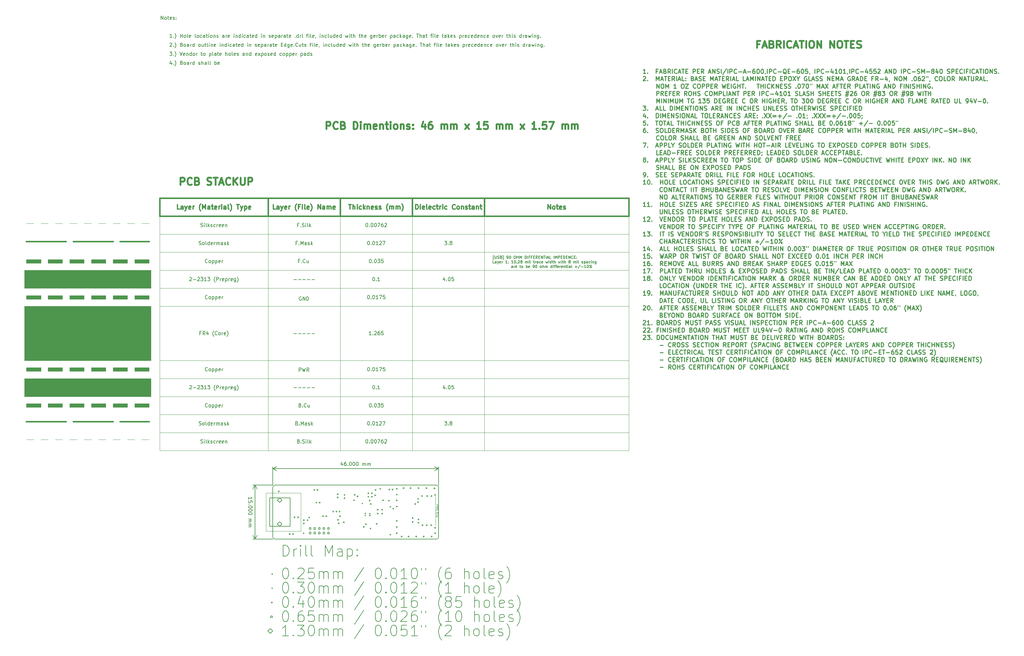
<source format=gbr>
%TF.GenerationSoftware,KiCad,Pcbnew,(5.1.9)-1*%
%TF.CreationDate,2021-11-01T00:10:39+05:30*%
%TF.ProjectId,STM32-nRF24,53544d33-322d-46e5-9246-32342e6b6963,Rev. A*%
%TF.SameCoordinates,Original*%
%TF.FileFunction,OtherDrawing,Comment*%
%FSLAX46Y46*%
G04 Gerber Fmt 4.6, Leading zero omitted, Abs format (unit mm)*
G04 Created by KiCad (PCBNEW (5.1.9)-1) date 2021-11-01 00:10:39*
%MOMM*%
%LPD*%
G01*
G04 APERTURE LIST*
%ADD10C,0.200000*%
%ADD11C,0.150000*%
%ADD12C,0.500000*%
%ADD13C,0.250000*%
%ADD14C,0.120000*%
%ADD15C,0.100000*%
%ADD16C,0.400000*%
%ADD17C,0.300000*%
G04 APERTURE END LIST*
D10*
X111989000Y-190776000D02*
X111846000Y-190919000D01*
X112132000Y-190491000D02*
X111989000Y-190776000D01*
X100704000Y-189062000D02*
X101132000Y-189062000D01*
X111275000Y-188062000D02*
X111561000Y-188062000D01*
X101418000Y-189205000D02*
X101561000Y-189491000D01*
X95132000Y-189205000D02*
X95418000Y-189062000D01*
X94989000Y-189348000D02*
X95132000Y-189205000D01*
X100418000Y-189205000D02*
X100704000Y-189062000D01*
X99418000Y-189062000D02*
X99846000Y-189062000D01*
X100275000Y-189491000D02*
X100275000Y-191062000D01*
X110989000Y-190919000D02*
X110846000Y-190776000D01*
X99846000Y-189062000D02*
X100132000Y-189205000D01*
X112275000Y-189205000D02*
X112275000Y-189919000D01*
X111846000Y-190919000D02*
X111561000Y-191062000D01*
X101132000Y-189062000D02*
X101418000Y-189205000D01*
X99132000Y-189205000D02*
X99418000Y-189062000D01*
X96275000Y-189491000D02*
X96275000Y-191062000D01*
X96132000Y-189205000D02*
X96275000Y-189491000D01*
X113561000Y-190776000D02*
X113704000Y-190919000D01*
X111846000Y-188205000D02*
X111989000Y-188348000D01*
X112275000Y-189919000D02*
X112132000Y-190491000D01*
X112132000Y-188634000D02*
X112275000Y-189205000D01*
X97418000Y-189205000D02*
X97561000Y-189491000D01*
X111561000Y-188062000D02*
X111846000Y-188205000D01*
X110561000Y-189205000D02*
X110704000Y-188634000D01*
X98989000Y-191062000D02*
X98989000Y-189062000D01*
X110846000Y-188348000D02*
X110989000Y-188205000D01*
X98989000Y-189348000D02*
X99132000Y-189205000D01*
X110561000Y-189919000D02*
X110561000Y-189205000D01*
X100132000Y-189205000D02*
X100275000Y-189491000D01*
X110846000Y-190776000D02*
X110704000Y-190491000D01*
X100275000Y-189491000D02*
X100418000Y-189205000D01*
X95418000Y-189062000D02*
X95846000Y-189062000D01*
X111275000Y-191062000D02*
X110989000Y-190919000D01*
X111989000Y-188348000D02*
X112132000Y-188634000D01*
X111561000Y-191062000D02*
X111275000Y-191062000D01*
X97561000Y-189491000D02*
X97561000Y-191062000D01*
X96704000Y-189062000D02*
X97132000Y-189062000D01*
X95846000Y-189062000D02*
X96132000Y-189205000D01*
X110704000Y-190491000D02*
X110561000Y-189919000D01*
X101561000Y-189491000D02*
X101561000Y-191062000D01*
X97132000Y-189062000D02*
X97418000Y-189205000D01*
X96418000Y-189205000D02*
X96704000Y-189062000D01*
X96275000Y-189491000D02*
X96418000Y-189205000D01*
X107418000Y-187919000D02*
X104846000Y-191776000D01*
X113418000Y-190919000D02*
X113561000Y-190776000D01*
X115561000Y-188062000D02*
X115846000Y-188062000D01*
X113561000Y-190776000D02*
X113561000Y-191062000D01*
X113561000Y-191062000D02*
X113418000Y-190919000D01*
X113704000Y-190919000D02*
X113561000Y-191062000D01*
X110989000Y-188205000D02*
X111275000Y-188062000D01*
X110704000Y-188634000D02*
X110846000Y-188348000D01*
X90560700Y-189348000D02*
X90275000Y-189205000D01*
X94989000Y-191062000D02*
X94989000Y-189062000D01*
X92132100Y-190919000D02*
X91989300Y-190776000D01*
X90275000Y-191062000D02*
X90560700Y-190919000D01*
X85846400Y-191062000D02*
X85560700Y-191062000D01*
X85560700Y-191062000D02*
X85275000Y-190919000D01*
X87846400Y-190776000D02*
X87989300Y-190919000D01*
X92418000Y-191062000D02*
X92132100Y-190919000D01*
X93561000Y-189491000D02*
X93704000Y-189776000D01*
X93132000Y-191062000D02*
X92418000Y-191062000D01*
X93561000Y-188062000D02*
X92132100Y-188062000D01*
X86275000Y-190776000D02*
X86132100Y-190919000D01*
X89275000Y-189491000D02*
X89132100Y-189776000D01*
X90846400Y-190491000D02*
X90846400Y-189776000D01*
X89703600Y-191062000D02*
X90275000Y-191062000D01*
X89275000Y-188776000D02*
X89132100Y-189348000D01*
X87846400Y-191062000D02*
X87703600Y-190919000D01*
X93418000Y-190919000D02*
X93132000Y-191062000D01*
X91989300Y-189491000D02*
X92132100Y-189348000D01*
X86132100Y-190919000D02*
X85846400Y-191062000D01*
X93561000Y-190776000D02*
X93418000Y-190919000D01*
X93704000Y-190491000D02*
X93561000Y-190776000D01*
X93704000Y-189776000D02*
X93704000Y-190491000D01*
X93418000Y-189348000D02*
X93561000Y-189491000D01*
X84989300Y-188634000D02*
X85132100Y-188348000D01*
X90703600Y-190776000D02*
X90846400Y-190491000D01*
X92132100Y-189348000D02*
X92418000Y-189205000D01*
X93132000Y-189205000D02*
X93418000Y-189348000D01*
X89417900Y-190919000D02*
X89703600Y-191062000D01*
X89560700Y-188348000D02*
X89275000Y-188776000D01*
X89989300Y-188062000D02*
X89703600Y-188205000D01*
X86560700Y-189919000D02*
X86417900Y-190491000D01*
X89275000Y-190776000D02*
X89417900Y-190919000D01*
X87703600Y-190919000D02*
X87846400Y-190776000D01*
X81570200Y-189935000D02*
X82029800Y-189935000D01*
X84846400Y-189919000D02*
X84846400Y-189205000D01*
X86132100Y-188205000D02*
X86275000Y-188348000D01*
X86275000Y-188348000D02*
X86417900Y-188634000D01*
X84989300Y-190491000D02*
X84846400Y-189919000D01*
X89132100Y-189348000D02*
X89132100Y-190491000D01*
X90560700Y-188062000D02*
X89989300Y-188062000D01*
X87846400Y-190776000D02*
X87846400Y-191062000D01*
X85275000Y-188205000D02*
X85560700Y-188062000D01*
X92418000Y-189205000D02*
X93132000Y-189205000D01*
X89132100Y-190491000D02*
X89275000Y-190776000D01*
X89417900Y-189348000D02*
X89275000Y-189491000D01*
X90703600Y-189491000D02*
X90560700Y-189348000D01*
X86560700Y-189205000D02*
X86560700Y-189919000D01*
X84846400Y-189205000D02*
X84989300Y-188634000D01*
X86417900Y-188634000D02*
X86560700Y-189205000D01*
X92132100Y-188062000D02*
X91989300Y-189491000D01*
X89703600Y-189205000D02*
X89417900Y-189348000D01*
X89703600Y-188205000D02*
X89560700Y-188348000D01*
X86417900Y-190491000D02*
X86275000Y-190776000D01*
X85132100Y-190776000D02*
X84989300Y-190491000D01*
X85132100Y-188348000D02*
X85275000Y-188205000D01*
X90560700Y-190919000D02*
X90703600Y-190776000D01*
X90846400Y-189776000D02*
X90703600Y-189491000D01*
X85846400Y-188062000D02*
X86132100Y-188205000D01*
X81570200Y-189475000D02*
X81570200Y-189935000D01*
X85560700Y-188062000D02*
X85846400Y-188062000D01*
X87989300Y-190919000D02*
X87846400Y-191062000D01*
X85275000Y-190919000D02*
X85132100Y-190776000D01*
X90275000Y-189205000D02*
X89703600Y-189205000D01*
X145989000Y-185102100D02*
X146275000Y-185245000D01*
X144989000Y-185530700D02*
X145132000Y-185245000D01*
X141704000Y-185102100D02*
X141989000Y-185245000D01*
X139275000Y-185245000D02*
X138989000Y-185102100D01*
X140704000Y-185673600D02*
X140846000Y-185387900D01*
X140989000Y-185245000D02*
X141275000Y-185102100D01*
X141989000Y-186959300D02*
X141704000Y-187102100D01*
X147561000Y-185530700D02*
X147704000Y-185245000D01*
X150704000Y-185673600D02*
X150561000Y-184959300D01*
X149846000Y-188245000D02*
X149989000Y-188102000D01*
X150704000Y-186245000D02*
X150704000Y-185673600D01*
X148418000Y-187102100D02*
X148704000Y-186959300D01*
X141989000Y-185245000D02*
X142132000Y-185387900D01*
X140846000Y-186816400D02*
X140704000Y-186530700D01*
X150561000Y-186959300D02*
X150704000Y-186245000D01*
X150418000Y-187387900D02*
X150561000Y-186959300D01*
X150275000Y-187674000D02*
X150418000Y-187387900D01*
X149989000Y-188102000D02*
X150275000Y-187674000D01*
X148418000Y-185102100D02*
X148704000Y-185245000D01*
X141275000Y-185102100D02*
X141704000Y-185102100D01*
X146275000Y-185245000D02*
X146418000Y-185530700D01*
X138989000Y-185102100D02*
X138561000Y-185102100D01*
X147989000Y-185102100D02*
X148418000Y-185102100D01*
X147704000Y-185245000D02*
X147989000Y-185102100D01*
X147561000Y-185673600D02*
X147561000Y-185530700D01*
X147704000Y-185959300D02*
X147561000Y-185673600D01*
X147989000Y-186102100D02*
X147704000Y-185959300D01*
X148418000Y-186102100D02*
X147989000Y-186102100D01*
X142275000Y-185673600D02*
X142275000Y-186530700D01*
X148704000Y-186245000D02*
X148418000Y-186102100D01*
X148846000Y-186673600D02*
X148846000Y-186530700D01*
X147846000Y-187102100D02*
X148418000Y-187102100D01*
X143561000Y-186673600D02*
X143561000Y-184102100D01*
X147561000Y-186959300D02*
X147846000Y-187102100D01*
X145132000Y-186959300D02*
X144989000Y-186673600D01*
X143704000Y-186959300D02*
X143561000Y-186673600D01*
X140846000Y-185387900D02*
X140989000Y-185245000D01*
X146275000Y-186959300D02*
X145989000Y-187102100D01*
X144989000Y-186673600D02*
X144989000Y-185530700D01*
X140989000Y-186959300D02*
X140846000Y-186816400D01*
X143989000Y-187102100D02*
X143704000Y-186959300D01*
X140704000Y-186530700D02*
X140704000Y-185673600D01*
X142275000Y-186530700D02*
X142132000Y-186816400D01*
X146418000Y-185816400D02*
X144989000Y-186102100D01*
X145418000Y-187102100D02*
X145132000Y-186959300D01*
X146418000Y-185530700D02*
X146418000Y-185816400D01*
X145418000Y-185102100D02*
X145989000Y-185102100D01*
X145132000Y-185245000D02*
X145418000Y-185102100D01*
X145989000Y-187102100D02*
X145418000Y-187102100D01*
X141704000Y-187102100D02*
X141275000Y-187102100D01*
X142132000Y-186816400D02*
X141989000Y-186959300D01*
X142132000Y-185387900D02*
X142275000Y-185673600D01*
X141275000Y-187102100D02*
X140989000Y-186959300D01*
X138561000Y-185102100D02*
X138275000Y-185245000D01*
X139418000Y-185530700D02*
X139275000Y-185245000D01*
X138275000Y-185245000D02*
X138132000Y-185387900D01*
X82029800Y-189475000D02*
X81570200Y-189475000D01*
X148704000Y-186959300D02*
X148846000Y-186673600D01*
X82029800Y-189935000D02*
X82029800Y-189475000D01*
X149989000Y-183816400D02*
X149846000Y-183673600D01*
X150275000Y-184245000D02*
X149989000Y-183816400D01*
X150418000Y-184530700D02*
X150275000Y-184245000D01*
X150561000Y-184959300D02*
X150418000Y-184530700D01*
X148846000Y-186530700D02*
X148704000Y-186245000D01*
X128275000Y-184959300D02*
X128418000Y-184530700D01*
X131418000Y-185530700D02*
X131132000Y-185387900D01*
X131704000Y-185959300D02*
X131561000Y-185673600D01*
X131561000Y-186816400D02*
X131704000Y-186530700D01*
X128846000Y-188102000D02*
X128561000Y-187674000D01*
X130132000Y-185673600D02*
X129989000Y-185959300D01*
X130275000Y-185530700D02*
X130132000Y-185673600D01*
X131132000Y-185387900D02*
X130561000Y-185387900D01*
X131132000Y-184102100D02*
X131418000Y-184245000D01*
X139418000Y-187102100D02*
X139418000Y-185530700D01*
X134418000Y-184102100D02*
X132989000Y-184102100D01*
X130275000Y-185245000D02*
X130132000Y-185102100D01*
X130561000Y-185387900D02*
X130275000Y-185245000D01*
X128275000Y-186959300D02*
X128132000Y-186245000D01*
X128989000Y-188245000D02*
X128846000Y-188102000D01*
X121131999Y-185245000D02*
X120845999Y-185387900D01*
X138132000Y-187102100D02*
X138132000Y-184102100D01*
X131561000Y-185673600D02*
X131418000Y-185530700D01*
X130275000Y-186959300D02*
X130561000Y-187102100D01*
X129989000Y-184816400D02*
X129989000Y-184673600D01*
X131704000Y-184816400D02*
X131561000Y-185102100D01*
X130132000Y-186816400D02*
X130275000Y-186959300D01*
X132989000Y-186959300D02*
X132846000Y-186816400D01*
X133275000Y-187102100D02*
X132989000Y-186959300D01*
X133989000Y-187102100D02*
X133275000Y-187102100D01*
X128418000Y-187387900D02*
X128275000Y-186959300D01*
X129989000Y-184673600D02*
X130132000Y-184387900D01*
X132846000Y-185530700D02*
X132989000Y-185387900D01*
X130275000Y-184245000D02*
X130561000Y-184102100D01*
X134275000Y-186959300D02*
X133989000Y-187102100D01*
X134418000Y-186816400D02*
X134275000Y-186959300D01*
X134561000Y-186530700D02*
X134418000Y-186816400D01*
X134561000Y-185816400D02*
X134561000Y-186530700D01*
X131561000Y-185102100D02*
X131418000Y-185245000D01*
X123417999Y-184102100D02*
X123417999Y-184673600D01*
X134418000Y-185530700D02*
X134561000Y-185816400D01*
X131704000Y-186530700D02*
X131704000Y-185959300D01*
X134275000Y-185387900D02*
X134418000Y-185530700D01*
X132989000Y-185387900D02*
X133275000Y-185245000D01*
X129989000Y-185959300D02*
X129989000Y-186530700D01*
X120845999Y-185387900D02*
X120703999Y-185530700D01*
X131418000Y-186959300D02*
X131561000Y-186816400D01*
X124560999Y-184102100D02*
X124560999Y-184673600D01*
X133989000Y-185245000D02*
X134275000Y-185387900D01*
X120703999Y-185530700D02*
X120560999Y-185816400D01*
X131418000Y-184245000D02*
X131561000Y-184387900D01*
X129989000Y-186530700D02*
X130132000Y-186816400D01*
X128846000Y-183816400D02*
X128989000Y-183673600D01*
X128132000Y-185673600D02*
X128275000Y-184959300D01*
X133275000Y-185245000D02*
X133989000Y-185245000D01*
X132989000Y-184102100D02*
X132846000Y-185530700D01*
X131132000Y-187102100D02*
X131418000Y-186959300D01*
X130561000Y-187102100D02*
X131132000Y-187102100D01*
X131561000Y-184387900D02*
X131704000Y-184673600D01*
X130132000Y-184387900D02*
X130275000Y-184245000D01*
X130561000Y-185387900D02*
X130275000Y-185530700D01*
X128561000Y-187674000D02*
X128418000Y-187387900D01*
X131418000Y-185245000D02*
X131132000Y-185387900D01*
X131704000Y-184673600D02*
X131704000Y-184816400D01*
X130561000Y-184102100D02*
X131132000Y-184102100D01*
X128132000Y-186245000D02*
X128132000Y-185673600D01*
X128561000Y-184245000D02*
X128846000Y-183816400D01*
X130132000Y-185102100D02*
X129989000Y-184816400D01*
X128418000Y-184530700D02*
X128561000Y-184245000D01*
X111275000Y-187102100D02*
X110989000Y-186959300D01*
X121988999Y-185387900D02*
X121703999Y-185245000D01*
X111561000Y-187102100D02*
X111275000Y-187102100D01*
X122131999Y-185530700D02*
X121988999Y-185387900D01*
X117989000Y-184816400D02*
X117704000Y-184959300D01*
X121988999Y-184102100D02*
X121417999Y-184102100D01*
X121131999Y-187102100D02*
X121703999Y-187102100D01*
X113561000Y-186816400D02*
X113704000Y-186959300D01*
X122274999Y-185816400D02*
X122131999Y-185530700D01*
X113561000Y-186816400D02*
X113561000Y-187102100D01*
X116275000Y-186816400D02*
X116132000Y-186959300D01*
X118561000Y-184102100D02*
X118275000Y-184530700D01*
X122274999Y-186530700D02*
X122274999Y-185816400D01*
X121988999Y-186959300D02*
X122131999Y-186816400D01*
X111989000Y-186816400D02*
X111846000Y-186959300D01*
X116418000Y-184673600D02*
X116561000Y-185245000D01*
X116418000Y-186530700D02*
X116275000Y-186816400D01*
X122131999Y-186816400D02*
X122274999Y-186530700D01*
X120560999Y-186530700D02*
X120703999Y-186816400D01*
X118275000Y-184530700D02*
X117989000Y-184816400D01*
X120703999Y-184816400D02*
X120560999Y-185387900D01*
X120988999Y-184387900D02*
X120703999Y-184816400D01*
X119418000Y-187102100D02*
X117704000Y-187102100D01*
X115846000Y-187102100D02*
X115561000Y-187102100D01*
X112275000Y-185245000D02*
X112275000Y-185959300D01*
X114989000Y-184673600D02*
X115132000Y-184387900D01*
X112132000Y-186530700D02*
X111989000Y-186816400D01*
X111846000Y-186959300D02*
X111561000Y-187102100D01*
X110846000Y-184387900D02*
X110989000Y-184245000D01*
X112132000Y-184673600D02*
X112275000Y-185245000D01*
X115561000Y-187102100D02*
X115275000Y-186959300D01*
X116132000Y-186959300D02*
X115846000Y-187102100D01*
X114846000Y-185245000D02*
X114989000Y-184673600D01*
X115132000Y-186816400D02*
X114989000Y-186530700D01*
X116132000Y-184245000D02*
X116275000Y-184387900D01*
X116561000Y-185245000D02*
X116561000Y-185959300D01*
X113561000Y-187102100D02*
X113418000Y-186959300D01*
X113704000Y-186959300D02*
X113561000Y-187102100D01*
X110846000Y-186816400D02*
X110704000Y-186530700D01*
X120845999Y-186959300D02*
X121131999Y-187102100D01*
X115561000Y-184102100D02*
X115846000Y-184102100D01*
X120560999Y-185387900D02*
X120560999Y-186530700D01*
X112275000Y-185959300D02*
X112132000Y-186530700D01*
X121131999Y-184245000D02*
X120988999Y-184387900D01*
X118561000Y-187102100D02*
X118561000Y-184102100D01*
X115275000Y-184245000D02*
X115561000Y-184102100D01*
X115132000Y-184387900D02*
X115275000Y-184245000D01*
X116275000Y-184387900D02*
X116418000Y-184673600D01*
X116561000Y-185959300D02*
X116418000Y-186530700D01*
X115846000Y-184102100D02*
X116132000Y-184245000D01*
X113418000Y-186959300D02*
X113561000Y-186816400D01*
X110989000Y-184245000D02*
X111275000Y-184102100D01*
X110561000Y-185959300D02*
X110561000Y-185245000D01*
X110561000Y-185245000D02*
X110704000Y-184673600D01*
X110704000Y-184673600D02*
X110846000Y-184387900D01*
X120703999Y-186816400D02*
X120845999Y-186959300D01*
X121703999Y-185245000D02*
X121131999Y-185245000D01*
X110989000Y-186959300D02*
X110846000Y-186816400D01*
X114846000Y-185959300D02*
X114846000Y-185245000D01*
X115275000Y-186959300D02*
X115132000Y-186816400D01*
X114989000Y-186530700D02*
X114846000Y-185959300D01*
X121703999Y-187102100D02*
X121988999Y-186959300D01*
X121417999Y-184102100D02*
X121131999Y-184245000D01*
X110704000Y-186530700D02*
X110561000Y-185959300D01*
X87846400Y-186816400D02*
X87989300Y-186959300D01*
X96275000Y-185530700D02*
X96275000Y-187102100D01*
X92132100Y-184673600D02*
X92275000Y-184387900D01*
X84846400Y-185245000D02*
X84989300Y-184673600D01*
X89132100Y-186102100D02*
X90989300Y-186102100D01*
X92418000Y-186959300D02*
X92275000Y-186816400D01*
X87846400Y-187102100D02*
X87703600Y-186959300D01*
X85275000Y-184245000D02*
X85560700Y-184102100D01*
X92132100Y-186530700D02*
X91989300Y-185959300D01*
X93561000Y-184673600D02*
X93704000Y-185245000D01*
X92275000Y-186816400D02*
X92132100Y-186530700D01*
X87846400Y-186816400D02*
X87846400Y-187102100D01*
X93561000Y-186530700D02*
X93418000Y-186816400D01*
X100275000Y-185530700D02*
X100418000Y-185245000D01*
X96704000Y-185102100D02*
X97132000Y-185102100D01*
X92275000Y-184387900D02*
X92418000Y-184245000D01*
X92989000Y-184102100D02*
X93275000Y-184245000D01*
X100132000Y-185245000D02*
X100275000Y-185530700D01*
X97132000Y-185102100D02*
X97418000Y-185245000D01*
X92704000Y-184102100D02*
X92989000Y-184102100D01*
X111989000Y-184387900D02*
X112132000Y-184673600D01*
X84989300Y-184673600D02*
X85132100Y-184387900D01*
X111846000Y-184245000D02*
X111989000Y-184387900D01*
X92989000Y-187102100D02*
X92704000Y-187102100D01*
X93418000Y-184387900D02*
X93561000Y-184673600D01*
X85132100Y-184387900D02*
X85275000Y-184245000D01*
X98989000Y-185387900D02*
X99132000Y-185245000D01*
X93275000Y-186959300D02*
X92989000Y-187102100D01*
X100418000Y-185245000D02*
X100704000Y-185102100D01*
X89846400Y-183959300D02*
X89132100Y-186102100D01*
X99418000Y-185102100D02*
X99846000Y-185102100D01*
X99846000Y-185102100D02*
X100132000Y-185245000D01*
X87989300Y-186959300D02*
X87846400Y-187102100D01*
X96418000Y-185245000D02*
X96704000Y-185102100D01*
X92418000Y-184245000D02*
X92704000Y-184102100D01*
X92704000Y-187102100D02*
X92418000Y-186959300D01*
X91989300Y-185959300D02*
X91989300Y-185245000D01*
X101132000Y-185102100D02*
X101418000Y-185245000D01*
X95418000Y-185102100D02*
X95846000Y-185102100D01*
X90560700Y-185102100D02*
X90560700Y-187102100D01*
X111561000Y-184102100D02*
X111846000Y-184245000D01*
X93418000Y-186816400D02*
X93275000Y-186959300D01*
X99132000Y-185245000D02*
X99418000Y-185102100D01*
X96275000Y-185530700D02*
X96418000Y-185245000D01*
X97561000Y-185530700D02*
X97561000Y-187102100D01*
X95846000Y-185102100D02*
X96132000Y-185245000D01*
X97418000Y-185245000D02*
X97561000Y-185530700D01*
X93275000Y-184245000D02*
X93418000Y-184387900D01*
X98989000Y-187102100D02*
X98989000Y-185102100D01*
X94989000Y-187102100D02*
X94989000Y-185102100D01*
X96132000Y-185245000D02*
X96275000Y-185530700D01*
X87703600Y-186959300D02*
X87846400Y-186816400D01*
X84846400Y-185959300D02*
X84846400Y-185245000D01*
X95132000Y-185245000D02*
X95418000Y-185102100D01*
X111275000Y-184102100D02*
X111561000Y-184102100D01*
X107418000Y-183959300D02*
X104846000Y-187816000D01*
X101561000Y-185530700D02*
X101561000Y-187102100D01*
X101418000Y-185245000D02*
X101561000Y-185530700D01*
X100704000Y-185102100D02*
X101132000Y-185102100D01*
X100275000Y-185530700D02*
X100275000Y-187102100D01*
X94989000Y-185387900D02*
X95132000Y-185245000D01*
X93704000Y-185959300D02*
X93561000Y-186530700D01*
X91989300Y-185245000D02*
X92132100Y-184673600D01*
X93704000Y-185245000D02*
X93704000Y-185959300D01*
X138132000Y-193165000D02*
X138418000Y-193022000D01*
X144846000Y-193165000D02*
X145132000Y-193022000D01*
X145561000Y-194022000D02*
X145132000Y-194022000D01*
X144846000Y-193879000D02*
X144704000Y-193594000D01*
X145846000Y-194165000D02*
X145561000Y-194022000D01*
X145989000Y-194594000D02*
X145989000Y-194451000D01*
X139418000Y-194451000D02*
X139275000Y-194736000D01*
X141132000Y-195022000D02*
X140846000Y-194879000D01*
X144989000Y-195022000D02*
X145561000Y-195022000D01*
X143418000Y-194879000D02*
X143132000Y-195022000D01*
X137846000Y-194451000D02*
X137846000Y-193594000D01*
X145561000Y-195022000D02*
X145846000Y-194879000D01*
X142275000Y-194879000D02*
X142132000Y-194594000D01*
X145561000Y-193022000D02*
X145846000Y-193165000D01*
X145132000Y-194022000D02*
X144846000Y-193879000D01*
X142132000Y-194594000D02*
X142132000Y-193451000D01*
X144704000Y-194879000D02*
X144989000Y-195022000D01*
X145132000Y-193022000D02*
X145561000Y-193022000D01*
X144704000Y-193451000D02*
X144846000Y-193165000D01*
X144704000Y-193594000D02*
X144704000Y-193451000D01*
X145989000Y-194451000D02*
X145846000Y-194165000D01*
X145846000Y-194879000D02*
X145989000Y-194594000D01*
X143132000Y-193022000D02*
X143418000Y-193165000D01*
X139275000Y-193308000D02*
X139418000Y-193594000D01*
X143561000Y-193736000D02*
X142132000Y-194022000D01*
X143561000Y-193451000D02*
X143561000Y-193736000D01*
X143418000Y-193165000D02*
X143561000Y-193451000D01*
X142561000Y-195022000D02*
X142275000Y-194879000D01*
X142561000Y-193022000D02*
X143132000Y-193022000D01*
X139132000Y-194879000D02*
X138846000Y-195022000D01*
X139275000Y-194736000D02*
X139132000Y-194879000D01*
X137989000Y-193308000D02*
X138132000Y-193165000D01*
X137989000Y-194736000D02*
X137846000Y-194451000D01*
X140846000Y-194879000D02*
X140704000Y-194594000D01*
X142275000Y-193165000D02*
X142561000Y-193022000D01*
X143132000Y-195022000D02*
X142561000Y-195022000D01*
X142132000Y-193451000D02*
X142275000Y-193165000D01*
X140704000Y-194594000D02*
X140704000Y-192022000D01*
X138846000Y-195022000D02*
X138418000Y-195022000D01*
X139418000Y-193594000D02*
X139418000Y-194451000D01*
X139132000Y-193165000D02*
X139275000Y-193308000D01*
X138846000Y-193022000D02*
X139132000Y-193165000D01*
X138418000Y-193022000D02*
X138846000Y-193022000D01*
X138132000Y-194879000D02*
X137989000Y-194736000D01*
X135418000Y-193165000D02*
X135275000Y-193308000D01*
X138418000Y-195022000D02*
X138132000Y-194879000D01*
X137846000Y-193594000D02*
X137989000Y-193308000D01*
X147704000Y-194879000D02*
X147846000Y-194165000D01*
X147561000Y-195308000D02*
X147704000Y-194879000D01*
X147418000Y-195594000D02*
X147561000Y-195308000D01*
X147132000Y-196022000D02*
X147418000Y-195594000D01*
X146989000Y-196165000D02*
X147132000Y-196022000D01*
X114989000Y-194451000D02*
X114846000Y-193879000D01*
X128132000Y-193594000D02*
X128275000Y-192879000D01*
X128275000Y-194879000D02*
X128132000Y-194165000D01*
X128561000Y-195594000D02*
X128418000Y-195308000D01*
X116275000Y-194736000D02*
X116132000Y-194879000D01*
X121417999Y-195022000D02*
X121417999Y-192022000D01*
X122274999Y-195022000D02*
X120560999Y-195022000D01*
X118132000Y-195022000D02*
X117846000Y-194879000D01*
X119132000Y-193308000D02*
X119275000Y-193451000D01*
X135704000Y-193022000D02*
X135418000Y-193165000D01*
X136132000Y-193022000D02*
X135704000Y-193022000D01*
X128275000Y-192879000D02*
X128418000Y-192451000D01*
X115275000Y-192165000D02*
X115561000Y-192022000D01*
X115132000Y-192308000D02*
X115275000Y-192165000D01*
X115561000Y-195022000D02*
X115275000Y-194879000D01*
X116418000Y-194451000D02*
X116275000Y-194736000D01*
X136418000Y-193165000D02*
X136132000Y-193022000D01*
X128132000Y-194165000D02*
X128132000Y-193594000D01*
X123417999Y-192022000D02*
X123417999Y-192594000D01*
X117846000Y-192022000D02*
X117704000Y-193451000D01*
X119275000Y-194736000D02*
X119132000Y-194879000D01*
X120845999Y-192736000D02*
X120560999Y-192879000D01*
X136561000Y-193451000D02*
X136418000Y-193165000D01*
X136561000Y-195022000D02*
X136561000Y-193451000D01*
X135275000Y-195022000D02*
X135275000Y-192022000D01*
X115846000Y-195022000D02*
X115561000Y-195022000D01*
X117704000Y-193451000D02*
X117846000Y-193308000D01*
X128561000Y-192165000D02*
X128846000Y-191736000D01*
X118132000Y-193165000D02*
X118846000Y-193165000D01*
X129846000Y-195022000D02*
X131704000Y-195022000D01*
X131561000Y-193308000D02*
X129846000Y-195022000D01*
X131704000Y-192879000D02*
X131561000Y-193308000D01*
X131561000Y-192308000D02*
X131704000Y-192594000D01*
X119132000Y-194879000D02*
X118846000Y-195022000D01*
X116561000Y-193165000D02*
X116561000Y-193879000D01*
X131418000Y-192165000D02*
X131561000Y-192308000D01*
X128418000Y-195308000D02*
X128275000Y-194879000D01*
X131704000Y-192594000D02*
X131704000Y-192879000D01*
X131132000Y-192022000D02*
X131418000Y-192165000D01*
X121417999Y-192022000D02*
X121131999Y-192451000D01*
X128846000Y-191736000D02*
X128989000Y-191594000D01*
X128846000Y-196022000D02*
X128561000Y-195594000D01*
X116561000Y-193879000D02*
X116418000Y-194451000D01*
X130418000Y-192022000D02*
X131132000Y-192022000D01*
X130132000Y-192165000D02*
X130418000Y-192022000D01*
X119275000Y-193451000D02*
X119418000Y-193736000D01*
X121131999Y-192451000D02*
X120845999Y-192736000D01*
X114989000Y-192594000D02*
X115132000Y-192308000D01*
X115132000Y-194736000D02*
X114989000Y-194451000D01*
X129989000Y-192308000D02*
X130132000Y-192165000D01*
X128418000Y-192451000D02*
X128561000Y-192165000D01*
X128989000Y-196165000D02*
X128846000Y-196022000D01*
X124560999Y-192022000D02*
X124560999Y-192594000D01*
X119418000Y-193736000D02*
X119418000Y-194451000D01*
X117846000Y-193308000D02*
X118132000Y-193165000D01*
X117846000Y-194879000D02*
X117704000Y-194736000D01*
X116132000Y-194879000D02*
X115846000Y-195022000D01*
X118846000Y-195022000D02*
X118132000Y-195022000D01*
X119418000Y-194451000D02*
X119275000Y-194736000D01*
X118846000Y-193165000D02*
X119132000Y-193308000D01*
X115275000Y-194879000D02*
X115132000Y-194736000D01*
X114846000Y-193165000D02*
X114989000Y-192594000D01*
X119275000Y-192022000D02*
X117846000Y-192022000D01*
X114846000Y-193879000D02*
X114846000Y-193165000D01*
X116275000Y-192308000D02*
X116418000Y-192594000D01*
X116132000Y-192165000D02*
X116275000Y-192308000D01*
X111846000Y-194879000D02*
X111561000Y-195022000D01*
X112275000Y-193879000D02*
X112132000Y-194451000D01*
X96275000Y-193451000D02*
X96275000Y-195022000D01*
X96704000Y-193022000D02*
X97132000Y-193022000D01*
X110846000Y-192308000D02*
X110989000Y-192165000D01*
X112275000Y-193165000D02*
X112275000Y-193879000D01*
X96132000Y-193165000D02*
X96275000Y-193451000D01*
X115846000Y-192022000D02*
X116132000Y-192165000D01*
X100275000Y-193451000D02*
X100275000Y-195022000D01*
X115561000Y-192022000D02*
X115846000Y-192022000D01*
X113561000Y-194736000D02*
X113704000Y-194879000D01*
X112132000Y-194451000D02*
X111989000Y-194736000D01*
X96275000Y-193451000D02*
X96418000Y-193165000D01*
X99132000Y-193165000D02*
X99418000Y-193022000D01*
X100132000Y-193165000D02*
X100275000Y-193451000D01*
X113561000Y-194736000D02*
X113561000Y-195022000D01*
X113704000Y-194879000D02*
X113561000Y-195022000D01*
X110561000Y-193879000D02*
X110561000Y-193165000D01*
X110846000Y-194736000D02*
X110704000Y-194451000D01*
X110989000Y-194879000D02*
X110846000Y-194736000D01*
X100418000Y-193165000D02*
X100704000Y-193022000D01*
X92132100Y-194451000D02*
X91989300Y-193879000D01*
X112132000Y-192594000D02*
X112275000Y-193165000D01*
X111561000Y-192022000D02*
X111846000Y-192165000D01*
X111275000Y-192022000D02*
X111561000Y-192022000D01*
X100704000Y-193022000D02*
X101132000Y-193022000D01*
X100275000Y-193451000D02*
X100418000Y-193165000D01*
X95846000Y-193022000D02*
X96132000Y-193165000D01*
X91989300Y-193879000D02*
X91989300Y-193165000D01*
X92275000Y-194736000D02*
X92132100Y-194451000D01*
X101418000Y-193165000D02*
X101561000Y-193451000D01*
X98989000Y-195022000D02*
X98989000Y-193022000D01*
X92132100Y-192594000D02*
X92275000Y-192308000D01*
X99418000Y-193022000D02*
X99846000Y-193022000D01*
X94989000Y-195022000D02*
X94989000Y-193022000D01*
X94989000Y-193308000D02*
X95132000Y-193165000D01*
X97561000Y-193451000D02*
X97561000Y-195022000D01*
X113418000Y-194879000D02*
X113561000Y-194736000D01*
X113561000Y-195022000D02*
X113418000Y-194879000D01*
X110989000Y-192165000D02*
X111275000Y-192022000D01*
X110704000Y-192594000D02*
X110846000Y-192308000D01*
X110704000Y-194451000D02*
X110561000Y-193879000D01*
X111989000Y-192308000D02*
X112132000Y-192594000D01*
X111846000Y-192165000D02*
X111989000Y-192308000D01*
X98989000Y-193308000D02*
X99132000Y-193165000D01*
X95418000Y-193022000D02*
X95846000Y-193022000D01*
X99846000Y-193022000D02*
X100132000Y-193165000D01*
X95132000Y-193165000D02*
X95418000Y-193022000D01*
X110561000Y-193165000D02*
X110704000Y-192594000D01*
X111275000Y-195022000D02*
X110989000Y-194879000D01*
X111989000Y-194736000D02*
X111846000Y-194879000D01*
X107418000Y-191879000D02*
X104846000Y-195736000D01*
X97418000Y-193165000D02*
X97561000Y-193451000D01*
X101561000Y-193451000D02*
X101561000Y-195022000D01*
X101132000Y-193022000D02*
X101418000Y-193165000D01*
X96418000Y-193165000D02*
X96704000Y-193022000D01*
X92418000Y-192165000D02*
X92704000Y-192022000D01*
X91989300Y-193165000D02*
X92132100Y-192594000D01*
X92275000Y-192308000D02*
X92418000Y-192165000D01*
X111561000Y-195022000D02*
X111275000Y-195022000D01*
X97132000Y-193022000D02*
X97418000Y-193165000D01*
X116418000Y-192594000D02*
X116561000Y-193165000D01*
X87846400Y-195022000D02*
X87703600Y-194879000D01*
X85132100Y-192736000D02*
X84846400Y-192879000D01*
X150275000Y-188205000D02*
X149989000Y-187776000D01*
X150418000Y-191348000D02*
X150561000Y-190919000D01*
X148418000Y-189062000D02*
X148704000Y-189205000D01*
X149989000Y-192062000D02*
X150275000Y-191634000D01*
X148704000Y-190205000D02*
X148418000Y-190062000D01*
X148704000Y-190919000D02*
X148846000Y-190634000D01*
X148846000Y-190491000D02*
X148704000Y-190205000D01*
X93418000Y-192308000D02*
X93561000Y-192594000D01*
X93418000Y-194736000D02*
X93275000Y-194879000D01*
X93561000Y-194451000D02*
X93418000Y-194736000D01*
X90275000Y-193165000D02*
X90560700Y-193308000D01*
X150561000Y-190919000D02*
X150704000Y-190205000D01*
X93704000Y-193879000D02*
X93561000Y-194451000D01*
X93704000Y-193165000D02*
X93704000Y-193879000D01*
X93561000Y-192594000D02*
X93704000Y-193165000D01*
X93275000Y-192165000D02*
X93418000Y-192308000D01*
X87703600Y-194879000D02*
X87846400Y-194736000D01*
X150275000Y-191634000D02*
X150418000Y-191348000D01*
X147561000Y-189634000D02*
X147561000Y-189491000D01*
X147704000Y-189919000D02*
X147561000Y-189634000D01*
X92989000Y-192022000D02*
X93275000Y-192165000D01*
X92704000Y-192022000D02*
X92989000Y-192022000D01*
X89417900Y-195022000D02*
X89132100Y-194879000D01*
X90275000Y-195022000D02*
X89417900Y-195022000D01*
X90560700Y-194879000D02*
X90275000Y-195022000D01*
X90703600Y-194736000D02*
X90560700Y-194879000D01*
X150704000Y-189634000D02*
X150561000Y-188919000D01*
X90846400Y-194451000D02*
X90703600Y-194736000D01*
X90703600Y-193451000D02*
X90846400Y-193736000D01*
X89846400Y-193165000D02*
X90275000Y-193165000D01*
X81475000Y-193015000D02*
X80825000Y-193665000D01*
X90846400Y-192022000D02*
X89846400Y-193165000D01*
X85703600Y-192022000D02*
X85417900Y-192451000D01*
X82125000Y-193665000D02*
X81475000Y-193015000D01*
X149846000Y-192205000D02*
X149989000Y-192062000D01*
X80825000Y-193665000D02*
X81475000Y-194315000D01*
X85417900Y-192451000D02*
X85132100Y-192736000D01*
X148418000Y-190062000D02*
X147989000Y-190062000D01*
X81475000Y-194315000D02*
X82125000Y-193665000D01*
X147989000Y-189062000D02*
X148418000Y-189062000D01*
X150561000Y-188919000D02*
X150418000Y-188491000D01*
X88989300Y-192022000D02*
X90846400Y-192022000D01*
X85703600Y-195022000D02*
X85703600Y-192022000D01*
X87846400Y-194736000D02*
X87846400Y-195022000D01*
X87989300Y-194879000D02*
X87846400Y-195022000D01*
X147989000Y-190062000D02*
X147704000Y-189919000D01*
X87846400Y-194736000D02*
X87989300Y-194879000D01*
X86560700Y-195022000D02*
X84846400Y-195022000D01*
X149989000Y-187776000D02*
X149846000Y-187634000D01*
X150418000Y-188491000D02*
X150275000Y-188205000D01*
X147704000Y-189205000D02*
X147989000Y-189062000D01*
X147561000Y-189491000D02*
X147704000Y-189205000D01*
X150704000Y-190205000D02*
X150704000Y-189634000D01*
X148846000Y-190634000D02*
X148846000Y-190491000D01*
X92418000Y-194879000D02*
X92275000Y-194736000D01*
X90560700Y-193308000D02*
X90703600Y-193451000D01*
X92704000Y-195022000D02*
X92418000Y-194879000D01*
X92989000Y-195022000D02*
X92704000Y-195022000D01*
X148418000Y-191062000D02*
X148704000Y-190919000D01*
X93275000Y-194879000D02*
X92989000Y-195022000D01*
X89132100Y-194879000D02*
X88989300Y-194736000D01*
X90846400Y-193736000D02*
X90846400Y-194451000D01*
X141704000Y-191062000D02*
X141275000Y-191062000D01*
X141989000Y-189205000D02*
X142132000Y-189348000D01*
X139418000Y-191062000D02*
X139418000Y-189491000D01*
X133561000Y-188062000D02*
X133846000Y-188062000D01*
X130846000Y-191062000D02*
X130846000Y-188062000D01*
X130561000Y-188491000D02*
X130275000Y-188776000D01*
X134561000Y-189919000D02*
X134418000Y-190491000D01*
X147846000Y-191062000D02*
X148418000Y-191062000D01*
X145989000Y-189062000D02*
X146275000Y-189205000D01*
X147561000Y-190919000D02*
X147846000Y-191062000D01*
X145989000Y-191062000D02*
X145418000Y-191062000D01*
X146275000Y-190919000D02*
X145989000Y-191062000D01*
X142275000Y-190491000D02*
X142132000Y-190776000D01*
X133846000Y-188062000D02*
X134132000Y-188205000D01*
X141704000Y-189062000D02*
X141989000Y-189205000D01*
X140704000Y-190491000D02*
X140704000Y-189634000D01*
X139275000Y-189205000D02*
X138989000Y-189062000D01*
X146418000Y-189491000D02*
X146418000Y-189776000D01*
X145132000Y-190919000D02*
X144989000Y-190634000D01*
X130275000Y-188776000D02*
X129989000Y-188919000D01*
X145132000Y-189205000D02*
X145418000Y-189062000D01*
X144989000Y-190634000D02*
X144989000Y-189491000D01*
X142275000Y-189634000D02*
X142275000Y-190491000D01*
X141275000Y-189062000D02*
X141704000Y-189062000D01*
X133132000Y-188348000D02*
X133275000Y-188205000D01*
X140989000Y-189205000D02*
X141275000Y-189062000D01*
X140704000Y-189634000D02*
X140846000Y-189348000D01*
X140846000Y-190776000D02*
X140704000Y-190491000D01*
X134275000Y-188348000D02*
X134418000Y-188634000D01*
X141275000Y-191062000D02*
X140989000Y-190919000D01*
X138275000Y-189205000D02*
X138132000Y-189348000D01*
X138989000Y-189062000D02*
X138561000Y-189062000D01*
X133846000Y-191062000D02*
X133561000Y-191062000D01*
X132846000Y-189205000D02*
X132989000Y-188634000D01*
X132989000Y-190491000D02*
X132846000Y-189919000D01*
X134132000Y-190919000D02*
X133846000Y-191062000D01*
X130846000Y-188062000D02*
X130561000Y-188491000D01*
X133561000Y-191062000D02*
X133275000Y-190919000D01*
X138561000Y-189062000D02*
X138275000Y-189205000D01*
X138132000Y-191062000D02*
X138132000Y-188062000D01*
X132846000Y-189919000D02*
X132846000Y-189205000D01*
X134275000Y-190776000D02*
X134132000Y-190919000D01*
X134418000Y-188634000D02*
X134561000Y-189205000D01*
X140846000Y-189348000D02*
X140989000Y-189205000D01*
X133132000Y-190776000D02*
X132989000Y-190491000D01*
X146275000Y-189205000D02*
X146418000Y-189491000D01*
X144989000Y-189491000D02*
X145132000Y-189205000D01*
X143561000Y-190634000D02*
X143561000Y-188062000D01*
X141989000Y-190919000D02*
X141704000Y-191062000D01*
X132989000Y-188634000D02*
X133132000Y-188348000D01*
X140989000Y-190919000D02*
X140846000Y-190776000D01*
X133275000Y-188205000D02*
X133561000Y-188062000D01*
X134561000Y-189205000D02*
X134561000Y-189919000D01*
X133275000Y-190919000D02*
X133132000Y-190776000D01*
X134418000Y-190491000D02*
X134275000Y-190776000D01*
X134132000Y-188205000D02*
X134275000Y-188348000D01*
X142132000Y-189348000D02*
X142275000Y-189634000D01*
X146418000Y-189776000D02*
X144989000Y-190062000D01*
X145418000Y-189062000D02*
X145989000Y-189062000D01*
X145418000Y-191062000D02*
X145132000Y-190919000D01*
X142132000Y-190776000D02*
X141989000Y-190919000D01*
X143704000Y-190919000D02*
X143561000Y-190634000D01*
X139418000Y-189491000D02*
X139275000Y-189205000D01*
X143989000Y-191062000D02*
X143704000Y-190919000D01*
X120560999Y-189348000D02*
X120560999Y-190491000D01*
X128418000Y-191348000D02*
X128275000Y-190919000D01*
X128846000Y-192062000D02*
X128561000Y-191634000D01*
X117561000Y-191062000D02*
X119418000Y-191062000D01*
X116132000Y-188205000D02*
X116275000Y-188348000D01*
X116561000Y-189205000D02*
X116561000Y-189919000D01*
X114989000Y-190491000D02*
X114846000Y-189919000D01*
X121703999Y-189205000D02*
X121131999Y-189205000D01*
X115846000Y-188062000D02*
X116132000Y-188205000D01*
X131704000Y-191062000D02*
X129989000Y-191062000D01*
X121703999Y-191062000D02*
X121988999Y-190919000D01*
X121131999Y-191062000D02*
X121703999Y-191062000D01*
X121131999Y-188205000D02*
X120988999Y-188348000D01*
X119275000Y-189348000D02*
X117561000Y-191062000D01*
X116275000Y-188348000D02*
X116418000Y-188634000D01*
X118846000Y-188062000D02*
X119132000Y-188205000D01*
X114846000Y-189205000D02*
X114989000Y-188634000D01*
X128846000Y-187776000D02*
X128989000Y-187634000D01*
X128418000Y-188491000D02*
X128561000Y-188205000D01*
X122131999Y-190776000D02*
X122274999Y-190491000D01*
X123417999Y-188062000D02*
X123417999Y-188634000D01*
X128275000Y-188919000D02*
X128418000Y-188491000D01*
X128561000Y-188205000D02*
X128846000Y-187776000D01*
X128132000Y-189634000D02*
X128275000Y-188919000D01*
X115561000Y-191062000D02*
X115275000Y-190919000D01*
X121417999Y-188062000D02*
X121131999Y-188205000D01*
X122274999Y-190491000D02*
X122274999Y-189776000D01*
X128132000Y-190205000D02*
X128132000Y-189634000D01*
X122131999Y-189491000D02*
X121988999Y-189348000D01*
X118132000Y-188062000D02*
X118846000Y-188062000D01*
X117704000Y-188348000D02*
X117846000Y-188205000D01*
X128275000Y-190919000D02*
X128132000Y-190205000D01*
X124560999Y-188062000D02*
X124560999Y-188634000D01*
X119418000Y-188634000D02*
X119418000Y-188919000D01*
X114989000Y-188634000D02*
X115132000Y-188348000D01*
X116132000Y-190919000D02*
X115846000Y-191062000D01*
X128561000Y-191634000D02*
X128418000Y-191348000D01*
X119418000Y-188919000D02*
X119275000Y-189348000D01*
X116275000Y-190776000D02*
X116132000Y-190919000D01*
X119132000Y-188205000D02*
X119275000Y-188348000D01*
X115275000Y-188205000D02*
X115561000Y-188062000D01*
X115132000Y-188348000D02*
X115275000Y-188205000D01*
X115132000Y-190776000D02*
X114989000Y-190491000D01*
X128989000Y-192205000D02*
X128846000Y-192062000D01*
X119275000Y-188348000D02*
X119418000Y-188634000D01*
X121131999Y-189205000D02*
X120845999Y-189348000D01*
X120703999Y-189491000D02*
X120560999Y-189776000D01*
X120845999Y-190919000D02*
X121131999Y-191062000D01*
X120703999Y-188776000D02*
X120560999Y-189348000D01*
X115846000Y-191062000D02*
X115561000Y-191062000D01*
X120845999Y-189348000D02*
X120703999Y-189491000D01*
X121988999Y-189348000D02*
X121703999Y-189205000D01*
X122274999Y-189776000D02*
X122131999Y-189491000D01*
X117846000Y-188205000D02*
X118132000Y-188062000D01*
X116418000Y-190491000D02*
X116275000Y-190776000D01*
X115275000Y-190919000D02*
X115132000Y-190776000D01*
X121988999Y-188062000D02*
X121417999Y-188062000D01*
X116418000Y-188634000D02*
X116561000Y-189205000D01*
X121988999Y-190919000D02*
X122131999Y-190776000D01*
X120703999Y-190776000D02*
X120845999Y-190919000D01*
X120988999Y-188348000D02*
X120703999Y-188776000D01*
X114846000Y-189919000D02*
X114846000Y-189205000D01*
X116561000Y-189919000D02*
X116418000Y-190491000D01*
X120560999Y-190491000D02*
X120703999Y-190776000D01*
X122550000Y-163400000D02*
X122550000Y-163800000D01*
X122350000Y-162700000D02*
X122750000Y-162700000D01*
X122550000Y-162500000D02*
X122550000Y-162900000D01*
X122550000Y-153800000D02*
X122550000Y-154200000D01*
X122350000Y-153999999D02*
X122750000Y-153999999D01*
X116350000Y-155800000D02*
X116750000Y-155800000D01*
X119600000Y-167450000D02*
X120000000Y-167450000D01*
X116550000Y-155600000D02*
X116550000Y-156000000D01*
X114450000Y-154200000D02*
X114450000Y-154600000D01*
X118250000Y-153999999D02*
X118650000Y-153999999D01*
X117900000Y-167250000D02*
X117900000Y-167650000D01*
X116550000Y-166300000D02*
X116550000Y-166700000D01*
X116550000Y-157200000D02*
X116550000Y-157600000D01*
X114750000Y-159000000D02*
X114750000Y-159400000D01*
X114150000Y-157500000D02*
X114550000Y-157500000D01*
X112450000Y-160900000D02*
X112450000Y-161300000D01*
X112550000Y-157400000D02*
X112950000Y-157400000D01*
X110350000Y-156000000D02*
X110750000Y-156000000D01*
X112250000Y-161100000D02*
X112650000Y-161100000D01*
X116550000Y-153999999D02*
X116550000Y-154400000D01*
X110950000Y-163700000D02*
X110950000Y-164100000D01*
X115150000Y-154400000D02*
X115550000Y-154400000D01*
X114250000Y-154400000D02*
X114650000Y-154400000D01*
X112250000Y-160000000D02*
X112650000Y-160000000D01*
X110750000Y-163900000D02*
X111150000Y-163900000D01*
X118450000Y-153800000D02*
X118450000Y-154200000D01*
X116350000Y-159100000D02*
X116750000Y-159100000D01*
X121649999Y-158200000D02*
X121649999Y-158600000D01*
X120750000Y-162300000D02*
X121149999Y-162300000D01*
X116350000Y-154200000D02*
X116750000Y-154200000D01*
X115350000Y-159700000D02*
X115750000Y-159700000D01*
X114750000Y-166700000D02*
X114750000Y-167100000D01*
X111050000Y-161100000D02*
X111450000Y-161100000D01*
X120150000Y-153999999D02*
X120550000Y-153999999D01*
X120350000Y-153800000D02*
X120350000Y-154200000D01*
X111750000Y-154200000D02*
X112150000Y-154200000D01*
X116350000Y-164800000D02*
X116750000Y-164800000D01*
X112450000Y-159800000D02*
X112450000Y-160200000D01*
X110450000Y-154499999D02*
X110850000Y-154499999D01*
X117700000Y-167450000D02*
X118100000Y-167450000D01*
X116350000Y-166500000D02*
X116750000Y-166500000D01*
X112750000Y-157200000D02*
X112750000Y-157600000D01*
X116550000Y-164600000D02*
X116550000Y-165000000D01*
X114350000Y-157300000D02*
X114350000Y-157700000D01*
X116550000Y-162900000D02*
X116550000Y-163300000D01*
X116550000Y-158900000D02*
X116550000Y-159300000D01*
X116350000Y-157400000D02*
X116750000Y-157400000D01*
X115550000Y-159500000D02*
X115550000Y-159900000D01*
X110650000Y-154300000D02*
X110650000Y-154700000D01*
X111950000Y-153999999D02*
X111950000Y-154400000D01*
X111050000Y-160000000D02*
X111450000Y-160000000D01*
X111250000Y-159800000D02*
X111250000Y-160200000D01*
X114550000Y-166900000D02*
X114950000Y-166900000D01*
X115350000Y-154200000D02*
X115350000Y-154600000D01*
X116350000Y-163100000D02*
X116750000Y-163100000D01*
X111250000Y-160900000D02*
X111250000Y-161300000D01*
X122250000Y-157000000D02*
X122649999Y-157000000D01*
X114550000Y-159200000D02*
X114950000Y-159200000D01*
X110550000Y-155800000D02*
X110550000Y-156200000D01*
X122250000Y-157900000D02*
X122649999Y-157900000D01*
X122450000Y-157700000D02*
X122450000Y-158100000D01*
X122450000Y-156800000D02*
X122450000Y-157200000D01*
X121702000Y-167450000D02*
X122101999Y-167450000D01*
X121902000Y-167250000D02*
X121902000Y-167650000D01*
X121450000Y-158400000D02*
X121850000Y-158400000D01*
X119800000Y-167250000D02*
X119800000Y-167650000D01*
X120750000Y-163400000D02*
X121149999Y-163400000D01*
X120950000Y-163200000D02*
X120950000Y-163600000D01*
X120950000Y-162100000D02*
X120950000Y-162500000D01*
X100450000Y-163600000D02*
X100450000Y-164000000D01*
X109450000Y-155450000D02*
X109850000Y-155450000D01*
X97000000Y-161600000D02*
X97000000Y-162000000D01*
X98700000Y-160500000D02*
X99100000Y-160500000D01*
X109150000Y-158400000D02*
X109550000Y-158400000D01*
X90750000Y-162700000D02*
X90750000Y-163100000D01*
X93650000Y-154300000D02*
X93650000Y-154700000D01*
X109350000Y-158200000D02*
X109350000Y-158600000D01*
X102050000Y-156600000D02*
X102050000Y-157000000D01*
X101650000Y-163500000D02*
X102050000Y-163500000D01*
X107800000Y-164000000D02*
X108200000Y-164000000D01*
X109050000Y-165200000D02*
X109450000Y-165200000D01*
X109000000Y-157250000D02*
X109000000Y-157650000D01*
X99950000Y-156600000D02*
X100350000Y-156600000D01*
X108650000Y-156200000D02*
X108650000Y-156600000D01*
X105450000Y-156300000D02*
X105850000Y-156300000D01*
X108000000Y-163800000D02*
X108000000Y-164200000D01*
X91800000Y-162700000D02*
X91800000Y-163100000D01*
X90750000Y-163600000D02*
X90750000Y-164000000D01*
X90550000Y-162900000D02*
X90950000Y-162900000D01*
X108450000Y-155450000D02*
X108850000Y-155450000D01*
X99800000Y-160300000D02*
X99800000Y-160700000D01*
X108650000Y-155250000D02*
X108650000Y-155650000D01*
X107200000Y-164750000D02*
X107600000Y-164750000D01*
X107400000Y-164550000D02*
X107400000Y-164950000D01*
X105650000Y-156100000D02*
X105650000Y-156500000D01*
X104650000Y-155900000D02*
X105050000Y-155900000D01*
X104850000Y-155700000D02*
X104850000Y-156100000D01*
X101850000Y-156800000D02*
X102250000Y-156800000D01*
X101850000Y-155900000D02*
X102250000Y-155900000D01*
X102050000Y-155700000D02*
X102050000Y-156100000D01*
X101850000Y-163300000D02*
X101850000Y-163700000D01*
X94550000Y-154300000D02*
X94550000Y-154700000D01*
X100050000Y-162800000D02*
X100450000Y-162800000D01*
X96100000Y-161600000D02*
X96100000Y-162000000D01*
X100150000Y-156400000D02*
X100150000Y-156800000D01*
X94050000Y-158000000D02*
X94450000Y-158000000D01*
X94350000Y-154499999D02*
X94750000Y-154499999D01*
X91600000Y-162900000D02*
X92000000Y-162900000D01*
X95900000Y-161800000D02*
X96300000Y-161800000D01*
X90550000Y-163800000D02*
X90950000Y-163800000D01*
X94250000Y-157800000D02*
X94250000Y-158200000D01*
X92250000Y-161950000D02*
X92250000Y-162350000D01*
X100600000Y-161800000D02*
X101000000Y-161800000D01*
X94950000Y-158050000D02*
X95350000Y-158050000D01*
X100500000Y-160500000D02*
X100900000Y-160500000D01*
X100700000Y-160300000D02*
X100700000Y-160700000D01*
X100250000Y-163800000D02*
X100650000Y-163800000D01*
X99950000Y-155700000D02*
X100350000Y-155700000D01*
X100150000Y-155500000D02*
X100150000Y-155900000D01*
X99600000Y-160500000D02*
X100000000Y-160500000D01*
X98900000Y-160300000D02*
X98900000Y-160700000D01*
X92050000Y-162150000D02*
X92450000Y-162150000D01*
X96800000Y-161800000D02*
X97200000Y-161800000D01*
X95150000Y-157850000D02*
X95150000Y-158250000D01*
X93450000Y-154499999D02*
X93850000Y-154499999D01*
X109450000Y-156400000D02*
X109850000Y-156400000D01*
X100250000Y-162600000D02*
X100250000Y-163000000D01*
X109250000Y-165000000D02*
X109250000Y-165400000D01*
X108450000Y-156400000D02*
X108850000Y-156400000D01*
X108800000Y-157450000D02*
X109200000Y-157450000D01*
X109650000Y-155250000D02*
X109650000Y-155650000D01*
X109650000Y-156200000D02*
X109650000Y-156600000D01*
X100800000Y-161600000D02*
X100800000Y-162000000D01*
X126950000Y-166500000D02*
X127350000Y-166500000D01*
X95280000Y-166240200D02*
X94820000Y-166240200D01*
X95280000Y-166699800D02*
X95280000Y-166240200D01*
X94820000Y-165429800D02*
X95280000Y-165429800D01*
X92280000Y-166240200D02*
X92280000Y-166699800D01*
X95280000Y-164970200D02*
X94820000Y-164970200D01*
X92740000Y-164970200D02*
X92280000Y-164970200D01*
X127150000Y-166300000D02*
X127150000Y-166700000D01*
X93550000Y-165429800D02*
X94010000Y-165429800D01*
X126000000Y-167450000D02*
X126399999Y-167450000D01*
X92280000Y-165429800D02*
X92740000Y-165429800D01*
X124550000Y-153999999D02*
X124950000Y-153999999D01*
X93550000Y-166240200D02*
X93550000Y-166699800D01*
X93550000Y-164970200D02*
X93550000Y-165429800D01*
X94010000Y-165429800D02*
X94010000Y-164970200D01*
X92280000Y-166699800D02*
X92740000Y-166699800D01*
X127150000Y-155700000D02*
X127150000Y-156100000D01*
X126950000Y-153900000D02*
X126950000Y-154300000D01*
X123550000Y-156000000D02*
X123550000Y-156400000D01*
X126149999Y-156000000D02*
X126149999Y-156400000D01*
X125850000Y-164300000D02*
X126250000Y-164300000D01*
X127150000Y-164800000D02*
X127150000Y-165200000D01*
X126950000Y-165000000D02*
X127350000Y-165000000D01*
X126750000Y-154100000D02*
X127150000Y-154100000D01*
X124649999Y-164300000D02*
X125050000Y-164300000D01*
X124750000Y-156200000D02*
X125149999Y-156200000D01*
X96550000Y-164970200D02*
X96090000Y-164970200D01*
X95280000Y-165429800D02*
X95280000Y-164970200D01*
X126050000Y-164100000D02*
X126050000Y-164500000D01*
X92740000Y-166240200D02*
X92280000Y-166240200D01*
X97360000Y-165429800D02*
X97820000Y-165429800D01*
X96090000Y-166699800D02*
X96550000Y-166699800D01*
X92740000Y-165429800D02*
X92740000Y-164970200D01*
X96550000Y-166240200D02*
X96090000Y-166240200D01*
X96550000Y-165429800D02*
X96550000Y-164970200D01*
X94820000Y-164970200D02*
X94820000Y-165429800D01*
X94820000Y-166240200D02*
X94820000Y-166699800D01*
X93550000Y-166699800D02*
X94010000Y-166699800D01*
X123450000Y-164300000D02*
X123850000Y-164300000D01*
X92740000Y-166699800D02*
X92740000Y-166240200D01*
X122350000Y-163600000D02*
X122750000Y-163600000D01*
X124850000Y-164100000D02*
X124850000Y-164500000D01*
X97820000Y-166699800D02*
X97820000Y-166240200D01*
X97360000Y-164970200D02*
X97360000Y-165429800D01*
X97820000Y-164970200D02*
X97360000Y-164970200D01*
X94010000Y-164970200D02*
X93550000Y-164970200D01*
X123350000Y-156200000D02*
X123750000Y-156200000D01*
X123649999Y-164100000D02*
X123649999Y-164500000D01*
X97820000Y-165429800D02*
X97820000Y-164970200D01*
X126950000Y-155900000D02*
X127350000Y-155900000D01*
X125950000Y-156200000D02*
X126350000Y-156200000D01*
X96090000Y-166240200D02*
X96090000Y-166699800D01*
X92280000Y-164970200D02*
X92280000Y-165429800D01*
X96550000Y-166699800D02*
X96550000Y-166240200D01*
X96090000Y-165429800D02*
X96550000Y-165429800D01*
X124950000Y-156000000D02*
X124950000Y-156400000D01*
X124000000Y-167250000D02*
X124000000Y-167650000D01*
X126200000Y-167250000D02*
X126200000Y-167650000D01*
X96090000Y-164970200D02*
X96090000Y-165429800D01*
X94820000Y-166699800D02*
X95280000Y-166699800D01*
X94010000Y-166240200D02*
X93550000Y-166240200D01*
X94010000Y-166699800D02*
X94010000Y-166240200D01*
X123800000Y-167450000D02*
X124200000Y-167450000D01*
X124750000Y-153800000D02*
X124750000Y-154200000D01*
X147132000Y-191736000D02*
X146989000Y-191594000D01*
X147418000Y-192165000D02*
X147132000Y-191736000D01*
X147846000Y-194165000D02*
X147846000Y-193594000D01*
X147704000Y-192879000D02*
X147561000Y-192451000D01*
X147561000Y-192451000D02*
X147418000Y-192165000D01*
X147846000Y-193594000D02*
X147704000Y-192879000D01*
X110561000Y-178039300D02*
X110561000Y-177325000D01*
X100275000Y-177610700D02*
X100418000Y-177325000D01*
X111846000Y-176325000D02*
X111989000Y-176467900D01*
X99846000Y-177182100D02*
X100132000Y-177325000D01*
X95132000Y-177325000D02*
X95418000Y-177182100D01*
X99132000Y-177325000D02*
X99418000Y-177182100D01*
X93132000Y-179182100D02*
X92418000Y-179182100D01*
X99418000Y-177182100D02*
X99846000Y-177182100D01*
X96275000Y-177610700D02*
X96418000Y-177325000D01*
X97132000Y-177182100D02*
X97418000Y-177325000D01*
X92132100Y-179039300D02*
X91989300Y-178896400D01*
X100418000Y-177325000D02*
X100704000Y-177182100D01*
X112275000Y-177325000D02*
X112275000Y-178039300D01*
X110704000Y-178610700D02*
X110561000Y-178039300D01*
X95846000Y-177182100D02*
X96132000Y-177325000D01*
X112275000Y-178039300D02*
X112132000Y-178610700D01*
X113561000Y-178896400D02*
X113561000Y-179182100D01*
X95418000Y-177182100D02*
X95846000Y-177182100D01*
X110989000Y-176325000D02*
X111275000Y-176182100D01*
X110704000Y-176753600D02*
X110846000Y-176467900D01*
X98989000Y-179182100D02*
X98989000Y-177182100D01*
X96275000Y-177610700D02*
X96275000Y-179182100D01*
X111561000Y-179182100D02*
X111275000Y-179182100D01*
X97561000Y-177610700D02*
X97561000Y-179182100D01*
X110846000Y-178896400D02*
X110704000Y-178610700D01*
X110989000Y-179039300D02*
X110846000Y-178896400D01*
X94989000Y-177467900D02*
X95132000Y-177325000D01*
X112132000Y-176753600D02*
X112275000Y-177325000D01*
X100704000Y-177182100D02*
X101132000Y-177182100D01*
X93418000Y-179039300D02*
X93132000Y-179182100D01*
X100132000Y-177325000D02*
X100275000Y-177610700D01*
X98989000Y-177467900D02*
X99132000Y-177325000D01*
X107418000Y-176039300D02*
X104846000Y-179896400D01*
X111275000Y-179182100D02*
X110989000Y-179039300D01*
X97418000Y-177325000D02*
X97561000Y-177610700D01*
X94989000Y-179182100D02*
X94989000Y-177182100D01*
X111989000Y-178896400D02*
X111846000Y-179039300D01*
X111989000Y-176467900D02*
X112132000Y-176753600D01*
X111275000Y-176182100D02*
X111561000Y-176182100D01*
X112132000Y-178610700D02*
X111989000Y-178896400D01*
X111846000Y-179039300D02*
X111561000Y-179182100D01*
X101132000Y-177182100D02*
X101418000Y-177325000D01*
X96132000Y-177325000D02*
X96275000Y-177610700D01*
X115561000Y-176182100D02*
X115846000Y-176182100D01*
X111561000Y-176182100D02*
X111846000Y-176325000D01*
X101561000Y-177610700D02*
X101561000Y-179182100D01*
X92418000Y-179182100D02*
X92132100Y-179039300D01*
X113418000Y-179039300D02*
X113561000Y-178896400D01*
X113561000Y-179182100D02*
X113418000Y-179039300D01*
X113704000Y-179039300D02*
X113561000Y-179182100D01*
X113561000Y-178896400D02*
X113704000Y-179039300D01*
X110846000Y-176467900D02*
X110989000Y-176325000D01*
X101418000Y-177325000D02*
X101561000Y-177610700D01*
X96704000Y-177182100D02*
X97132000Y-177182100D01*
X110561000Y-177325000D02*
X110704000Y-176753600D01*
X100275000Y-177610700D02*
X100275000Y-179182100D01*
X96418000Y-177325000D02*
X96704000Y-177182100D01*
X85132100Y-176467900D02*
X85275000Y-176325000D01*
X91989300Y-177610700D02*
X92132100Y-177467900D01*
X105561000Y-172882100D02*
X105418000Y-172739300D01*
X90703600Y-177467900D02*
X88989300Y-179182100D01*
X89132100Y-176467900D02*
X89275000Y-176325000D01*
X90703600Y-176467900D02*
X90846400Y-176753600D01*
X87846400Y-178896400D02*
X87989300Y-179039300D01*
X84989300Y-176753600D02*
X85132100Y-176467900D01*
X90560700Y-176325000D02*
X90703600Y-176467900D01*
X85846400Y-179182100D02*
X85560700Y-179182100D01*
X87846400Y-179182100D02*
X87703600Y-179039300D01*
X85560700Y-176182100D02*
X85846400Y-176182100D01*
X89560700Y-176182100D02*
X90275000Y-176182100D01*
X89275000Y-176325000D02*
X89560700Y-176182100D01*
X84846400Y-177325000D02*
X84989300Y-176753600D01*
X105704000Y-172739300D02*
X105561000Y-172882100D01*
X85132100Y-178896400D02*
X84989300Y-178610700D01*
X85560700Y-179182100D02*
X85275000Y-179039300D01*
X105561000Y-171025000D02*
X105704000Y-171167900D01*
X86417900Y-178610700D02*
X86275000Y-178896400D01*
X86560700Y-178039300D02*
X86417900Y-178610700D01*
X84846400Y-178039300D02*
X84846400Y-177325000D01*
X85275000Y-179039300D02*
X85132100Y-178896400D01*
X103704000Y-172882100D02*
X103132000Y-172882100D01*
X86132100Y-176325000D02*
X86275000Y-176467900D01*
X86417900Y-176753600D02*
X86560700Y-177325000D01*
X93561000Y-178896400D02*
X93418000Y-179039300D01*
X93561000Y-176182100D02*
X92132100Y-176182100D01*
X86560700Y-177325000D02*
X86560700Y-178039300D01*
X87846400Y-178896400D02*
X87846400Y-179182100D01*
X103989000Y-172739300D02*
X103704000Y-172882100D01*
X93704000Y-178610700D02*
X93561000Y-178896400D01*
X85275000Y-176325000D02*
X85560700Y-176182100D01*
X93704000Y-177896400D02*
X93704000Y-178610700D01*
X93561000Y-177610700D02*
X93704000Y-177896400D01*
X93418000Y-177467900D02*
X93561000Y-177610700D01*
X88989300Y-179182100D02*
X90846400Y-179182100D01*
X87703600Y-179039300D02*
X87846400Y-178896400D01*
X105418000Y-171167900D02*
X105561000Y-171025000D01*
X103132000Y-172882100D02*
X102846000Y-172739300D01*
X105561000Y-172596400D02*
X105561000Y-172882100D01*
X85846400Y-176182100D02*
X86132100Y-176325000D01*
X93132000Y-177325000D02*
X93418000Y-177467900D01*
X92418000Y-177325000D02*
X93132000Y-177325000D01*
X90275000Y-176182100D02*
X90560700Y-176325000D01*
X105561000Y-171310700D02*
X105418000Y-171167900D01*
X105704000Y-171167900D02*
X105561000Y-171310700D01*
X104275000Y-171453600D02*
X104275000Y-172310700D01*
X92132100Y-176182100D02*
X91989300Y-177610700D01*
X84989300Y-178610700D02*
X84846400Y-178039300D01*
X86275000Y-178896400D02*
X86132100Y-179039300D01*
X87989300Y-179039300D02*
X87846400Y-179182100D01*
X86132100Y-179039300D02*
X85846400Y-179182100D01*
X104132000Y-172596400D02*
X103989000Y-172739300D01*
X86275000Y-176467900D02*
X86417900Y-176753600D01*
X105561000Y-171025000D02*
X105561000Y-171310700D01*
X105418000Y-172739300D02*
X105561000Y-172596400D01*
X104275000Y-172310700D02*
X104132000Y-172596400D01*
X92132100Y-177467900D02*
X92418000Y-177325000D01*
X90846400Y-177039300D02*
X90703600Y-177467900D01*
X90846400Y-176753600D02*
X90846400Y-177039300D01*
X82125000Y-177700000D02*
X81875000Y-177950000D01*
X81875000Y-177700000D02*
X82125000Y-177950000D01*
X105561000Y-172596400D02*
X105704000Y-172739300D01*
X92989000Y-172739300D02*
X92846000Y-172453600D01*
X99989000Y-172167900D02*
X100132000Y-171882100D01*
X93275000Y-172882100D02*
X92989000Y-172739300D01*
X88132100Y-171167900D02*
X88275000Y-171025000D01*
X100132000Y-172739300D02*
X99989000Y-172453600D01*
X101418000Y-172739300D02*
X101132000Y-172882100D01*
X100989000Y-170882100D02*
X100418000Y-170882100D01*
X92846000Y-172453600D02*
X92846000Y-169882100D01*
X88560700Y-170882100D02*
X88846400Y-170882100D01*
X87989300Y-171453600D02*
X88132100Y-171167900D01*
X86560700Y-172167900D02*
X86417900Y-172453600D01*
X85703600Y-172882100D02*
X84989300Y-172882100D01*
X83425000Y-157400000D02*
X84075000Y-158050000D01*
X86417900Y-172453600D02*
X86132100Y-172739300D01*
X91417900Y-172739300D02*
X91275000Y-172453600D01*
X84075000Y-163350000D02*
X83425000Y-164000000D01*
X89989300Y-170025000D02*
X89846400Y-169882100D01*
X88275000Y-171025000D02*
X88560700Y-170882100D01*
X86703600Y-171596400D02*
X86560700Y-172167900D01*
X83425000Y-164000000D02*
X84075000Y-164650000D01*
X100418000Y-172882100D02*
X100132000Y-172739300D01*
X97704000Y-172025000D02*
X98704000Y-169882100D01*
X100132000Y-171882100D02*
X100418000Y-171739300D01*
X101132000Y-172882100D02*
X100418000Y-172882100D01*
X91275000Y-172453600D02*
X91275000Y-169882100D01*
X91703600Y-172882100D02*
X91417900Y-172739300D01*
X89846400Y-169882100D02*
X89703600Y-170025000D01*
X86132100Y-170025000D02*
X86417900Y-170310700D01*
X100418000Y-170882100D02*
X100132000Y-171025000D01*
X101275000Y-171025000D02*
X100989000Y-170882100D01*
X86560700Y-170596400D02*
X86703600Y-171167900D01*
X101418000Y-171310700D02*
X101275000Y-171025000D01*
X86703600Y-171167900D02*
X86703600Y-171596400D01*
X84725000Y-164000000D02*
X84075000Y-163350000D01*
X101418000Y-172882100D02*
X101418000Y-171310700D01*
X98704000Y-169882100D02*
X98704000Y-172882100D01*
X86132100Y-172739300D02*
X85703600Y-172882100D01*
X87989300Y-172882100D02*
X87989300Y-170882100D01*
X84075000Y-158050000D02*
X84725000Y-157400000D01*
X96704000Y-169882100D02*
X97704000Y-172025000D01*
X96704000Y-172882100D02*
X96704000Y-169882100D01*
X89846400Y-169882100D02*
X89846400Y-170167900D01*
X86417900Y-170310700D02*
X86560700Y-170596400D01*
X84075000Y-164650000D02*
X84725000Y-164000000D01*
X84989300Y-169882100D02*
X85703600Y-169882100D01*
X84725000Y-157400000D02*
X84075000Y-156750000D01*
X84989300Y-172882100D02*
X84989300Y-169882100D01*
X89703600Y-170025000D02*
X89846400Y-170167900D01*
X89846400Y-170167900D02*
X89989300Y-170025000D01*
X97820000Y-166240200D02*
X97360000Y-166240200D01*
X85703600Y-169882100D02*
X86132100Y-170025000D01*
X89846400Y-172882100D02*
X89846400Y-170882100D01*
X84075000Y-156750000D02*
X83425000Y-157400000D01*
X97360000Y-166699800D02*
X97820000Y-166699800D01*
X104132000Y-171167900D02*
X104275000Y-171453600D01*
X103989000Y-171025000D02*
X104132000Y-171167900D01*
X103704000Y-170882100D02*
X103989000Y-171025000D01*
X103132000Y-170882100D02*
X103704000Y-170882100D01*
X102846000Y-171025000D02*
X103132000Y-170882100D01*
X102846000Y-170882100D02*
X102846000Y-173882100D01*
X99989000Y-172453600D02*
X99989000Y-172167900D01*
X97360000Y-166240200D02*
X97360000Y-166699800D01*
X101132000Y-171739300D02*
X101418000Y-171596400D01*
X100418000Y-171739300D02*
X101132000Y-171739300D01*
X85846400Y-187102100D02*
X85560700Y-187102100D01*
X86275000Y-186816400D02*
X86132100Y-186959300D01*
X86417900Y-184673600D02*
X86560700Y-185245000D01*
X142275000Y-181285000D02*
X142561000Y-181142100D01*
X142132000Y-181570700D02*
X142275000Y-181285000D01*
X145132000Y-183427900D02*
X145275000Y-182999300D01*
X81725000Y-185745000D02*
X82125000Y-185745000D01*
X145418000Y-182285000D02*
X145418000Y-181713600D01*
X138846000Y-181142100D02*
X139132000Y-181285000D01*
X142275000Y-182999300D02*
X142132000Y-182713600D01*
X86417900Y-186530700D02*
X86275000Y-186816400D01*
X86275000Y-184387900D02*
X86417900Y-184673600D01*
X86132100Y-184245000D02*
X86275000Y-184387900D01*
X138418000Y-181142100D02*
X138846000Y-181142100D01*
X85846400Y-184102100D02*
X86132100Y-184245000D01*
X85560700Y-184102100D02*
X85846400Y-184102100D01*
X142132000Y-182713600D02*
X142132000Y-181570700D01*
X81925000Y-185545000D02*
X81925000Y-185945000D01*
X144989000Y-180285000D02*
X144704000Y-179856400D01*
X139275000Y-181427900D02*
X139418000Y-181713600D01*
X144561000Y-184285000D02*
X144704000Y-184142100D01*
X145132000Y-180570700D02*
X144989000Y-180285000D01*
X145418000Y-181713600D02*
X145275000Y-180999300D01*
X143132000Y-183142100D02*
X142561000Y-183142100D01*
X139418000Y-181713600D02*
X139418000Y-182570700D01*
X139132000Y-181285000D02*
X139275000Y-181427900D01*
X145275000Y-180999300D02*
X145132000Y-180570700D01*
X143561000Y-181570700D02*
X143561000Y-181856400D01*
X139275000Y-182856400D02*
X139132000Y-182999300D01*
X141132000Y-183142100D02*
X140846000Y-182999300D01*
X140846000Y-182999300D02*
X140704000Y-182713600D01*
X143418000Y-181285000D02*
X143561000Y-181570700D01*
X84989300Y-186530700D02*
X84846400Y-185959300D01*
X85132100Y-186816400D02*
X84989300Y-186530700D01*
X144989000Y-183713600D02*
X145132000Y-183427900D01*
X86132100Y-186959300D02*
X85846400Y-187102100D01*
X86560700Y-185959300D02*
X86417900Y-186530700D01*
X144704000Y-179856400D02*
X144561000Y-179713600D01*
X143418000Y-182999300D02*
X143132000Y-183142100D01*
X143561000Y-181856400D02*
X142132000Y-182142100D01*
X140704000Y-182713600D02*
X140704000Y-180142100D01*
X85275000Y-186959300D02*
X85132100Y-186816400D01*
X85560700Y-187102100D02*
X85275000Y-186959300D01*
X142561000Y-183142100D02*
X142275000Y-182999300D01*
X143132000Y-181142100D02*
X143418000Y-181285000D01*
X144704000Y-184142100D02*
X144989000Y-183713600D01*
X86560700Y-185245000D02*
X86560700Y-185959300D01*
X138846000Y-183142100D02*
X138418000Y-183142100D01*
X139418000Y-182570700D02*
X139275000Y-182856400D01*
X139132000Y-182999300D02*
X138846000Y-183142100D01*
X142561000Y-181142100D02*
X143132000Y-181142100D01*
X145275000Y-182999300D02*
X145418000Y-182285000D01*
X137846000Y-182570700D02*
X137846000Y-181713600D01*
X137989000Y-182856400D02*
X137846000Y-182570700D01*
X123417999Y-180142100D02*
X123417999Y-180713600D01*
X138132000Y-182999300D02*
X137989000Y-182856400D01*
X138418000Y-183142100D02*
X138132000Y-182999300D01*
X135704000Y-181142100D02*
X135418000Y-181285000D01*
X136561000Y-181570700D02*
X136418000Y-181285000D01*
X118561000Y-180142100D02*
X118275000Y-180570700D01*
X115846000Y-183142100D02*
X115561000Y-183142100D01*
X114989000Y-180713600D02*
X115132000Y-180427900D01*
X115275000Y-182999300D02*
X115132000Y-182856400D01*
X128418000Y-180570700D02*
X128561000Y-180285000D01*
X136132000Y-181142100D02*
X135704000Y-181142100D01*
X119418000Y-183142100D02*
X117704000Y-183142100D01*
X136418000Y-181285000D02*
X136132000Y-181142100D01*
X120417999Y-183142100D02*
X122274999Y-183142100D01*
X130275000Y-180856400D02*
X129989000Y-180999300D01*
X128846000Y-184142100D02*
X128561000Y-183713600D01*
X114846000Y-181999300D02*
X114846000Y-181285000D01*
X130561000Y-180570700D02*
X130275000Y-180856400D01*
X114989000Y-182570700D02*
X114846000Y-181999300D01*
X116561000Y-181285000D02*
X116561000Y-181999300D01*
X122274999Y-180713600D02*
X122274999Y-180999300D01*
X120703999Y-180285000D02*
X120988999Y-180142100D01*
X128846000Y-179856400D02*
X128989000Y-179713600D01*
X130846000Y-183142100D02*
X130846000Y-180142100D01*
X137989000Y-181427900D02*
X138132000Y-181285000D01*
X117989000Y-180856400D02*
X117704000Y-180999300D01*
X130846000Y-180142100D02*
X130561000Y-180570700D01*
X122131999Y-180427900D02*
X122274999Y-180713600D01*
X118561000Y-183142100D02*
X118561000Y-180142100D01*
X116132000Y-182999300D02*
X115846000Y-183142100D01*
X135418000Y-181285000D02*
X135275000Y-181427900D01*
X120560999Y-180427900D02*
X120703999Y-180285000D01*
X128561000Y-180285000D02*
X128846000Y-179856400D01*
X115132000Y-182856400D02*
X114989000Y-182570700D01*
X115561000Y-183142100D02*
X115275000Y-182999300D01*
X116275000Y-182856400D02*
X116132000Y-182999300D01*
X128275000Y-182999300D02*
X128132000Y-182285000D01*
X122274999Y-180999300D02*
X122131999Y-181427900D01*
X128989000Y-184285000D02*
X128846000Y-184142100D01*
X115132000Y-180427900D02*
X115275000Y-180285000D01*
X116561000Y-181999300D02*
X116418000Y-182570700D01*
X128418000Y-183427900D02*
X128275000Y-182999300D01*
X116275000Y-180427900D02*
X116418000Y-180713600D01*
X128561000Y-183713600D02*
X128418000Y-183427900D01*
X116418000Y-180713600D02*
X116561000Y-181285000D01*
X120988999Y-180142100D02*
X121703999Y-180142100D01*
X115275000Y-180285000D02*
X115561000Y-180142100D01*
X135275000Y-183142100D02*
X135275000Y-180142100D01*
X116418000Y-182570700D02*
X116275000Y-182856400D01*
X138132000Y-181285000D02*
X138418000Y-181142100D01*
X136561000Y-183142100D02*
X136561000Y-181570700D01*
X121988999Y-180285000D02*
X122131999Y-180427900D01*
X131704000Y-183142100D02*
X129989000Y-183142100D01*
X128132000Y-182285000D02*
X128132000Y-181713600D01*
X124560999Y-180142100D02*
X124560999Y-180713600D01*
X121703999Y-180142100D02*
X121988999Y-180285000D01*
X137846000Y-181713600D02*
X137989000Y-181427900D01*
X128275000Y-180999300D02*
X128418000Y-180570700D01*
X114846000Y-181285000D02*
X114989000Y-180713600D01*
X128132000Y-181713600D02*
X128275000Y-180999300D01*
X118275000Y-180570700D02*
X117989000Y-180856400D01*
X122131999Y-181427900D02*
X120417999Y-183142100D01*
X110846000Y-182856400D02*
X110704000Y-182570700D01*
X110989000Y-182999300D02*
X110846000Y-182856400D01*
X111561000Y-183142100D02*
X111275000Y-183142100D01*
X97561000Y-181570700D02*
X97561000Y-183142100D01*
X92132100Y-182570700D02*
X91989300Y-181999300D01*
X112132000Y-182570700D02*
X111989000Y-182856400D01*
X100418000Y-181285000D02*
X100704000Y-181142100D01*
X96275000Y-181570700D02*
X96418000Y-181285000D01*
X96704000Y-181142100D02*
X97132000Y-181142100D01*
X92418000Y-180285000D02*
X92704000Y-180142100D01*
X96418000Y-181285000D02*
X96704000Y-181142100D01*
X92704000Y-183142100D02*
X92418000Y-182999300D01*
X95132000Y-181285000D02*
X95418000Y-181142100D01*
X111989000Y-182856400D02*
X111846000Y-182999300D01*
X101418000Y-181285000D02*
X101561000Y-181570700D01*
X98989000Y-183142100D02*
X98989000Y-181142100D01*
X91989300Y-181285000D02*
X92132100Y-180713600D01*
X112275000Y-181999300D02*
X112132000Y-182570700D01*
X101561000Y-181570700D02*
X101561000Y-183142100D01*
X91989300Y-181999300D02*
X91989300Y-181285000D01*
X116132000Y-180285000D02*
X116275000Y-180427900D01*
X113561000Y-182856400D02*
X113561000Y-183142100D01*
X113561000Y-183142100D02*
X113418000Y-182999300D01*
X113561000Y-182856400D02*
X113704000Y-182999300D01*
X92275000Y-180427900D02*
X92418000Y-180285000D01*
X96132000Y-181285000D02*
X96275000Y-181570700D01*
X111846000Y-180285000D02*
X111989000Y-180427900D01*
X95846000Y-181142100D02*
X96132000Y-181285000D01*
X110989000Y-180285000D02*
X111275000Y-180142100D01*
X92275000Y-182856400D02*
X92132100Y-182570700D01*
X112132000Y-180713600D02*
X112275000Y-181285000D01*
X111846000Y-182999300D02*
X111561000Y-183142100D01*
X112275000Y-181285000D02*
X112275000Y-181999300D01*
X101132000Y-181142100D02*
X101418000Y-181285000D01*
X98989000Y-181427900D02*
X99132000Y-181285000D01*
X96275000Y-181570700D02*
X96275000Y-183142100D01*
X97132000Y-181142100D02*
X97418000Y-181285000D01*
X111275000Y-183142100D02*
X110989000Y-182999300D01*
X100132000Y-181285000D02*
X100275000Y-181570700D01*
X92418000Y-182999300D02*
X92275000Y-182856400D01*
X113704000Y-182999300D02*
X113561000Y-183142100D01*
X95418000Y-181142100D02*
X95846000Y-181142100D01*
X111989000Y-180427900D02*
X112132000Y-180713600D01*
X100704000Y-181142100D02*
X101132000Y-181142100D01*
X111275000Y-180142100D02*
X111561000Y-180142100D01*
X100275000Y-181570700D02*
X100275000Y-183142100D01*
X107418000Y-179999300D02*
X104846000Y-183856400D01*
X92132100Y-180713600D02*
X92275000Y-180427900D01*
X115846000Y-180142100D02*
X116132000Y-180285000D01*
X99132000Y-181285000D02*
X99418000Y-181142100D01*
X111561000Y-180142100D02*
X111846000Y-180285000D01*
X110561000Y-181285000D02*
X110704000Y-180713600D01*
X100275000Y-181570700D02*
X100418000Y-181285000D01*
X99846000Y-181142100D02*
X100132000Y-181285000D01*
X110704000Y-180713600D02*
X110846000Y-180427900D01*
X115561000Y-180142100D02*
X115846000Y-180142100D01*
X113418000Y-182999300D02*
X113561000Y-182856400D01*
X110846000Y-180427900D02*
X110989000Y-180285000D01*
X110561000Y-181999300D02*
X110561000Y-181285000D01*
X110704000Y-182570700D02*
X110561000Y-181999300D01*
X99418000Y-181142100D02*
X99846000Y-181142100D01*
X94989000Y-181427900D02*
X95132000Y-181285000D01*
X97418000Y-181285000D02*
X97561000Y-181570700D01*
X94989000Y-183142100D02*
X94989000Y-181142100D01*
X86560700Y-181285000D02*
X86560700Y-181999300D01*
X90703600Y-181570700D02*
X90846400Y-181856400D01*
X89846400Y-181285000D02*
X90275000Y-181285000D01*
X90846400Y-180142100D02*
X89846400Y-181285000D01*
X85275000Y-182999300D02*
X85132100Y-182856400D01*
X88989300Y-180142100D02*
X90846400Y-180142100D01*
X86417900Y-182570700D02*
X86275000Y-182856400D01*
X86417900Y-180713600D02*
X86560700Y-181285000D01*
X84989300Y-180713600D02*
X85132100Y-180427900D01*
X147418000Y-176325000D02*
X147132000Y-175896400D01*
X86132100Y-182999300D02*
X85846400Y-183142100D01*
X145561000Y-177182100D02*
X145846000Y-177325000D01*
X87846400Y-182856400D02*
X87989300Y-182999300D01*
X87703600Y-182999300D02*
X87846400Y-182856400D01*
X84846400Y-181285000D02*
X84989300Y-180713600D01*
X84989300Y-182570700D02*
X84846400Y-181999300D01*
X85132100Y-182856400D02*
X84989300Y-182570700D01*
X85560700Y-180142100D02*
X85846400Y-180142100D01*
X147132000Y-175896400D02*
X146989000Y-175753600D01*
X147846000Y-177753600D02*
X147704000Y-177039300D01*
X147846000Y-178325000D02*
X147846000Y-177753600D01*
X86132100Y-180285000D02*
X86275000Y-180427900D01*
X86275000Y-180427900D02*
X86417900Y-180713600D01*
X82125000Y-181785000D02*
G75*
G03*
X82125000Y-181785000I-150000J0D01*
G01*
X147132000Y-180182100D02*
X147418000Y-179753600D01*
X147561000Y-179467900D02*
X147704000Y-179039300D01*
X92989000Y-183142100D02*
X92704000Y-183142100D01*
X87846400Y-183142100D02*
X87703600Y-182999300D01*
X147704000Y-179039300D02*
X147846000Y-178325000D01*
X85560700Y-183142100D02*
X85275000Y-182999300D01*
X93275000Y-182999300D02*
X92989000Y-183142100D01*
X93418000Y-182856400D02*
X93275000Y-182999300D01*
X86560700Y-181999300D02*
X86417900Y-182570700D01*
X93418000Y-180427900D02*
X93561000Y-180713600D01*
X90846400Y-182570700D02*
X90703600Y-182856400D01*
X87846400Y-182856400D02*
X87846400Y-183142100D01*
X90275000Y-181285000D02*
X90560700Y-181427900D01*
X93561000Y-182570700D02*
X93418000Y-182856400D01*
X89417900Y-183142100D02*
X89132100Y-182999300D01*
X85846400Y-183142100D02*
X85560700Y-183142100D01*
X87989300Y-182999300D02*
X87846400Y-183142100D01*
X146989000Y-180325000D02*
X147132000Y-180182100D01*
X93704000Y-181999300D02*
X93561000Y-182570700D01*
X93275000Y-180285000D02*
X93418000Y-180427900D01*
X93704000Y-181285000D02*
X93704000Y-181999300D01*
X89132100Y-182999300D02*
X88989300Y-182856400D01*
X93561000Y-180713600D02*
X93704000Y-181285000D01*
X84846400Y-181999300D02*
X84846400Y-181285000D01*
X90703600Y-182856400D02*
X90560700Y-182999300D01*
X85846400Y-180142100D02*
X86132100Y-180285000D01*
X147704000Y-177039300D02*
X147561000Y-176610700D01*
X92704000Y-180142100D02*
X92989000Y-180142100D01*
X86275000Y-182856400D02*
X86132100Y-182999300D01*
X90275000Y-183142100D02*
X89417900Y-183142100D01*
X92989000Y-180142100D02*
X93275000Y-180285000D01*
X90560700Y-182999300D02*
X90275000Y-183142100D01*
X147418000Y-179753600D02*
X147561000Y-179467900D01*
X147561000Y-176610700D02*
X147418000Y-176325000D01*
X90846400Y-181856400D02*
X90846400Y-182570700D01*
X90560700Y-181427900D02*
X90703600Y-181570700D01*
X85275000Y-180285000D02*
X85560700Y-180142100D01*
X85132100Y-180427900D02*
X85275000Y-180285000D01*
X144846000Y-177325000D02*
X145132000Y-177182100D01*
X145132000Y-177182100D02*
X145561000Y-177182100D01*
X138132000Y-179039300D02*
X137989000Y-178896400D01*
X142275000Y-179039300D02*
X142132000Y-178753600D01*
X138418000Y-179182100D02*
X138132000Y-179039300D01*
X131418000Y-177467900D02*
X131132000Y-177325000D01*
X140846000Y-179039300D02*
X140704000Y-178753600D01*
X139418000Y-178610700D02*
X139275000Y-178896400D01*
X139275000Y-177467900D02*
X139418000Y-177753600D01*
X135275000Y-179182100D02*
X135275000Y-176182100D01*
X130561000Y-177325000D02*
X130275000Y-177467900D01*
X131561000Y-177610700D02*
X131418000Y-177467900D01*
X131132000Y-179182100D02*
X131418000Y-179039300D01*
X131704000Y-178610700D02*
X131704000Y-177896400D01*
X143132000Y-179182100D02*
X142561000Y-179182100D01*
X131418000Y-179039300D02*
X131561000Y-178896400D01*
X135704000Y-177182100D02*
X135418000Y-177325000D01*
X144704000Y-179039300D02*
X144989000Y-179182100D01*
X138846000Y-179182100D02*
X138418000Y-179182100D01*
X137989000Y-178896400D02*
X137846000Y-178610700D01*
X131132000Y-177325000D02*
X130561000Y-177325000D01*
X130561000Y-179182100D02*
X131132000Y-179182100D01*
X139132000Y-179039300D02*
X138846000Y-179182100D01*
X137989000Y-177467900D02*
X138132000Y-177325000D01*
X143561000Y-177896400D02*
X142132000Y-178182100D01*
X142561000Y-177182100D02*
X143132000Y-177182100D01*
X136561000Y-177610700D02*
X136418000Y-177325000D01*
X142132000Y-177610700D02*
X142275000Y-177325000D01*
X136132000Y-177182100D02*
X135704000Y-177182100D01*
X135418000Y-177325000D02*
X135275000Y-177467900D01*
X142561000Y-179182100D02*
X142275000Y-179039300D01*
X136561000Y-179182100D02*
X136561000Y-177610700D01*
X130132000Y-178896400D02*
X130275000Y-179039300D01*
X139132000Y-177325000D02*
X139275000Y-177467900D01*
X142275000Y-177325000D02*
X142561000Y-177182100D01*
X130275000Y-179039300D02*
X130561000Y-179182100D01*
X139275000Y-178896400D02*
X139132000Y-179039300D01*
X139418000Y-177753600D02*
X139418000Y-178610700D01*
X131561000Y-178896400D02*
X131704000Y-178610700D01*
X138846000Y-177182100D02*
X139132000Y-177325000D01*
X131704000Y-177896400D02*
X131561000Y-177610700D01*
X144989000Y-179182100D02*
X145561000Y-179182100D01*
X140704000Y-178753600D02*
X140704000Y-176182100D01*
X138132000Y-177325000D02*
X138418000Y-177182100D01*
X136418000Y-177325000D02*
X136132000Y-177182100D01*
X144846000Y-178039300D02*
X144704000Y-177753600D01*
X137846000Y-178610700D02*
X137846000Y-177753600D01*
X145132000Y-178182100D02*
X144846000Y-178039300D01*
X137846000Y-177753600D02*
X137989000Y-177467900D01*
X143132000Y-177182100D02*
X143418000Y-177325000D01*
X143418000Y-179039300D02*
X143132000Y-179182100D01*
X144704000Y-177610700D02*
X144846000Y-177325000D01*
X138418000Y-177182100D02*
X138846000Y-177182100D01*
X144704000Y-177753600D02*
X144704000Y-177610700D01*
X130275000Y-177467900D02*
X130132000Y-177610700D01*
X143561000Y-177610700D02*
X143561000Y-177896400D01*
X130132000Y-177610700D02*
X129989000Y-177896400D01*
X145561000Y-178182100D02*
X145132000Y-178182100D01*
X145989000Y-178610700D02*
X145846000Y-178325000D01*
X143418000Y-177325000D02*
X143561000Y-177610700D01*
X145846000Y-178325000D02*
X145561000Y-178182100D01*
X145989000Y-178753600D02*
X145989000Y-178610700D01*
X141132000Y-179182100D02*
X140846000Y-179039300D01*
X145846000Y-179039300D02*
X145989000Y-178753600D01*
X142132000Y-178753600D02*
X142132000Y-177610700D01*
X145561000Y-179182100D02*
X145846000Y-179039300D01*
X130418000Y-176467900D02*
X130132000Y-176896400D01*
X129989000Y-177467900D02*
X129989000Y-178610700D01*
X130132000Y-176896400D02*
X129989000Y-177467900D01*
X128418000Y-176610700D02*
X128561000Y-176325000D01*
X122274999Y-177325000D02*
X122274999Y-178039300D01*
X122274999Y-178039300D02*
X122131999Y-178610700D01*
X120560999Y-178039300D02*
X120560999Y-177325000D01*
X115846000Y-176182100D02*
X116132000Y-176325000D01*
X131418000Y-176182100D02*
X130846000Y-176182100D01*
X116561000Y-177325000D02*
X116561000Y-178039300D01*
X114989000Y-178610700D02*
X114846000Y-178039300D01*
X121988999Y-176467900D02*
X122131999Y-176753600D01*
X128275000Y-177039300D02*
X128418000Y-176610700D01*
X128561000Y-179753600D02*
X128418000Y-179467900D01*
X120703999Y-176753600D02*
X120845999Y-176467900D01*
X115846000Y-179182100D02*
X115561000Y-179182100D01*
X115132000Y-178896400D02*
X114989000Y-178610700D01*
X128846000Y-175896400D02*
X128989000Y-175753600D01*
X128132000Y-177753600D02*
X128275000Y-177039300D01*
X122131999Y-176753600D02*
X122274999Y-177325000D01*
X128132000Y-178325000D02*
X128132000Y-177753600D01*
X128418000Y-179467900D02*
X128275000Y-179039300D01*
X128846000Y-180182100D02*
X128561000Y-179753600D01*
X114846000Y-177325000D02*
X114989000Y-176753600D01*
X120988999Y-179039300D02*
X120845999Y-178896400D01*
X124560999Y-176182100D02*
X124560999Y-176753600D01*
X120845999Y-176467900D02*
X120988999Y-176325000D01*
X121560999Y-179182100D02*
X121274999Y-179182100D01*
X121845999Y-179039300D02*
X121560999Y-179182100D01*
X121560999Y-176182100D02*
X121845999Y-176325000D01*
X114989000Y-176753600D02*
X115132000Y-176467900D01*
X114846000Y-178039300D02*
X114846000Y-177325000D01*
X118275000Y-176610700D02*
X117989000Y-176896400D01*
X115275000Y-176325000D02*
X115561000Y-176182100D01*
X116275000Y-178896400D02*
X116132000Y-179039300D01*
X118561000Y-176182100D02*
X118275000Y-176610700D01*
X115561000Y-179182100D02*
X115275000Y-179039300D01*
X116275000Y-176467900D02*
X116418000Y-176753600D01*
X116132000Y-176325000D02*
X116275000Y-176467900D01*
X123417999Y-176182100D02*
X123417999Y-176753600D01*
X116561000Y-178039300D02*
X116418000Y-178610700D01*
X120988999Y-176325000D02*
X121274999Y-176182100D01*
X120703999Y-178610700D02*
X120560999Y-178039300D01*
X130561000Y-176325000D02*
X130418000Y-176467900D01*
X128275000Y-179039300D02*
X128132000Y-178325000D01*
X121274999Y-179182100D02*
X120988999Y-179039300D01*
X121274999Y-176182100D02*
X121560999Y-176182100D01*
X116132000Y-179039300D02*
X115846000Y-179182100D01*
X115275000Y-179039300D02*
X115132000Y-178896400D01*
X117989000Y-176896400D02*
X117704000Y-177039300D01*
X128989000Y-180325000D02*
X128846000Y-180182100D01*
X121988999Y-178896400D02*
X121845999Y-179039300D01*
X121845999Y-176325000D02*
X121988999Y-176467900D01*
X116418000Y-176753600D02*
X116561000Y-177325000D01*
X116418000Y-178610700D02*
X116275000Y-178896400D01*
X120845999Y-178896400D02*
X120703999Y-178610700D01*
X128561000Y-176325000D02*
X128846000Y-175896400D01*
X130846000Y-176182100D02*
X130561000Y-176325000D01*
X118561000Y-179182100D02*
X118561000Y-176182100D01*
X115132000Y-176467900D02*
X115275000Y-176325000D01*
X119418000Y-179182100D02*
X117704000Y-179182100D01*
X120560999Y-177325000D02*
X120703999Y-176753600D01*
X122131999Y-178610700D02*
X121988999Y-178896400D01*
X129989000Y-178610700D02*
X130132000Y-178896400D01*
X82800000Y-168200001D02*
G75*
G02*
X82149999Y-167550000I0J650001D01*
G01*
X88200000Y-161900000D02*
X88200000Y-162300000D01*
X87600000Y-166750000D02*
X88000000Y-166750000D01*
X107925000Y-161525000D02*
X107675000Y-161775000D01*
X82150000Y-167550000D02*
X82150000Y-153850000D01*
X128150000Y-167550000D02*
G75*
G02*
X127500000Y-168200000I-650000J0D01*
G01*
X128150000Y-153850000D02*
X128150000Y-167550000D01*
X109225000Y-161515000D02*
X108975000Y-161765000D01*
X82800000Y-153200000D02*
X127500000Y-153200000D01*
X127500000Y-153200000D02*
G75*
G02*
X128150000Y-153850000I0J-650000D01*
G01*
X104625000Y-157275000D02*
X104875000Y-157525000D01*
X107675000Y-161525000D02*
X107925000Y-161775000D01*
X86850000Y-166550000D02*
X86850000Y-166950000D01*
X87800000Y-166550000D02*
X87800000Y-166950000D01*
X86650000Y-166750000D02*
X87050000Y-166750000D01*
X83600000Y-154900000D02*
X84000000Y-154900000D01*
X83800000Y-154700000D02*
X83800000Y-155100000D01*
X107150000Y-158300000D02*
G75*
G03*
X107150000Y-158300000I-150000J0D01*
G01*
X108975000Y-161515000D02*
X109225000Y-161765000D01*
X107675000Y-160975000D02*
X107925000Y-161225000D01*
X127500000Y-168200000D02*
X82800000Y-168200000D01*
X109225000Y-160975000D02*
X108975000Y-161225000D01*
X108975000Y-160975000D02*
X109225000Y-161225000D01*
X82150000Y-153850000D02*
G75*
G02*
X82800000Y-153200000I650000J0D01*
G01*
X107925000Y-160975000D02*
X107675000Y-161225000D01*
X104875000Y-157275000D02*
X104625000Y-157525000D01*
X90875000Y-166375000D02*
X90625000Y-166625000D01*
X90625000Y-166375000D02*
X90875000Y-166625000D01*
X88000000Y-162100000D02*
X88400000Y-162100000D01*
X88950000Y-162100000D02*
X89350000Y-162100000D01*
X89150000Y-161900000D02*
X89150000Y-162300000D01*
D11*
X143440357Y-90614285D02*
X143261785Y-90614285D01*
X143261785Y-89542857D01*
X143440357Y-89542857D01*
X143726071Y-89614285D02*
X143726071Y-90221428D01*
X143761785Y-90292857D01*
X143797500Y-90328571D01*
X143868928Y-90364285D01*
X144011785Y-90364285D01*
X144083214Y-90328571D01*
X144118928Y-90292857D01*
X144154642Y-90221428D01*
X144154642Y-89614285D01*
X144476071Y-90328571D02*
X144583214Y-90364285D01*
X144761785Y-90364285D01*
X144833214Y-90328571D01*
X144868928Y-90292857D01*
X144904642Y-90221428D01*
X144904642Y-90150000D01*
X144868928Y-90078571D01*
X144833214Y-90042857D01*
X144761785Y-90007142D01*
X144618928Y-89971428D01*
X144547500Y-89935714D01*
X144511785Y-89900000D01*
X144476071Y-89828571D01*
X144476071Y-89757142D01*
X144511785Y-89685714D01*
X144547500Y-89650000D01*
X144618928Y-89614285D01*
X144797500Y-89614285D01*
X144904642Y-89650000D01*
X145476071Y-89971428D02*
X145583214Y-90007142D01*
X145618928Y-90042857D01*
X145654642Y-90114285D01*
X145654642Y-90221428D01*
X145618928Y-90292857D01*
X145583214Y-90328571D01*
X145511785Y-90364285D01*
X145226071Y-90364285D01*
X145226071Y-89614285D01*
X145476071Y-89614285D01*
X145547500Y-89650000D01*
X145583214Y-89685714D01*
X145618928Y-89757142D01*
X145618928Y-89828571D01*
X145583214Y-89900000D01*
X145547500Y-89935714D01*
X145476071Y-89971428D01*
X145226071Y-89971428D01*
X145904642Y-90614285D02*
X146083214Y-90614285D01*
X146083214Y-89542857D01*
X145904642Y-89542857D01*
X147083214Y-90364285D02*
X147226071Y-90364285D01*
X147297500Y-90328571D01*
X147333214Y-90292857D01*
X147404642Y-90185714D01*
X147440357Y-90042857D01*
X147440357Y-89757142D01*
X147404642Y-89685714D01*
X147368928Y-89650000D01*
X147297500Y-89614285D01*
X147154642Y-89614285D01*
X147083214Y-89650000D01*
X147047500Y-89685714D01*
X147011785Y-89757142D01*
X147011785Y-89935714D01*
X147047500Y-90007142D01*
X147083214Y-90042857D01*
X147154642Y-90078571D01*
X147297500Y-90078571D01*
X147368928Y-90042857D01*
X147404642Y-90007142D01*
X147440357Y-89935714D01*
X147904642Y-89614285D02*
X147976071Y-89614285D01*
X148047500Y-89650000D01*
X148083214Y-89685714D01*
X148118928Y-89757142D01*
X148154642Y-89900000D01*
X148154642Y-90078571D01*
X148118928Y-90221428D01*
X148083214Y-90292857D01*
X148047500Y-90328571D01*
X147976071Y-90364285D01*
X147904642Y-90364285D01*
X147833214Y-90328571D01*
X147797500Y-90292857D01*
X147761785Y-90221428D01*
X147726071Y-90078571D01*
X147726071Y-89900000D01*
X147761785Y-89757142D01*
X147797500Y-89685714D01*
X147833214Y-89650000D01*
X147904642Y-89614285D01*
X149190357Y-89614285D02*
X149333214Y-89614285D01*
X149404642Y-89650000D01*
X149476071Y-89721428D01*
X149511785Y-89864285D01*
X149511785Y-90114285D01*
X149476071Y-90257142D01*
X149404642Y-90328571D01*
X149333214Y-90364285D01*
X149190357Y-90364285D01*
X149118928Y-90328571D01*
X149047500Y-90257142D01*
X149011785Y-90114285D01*
X149011785Y-89864285D01*
X149047500Y-89721428D01*
X149118928Y-89650000D01*
X149190357Y-89614285D01*
X149833214Y-90364285D02*
X149833214Y-89614285D01*
X149833214Y-89971428D02*
X150261785Y-89971428D01*
X150261785Y-90364285D02*
X150261785Y-89614285D01*
X150618928Y-90364285D02*
X150618928Y-89614285D01*
X150868928Y-90150000D01*
X151118928Y-89614285D01*
X151118928Y-90364285D01*
X152047500Y-90364285D02*
X152047500Y-89614285D01*
X152226071Y-89614285D01*
X152333214Y-89650000D01*
X152404642Y-89721428D01*
X152440357Y-89792857D01*
X152476071Y-89935714D01*
X152476071Y-90042857D01*
X152440357Y-90185714D01*
X152404642Y-90257142D01*
X152333214Y-90328571D01*
X152226071Y-90364285D01*
X152047500Y-90364285D01*
X152797500Y-90364285D02*
X152797500Y-89614285D01*
X153404642Y-89971428D02*
X153154642Y-89971428D01*
X153154642Y-90364285D02*
X153154642Y-89614285D01*
X153511785Y-89614285D01*
X154047500Y-89971428D02*
X153797500Y-89971428D01*
X153797500Y-90364285D02*
X153797500Y-89614285D01*
X154154642Y-89614285D01*
X154440357Y-89971428D02*
X154690357Y-89971428D01*
X154797500Y-90364285D02*
X154440357Y-90364285D01*
X154440357Y-89614285D01*
X154797500Y-89614285D01*
X155547500Y-90364285D02*
X155297500Y-90007142D01*
X155118928Y-90364285D02*
X155118928Y-89614285D01*
X155404642Y-89614285D01*
X155476071Y-89650000D01*
X155511785Y-89685714D01*
X155547500Y-89757142D01*
X155547500Y-89864285D01*
X155511785Y-89935714D01*
X155476071Y-89971428D01*
X155404642Y-90007142D01*
X155118928Y-90007142D01*
X155868928Y-89971428D02*
X156118928Y-89971428D01*
X156226071Y-90364285D02*
X155868928Y-90364285D01*
X155868928Y-89614285D01*
X156226071Y-89614285D01*
X156547500Y-90364285D02*
X156547500Y-89614285D01*
X156976071Y-90364285D01*
X156976071Y-89614285D01*
X157226071Y-89614285D02*
X157654642Y-89614285D01*
X157440357Y-90364285D02*
X157440357Y-89614285D01*
X157904642Y-90364285D02*
X157904642Y-89614285D01*
X158226071Y-90150000D02*
X158583214Y-90150000D01*
X158154642Y-90364285D02*
X158404642Y-89614285D01*
X158654642Y-90364285D01*
X159261785Y-90364285D02*
X158904642Y-90364285D01*
X158904642Y-89614285D01*
X160083214Y-90364285D02*
X160083214Y-89614285D01*
X160440357Y-90364285D02*
X160440357Y-89614285D01*
X160690357Y-90150000D01*
X160940357Y-89614285D01*
X160940357Y-90364285D01*
X161297500Y-90364285D02*
X161297500Y-89614285D01*
X161583214Y-89614285D01*
X161654642Y-89650000D01*
X161690357Y-89685714D01*
X161726071Y-89757142D01*
X161726071Y-89864285D01*
X161690357Y-89935714D01*
X161654642Y-89971428D01*
X161583214Y-90007142D01*
X161297500Y-90007142D01*
X162047500Y-89971428D02*
X162297500Y-89971428D01*
X162404642Y-90364285D02*
X162047500Y-90364285D01*
X162047500Y-89614285D01*
X162404642Y-89614285D01*
X162726071Y-90364285D02*
X162726071Y-89614285D01*
X162904642Y-89614285D01*
X163011785Y-89650000D01*
X163083214Y-89721428D01*
X163118928Y-89792857D01*
X163154642Y-89935714D01*
X163154642Y-90042857D01*
X163118928Y-90185714D01*
X163083214Y-90257142D01*
X163011785Y-90328571D01*
X162904642Y-90364285D01*
X162726071Y-90364285D01*
X163476071Y-89971428D02*
X163726071Y-89971428D01*
X163833214Y-90364285D02*
X163476071Y-90364285D01*
X163476071Y-89614285D01*
X163833214Y-89614285D01*
X164154642Y-90364285D02*
X164154642Y-89614285D01*
X164583214Y-90364285D01*
X164583214Y-89614285D01*
X165368928Y-90292857D02*
X165333214Y-90328571D01*
X165226071Y-90364285D01*
X165154642Y-90364285D01*
X165047500Y-90328571D01*
X164976071Y-90257142D01*
X164940357Y-90185714D01*
X164904642Y-90042857D01*
X164904642Y-89935714D01*
X164940357Y-89792857D01*
X164976071Y-89721428D01*
X165047500Y-89650000D01*
X165154642Y-89614285D01*
X165226071Y-89614285D01*
X165333214Y-89650000D01*
X165368928Y-89685714D01*
X165690357Y-89971428D02*
X165940357Y-89971428D01*
X166047500Y-90364285D02*
X165690357Y-90364285D01*
X165690357Y-89614285D01*
X166047500Y-89614285D01*
X166368928Y-90292857D02*
X166404642Y-90328571D01*
X166368928Y-90364285D01*
X166333214Y-90328571D01*
X166368928Y-90292857D01*
X166368928Y-90364285D01*
X166368928Y-89900000D02*
X166404642Y-89935714D01*
X166368928Y-89971428D01*
X166333214Y-89935714D01*
X166368928Y-89900000D01*
X166368928Y-89971428D01*
X143583214Y-91639285D02*
X143226071Y-91639285D01*
X143226071Y-90889285D01*
X144154642Y-91639285D02*
X144154642Y-91246428D01*
X144118928Y-91175000D01*
X144047500Y-91139285D01*
X143904642Y-91139285D01*
X143833214Y-91175000D01*
X144154642Y-91603571D02*
X144083214Y-91639285D01*
X143904642Y-91639285D01*
X143833214Y-91603571D01*
X143797500Y-91532142D01*
X143797500Y-91460714D01*
X143833214Y-91389285D01*
X143904642Y-91353571D01*
X144083214Y-91353571D01*
X144154642Y-91317857D01*
X144440357Y-91139285D02*
X144618928Y-91639285D01*
X144797500Y-91139285D02*
X144618928Y-91639285D01*
X144547500Y-91817857D01*
X144511785Y-91853571D01*
X144440357Y-91889285D01*
X145368928Y-91603571D02*
X145297500Y-91639285D01*
X145154642Y-91639285D01*
X145083214Y-91603571D01*
X145047500Y-91532142D01*
X145047500Y-91246428D01*
X145083214Y-91175000D01*
X145154642Y-91139285D01*
X145297500Y-91139285D01*
X145368928Y-91175000D01*
X145404642Y-91246428D01*
X145404642Y-91317857D01*
X145047500Y-91389285D01*
X145726071Y-91639285D02*
X145726071Y-91139285D01*
X145726071Y-91282142D02*
X145761785Y-91210714D01*
X145797500Y-91175000D01*
X145868928Y-91139285D01*
X145940357Y-91139285D01*
X147154642Y-91639285D02*
X146726071Y-91639285D01*
X146940357Y-91639285D02*
X146940357Y-90889285D01*
X146868928Y-90996428D01*
X146797500Y-91067857D01*
X146726071Y-91103571D01*
X147476071Y-91567857D02*
X147511785Y-91603571D01*
X147476071Y-91639285D01*
X147440357Y-91603571D01*
X147476071Y-91567857D01*
X147476071Y-91639285D01*
X147476071Y-91175000D02*
X147511785Y-91210714D01*
X147476071Y-91246428D01*
X147440357Y-91210714D01*
X147476071Y-91175000D01*
X147476071Y-91246428D01*
X148797500Y-91639285D02*
X148368928Y-91639285D01*
X148583214Y-91639285D02*
X148583214Y-90889285D01*
X148511785Y-90996428D01*
X148440357Y-91067857D01*
X148368928Y-91103571D01*
X149261785Y-90889285D02*
X149333214Y-90889285D01*
X149404642Y-90925000D01*
X149440357Y-90960714D01*
X149476071Y-91032142D01*
X149511785Y-91175000D01*
X149511785Y-91353571D01*
X149476071Y-91496428D01*
X149440357Y-91567857D01*
X149404642Y-91603571D01*
X149333214Y-91639285D01*
X149261785Y-91639285D01*
X149190357Y-91603571D01*
X149154642Y-91567857D01*
X149118928Y-91496428D01*
X149083214Y-91353571D01*
X149083214Y-91175000D01*
X149118928Y-91032142D01*
X149154642Y-90960714D01*
X149190357Y-90925000D01*
X149261785Y-90889285D01*
X149833214Y-91567857D02*
X149868928Y-91603571D01*
X149833214Y-91639285D01*
X149797500Y-91603571D01*
X149833214Y-91567857D01*
X149833214Y-91639285D01*
X150154642Y-90960714D02*
X150190357Y-90925000D01*
X150261785Y-90889285D01*
X150440357Y-90889285D01*
X150511785Y-90925000D01*
X150547500Y-90960714D01*
X150583214Y-91032142D01*
X150583214Y-91103571D01*
X150547500Y-91210714D01*
X150118928Y-91639285D01*
X150583214Y-91639285D01*
X151011785Y-91210714D02*
X150940357Y-91175000D01*
X150904642Y-91139285D01*
X150868928Y-91067857D01*
X150868928Y-91032142D01*
X150904642Y-90960714D01*
X150940357Y-90925000D01*
X151011785Y-90889285D01*
X151154642Y-90889285D01*
X151226071Y-90925000D01*
X151261785Y-90960714D01*
X151297500Y-91032142D01*
X151297500Y-91067857D01*
X151261785Y-91139285D01*
X151226071Y-91175000D01*
X151154642Y-91210714D01*
X151011785Y-91210714D01*
X150940357Y-91246428D01*
X150904642Y-91282142D01*
X150868928Y-91353571D01*
X150868928Y-91496428D01*
X150904642Y-91567857D01*
X150940357Y-91603571D01*
X151011785Y-91639285D01*
X151154642Y-91639285D01*
X151226071Y-91603571D01*
X151261785Y-91567857D01*
X151297500Y-91496428D01*
X151297500Y-91353571D01*
X151261785Y-91282142D01*
X151226071Y-91246428D01*
X151154642Y-91210714D01*
X152190357Y-91639285D02*
X152190357Y-91139285D01*
X152190357Y-91210714D02*
X152226071Y-91175000D01*
X152297500Y-91139285D01*
X152404642Y-91139285D01*
X152476071Y-91175000D01*
X152511785Y-91246428D01*
X152511785Y-91639285D01*
X152511785Y-91246428D02*
X152547500Y-91175000D01*
X152618928Y-91139285D01*
X152726071Y-91139285D01*
X152797500Y-91175000D01*
X152833214Y-91246428D01*
X152833214Y-91639285D01*
X153190357Y-91639285D02*
X153190357Y-91139285D01*
X153190357Y-90889285D02*
X153154642Y-90925000D01*
X153190357Y-90960714D01*
X153226071Y-90925000D01*
X153190357Y-90889285D01*
X153190357Y-90960714D01*
X153654642Y-91639285D02*
X153583214Y-91603571D01*
X153547500Y-91532142D01*
X153547500Y-90889285D01*
X154404642Y-91139285D02*
X154690357Y-91139285D01*
X154511785Y-90889285D02*
X154511785Y-91532142D01*
X154547500Y-91603571D01*
X154618928Y-91639285D01*
X154690357Y-91639285D01*
X154940357Y-91639285D02*
X154940357Y-91139285D01*
X154940357Y-91282142D02*
X154976071Y-91210714D01*
X155011785Y-91175000D01*
X155083214Y-91139285D01*
X155154642Y-91139285D01*
X155726071Y-91639285D02*
X155726071Y-91246428D01*
X155690357Y-91175000D01*
X155618928Y-91139285D01*
X155476071Y-91139285D01*
X155404642Y-91175000D01*
X155726071Y-91603571D02*
X155654642Y-91639285D01*
X155476071Y-91639285D01*
X155404642Y-91603571D01*
X155368928Y-91532142D01*
X155368928Y-91460714D01*
X155404642Y-91389285D01*
X155476071Y-91353571D01*
X155654642Y-91353571D01*
X155726071Y-91317857D01*
X156404642Y-91603571D02*
X156333214Y-91639285D01*
X156190357Y-91639285D01*
X156118928Y-91603571D01*
X156083214Y-91567857D01*
X156047500Y-91496428D01*
X156047500Y-91282142D01*
X156083214Y-91210714D01*
X156118928Y-91175000D01*
X156190357Y-91139285D01*
X156333214Y-91139285D01*
X156404642Y-91175000D01*
X157011785Y-91603571D02*
X156940357Y-91639285D01*
X156797500Y-91639285D01*
X156726071Y-91603571D01*
X156690357Y-91532142D01*
X156690357Y-91246428D01*
X156726071Y-91175000D01*
X156797500Y-91139285D01*
X156940357Y-91139285D01*
X157011785Y-91175000D01*
X157047500Y-91246428D01*
X157047500Y-91317857D01*
X156690357Y-91389285D01*
X157868928Y-91139285D02*
X158011785Y-91639285D01*
X158154642Y-91282142D01*
X158297500Y-91639285D01*
X158440357Y-91139285D01*
X158726071Y-91639285D02*
X158726071Y-91139285D01*
X158726071Y-90889285D02*
X158690357Y-90925000D01*
X158726071Y-90960714D01*
X158761785Y-90925000D01*
X158726071Y-90889285D01*
X158726071Y-90960714D01*
X159404642Y-91639285D02*
X159404642Y-90889285D01*
X159404642Y-91603571D02*
X159333214Y-91639285D01*
X159190357Y-91639285D01*
X159118928Y-91603571D01*
X159083214Y-91567857D01*
X159047500Y-91496428D01*
X159047500Y-91282142D01*
X159083214Y-91210714D01*
X159118928Y-91175000D01*
X159190357Y-91139285D01*
X159333214Y-91139285D01*
X159404642Y-91175000D01*
X159654642Y-91139285D02*
X159940357Y-91139285D01*
X159761785Y-90889285D02*
X159761785Y-91532142D01*
X159797500Y-91603571D01*
X159868928Y-91639285D01*
X159940357Y-91639285D01*
X160190357Y-91639285D02*
X160190357Y-90889285D01*
X160511785Y-91639285D02*
X160511785Y-91246428D01*
X160476071Y-91175000D01*
X160404642Y-91139285D01*
X160297500Y-91139285D01*
X160226071Y-91175000D01*
X160190357Y-91210714D01*
X161368928Y-91139285D02*
X161511785Y-91639285D01*
X161654642Y-91282142D01*
X161797500Y-91639285D01*
X161940357Y-91139285D01*
X162226071Y-91639285D02*
X162226071Y-91139285D01*
X162226071Y-90889285D02*
X162190357Y-90925000D01*
X162226071Y-90960714D01*
X162261785Y-90925000D01*
X162226071Y-90889285D01*
X162226071Y-90960714D01*
X162476071Y-91139285D02*
X162761785Y-91139285D01*
X162583214Y-90889285D02*
X162583214Y-91532142D01*
X162618928Y-91603571D01*
X162690357Y-91639285D01*
X162761785Y-91639285D01*
X163011785Y-91639285D02*
X163011785Y-90889285D01*
X163333214Y-91639285D02*
X163333214Y-91246428D01*
X163297500Y-91175000D01*
X163226071Y-91139285D01*
X163118928Y-91139285D01*
X163047500Y-91175000D01*
X163011785Y-91210714D01*
X164368928Y-91210714D02*
X164297500Y-91175000D01*
X164261785Y-91139285D01*
X164226071Y-91067857D01*
X164226071Y-91032142D01*
X164261785Y-90960714D01*
X164297500Y-90925000D01*
X164368928Y-90889285D01*
X164511785Y-90889285D01*
X164583214Y-90925000D01*
X164618928Y-90960714D01*
X164654642Y-91032142D01*
X164654642Y-91067857D01*
X164618928Y-91139285D01*
X164583214Y-91175000D01*
X164511785Y-91210714D01*
X164368928Y-91210714D01*
X164297500Y-91246428D01*
X164261785Y-91282142D01*
X164226071Y-91353571D01*
X164226071Y-91496428D01*
X164261785Y-91567857D01*
X164297500Y-91603571D01*
X164368928Y-91639285D01*
X164511785Y-91639285D01*
X164583214Y-91603571D01*
X164618928Y-91567857D01*
X164654642Y-91496428D01*
X164654642Y-91353571D01*
X164618928Y-91282142D01*
X164583214Y-91246428D01*
X164511785Y-91210714D01*
X165547500Y-91639285D02*
X165547500Y-91139285D01*
X165547500Y-91210714D02*
X165583214Y-91175000D01*
X165654642Y-91139285D01*
X165761785Y-91139285D01*
X165833214Y-91175000D01*
X165868928Y-91246428D01*
X165868928Y-91639285D01*
X165868928Y-91246428D02*
X165904642Y-91175000D01*
X165976071Y-91139285D01*
X166083214Y-91139285D01*
X166154642Y-91175000D01*
X166190357Y-91246428D01*
X166190357Y-91639285D01*
X166547500Y-91639285D02*
X166547500Y-91139285D01*
X166547500Y-90889285D02*
X166511785Y-90925000D01*
X166547500Y-90960714D01*
X166583214Y-90925000D01*
X166547500Y-90889285D01*
X166547500Y-90960714D01*
X167011785Y-91639285D02*
X166940357Y-91603571D01*
X166904642Y-91532142D01*
X166904642Y-90889285D01*
X167833214Y-91603571D02*
X167904642Y-91639285D01*
X168047500Y-91639285D01*
X168118928Y-91603571D01*
X168154642Y-91532142D01*
X168154642Y-91496428D01*
X168118928Y-91425000D01*
X168047500Y-91389285D01*
X167940357Y-91389285D01*
X167868928Y-91353571D01*
X167833214Y-91282142D01*
X167833214Y-91246428D01*
X167868928Y-91175000D01*
X167940357Y-91139285D01*
X168047500Y-91139285D01*
X168118928Y-91175000D01*
X168476071Y-91139285D02*
X168476071Y-91889285D01*
X168476071Y-91175000D02*
X168547500Y-91139285D01*
X168690357Y-91139285D01*
X168761785Y-91175000D01*
X168797500Y-91210714D01*
X168833214Y-91282142D01*
X168833214Y-91496428D01*
X168797500Y-91567857D01*
X168761785Y-91603571D01*
X168690357Y-91639285D01*
X168547500Y-91639285D01*
X168476071Y-91603571D01*
X169476071Y-91639285D02*
X169476071Y-91246428D01*
X169440357Y-91175000D01*
X169368928Y-91139285D01*
X169226071Y-91139285D01*
X169154642Y-91175000D01*
X169476071Y-91603571D02*
X169404642Y-91639285D01*
X169226071Y-91639285D01*
X169154642Y-91603571D01*
X169118928Y-91532142D01*
X169118928Y-91460714D01*
X169154642Y-91389285D01*
X169226071Y-91353571D01*
X169404642Y-91353571D01*
X169476071Y-91317857D01*
X170154642Y-91603571D02*
X170083214Y-91639285D01*
X169940357Y-91639285D01*
X169868928Y-91603571D01*
X169833214Y-91567857D01*
X169797500Y-91496428D01*
X169797500Y-91282142D01*
X169833214Y-91210714D01*
X169868928Y-91175000D01*
X169940357Y-91139285D01*
X170083214Y-91139285D01*
X170154642Y-91175000D01*
X170476071Y-91639285D02*
X170476071Y-91139285D01*
X170476071Y-90889285D02*
X170440357Y-90925000D01*
X170476071Y-90960714D01*
X170511785Y-90925000D01*
X170476071Y-90889285D01*
X170476071Y-90960714D01*
X170833214Y-91139285D02*
X170833214Y-91639285D01*
X170833214Y-91210714D02*
X170868928Y-91175000D01*
X170940357Y-91139285D01*
X171047500Y-91139285D01*
X171118928Y-91175000D01*
X171154642Y-91246428D01*
X171154642Y-91639285D01*
X171833214Y-91139285D02*
X171833214Y-91746428D01*
X171797500Y-91817857D01*
X171761785Y-91853571D01*
X171690357Y-91889285D01*
X171583214Y-91889285D01*
X171511785Y-91853571D01*
X171833214Y-91603571D02*
X171761785Y-91639285D01*
X171618928Y-91639285D01*
X171547500Y-91603571D01*
X171511785Y-91567857D01*
X171476071Y-91496428D01*
X171476071Y-91282142D01*
X171511785Y-91210714D01*
X171547500Y-91175000D01*
X171618928Y-91139285D01*
X171761785Y-91139285D01*
X171833214Y-91175000D01*
X148690357Y-92914285D02*
X148690357Y-92521428D01*
X148654642Y-92450000D01*
X148583214Y-92414285D01*
X148440357Y-92414285D01*
X148368928Y-92450000D01*
X148690357Y-92878571D02*
X148618928Y-92914285D01*
X148440357Y-92914285D01*
X148368928Y-92878571D01*
X148333214Y-92807142D01*
X148333214Y-92735714D01*
X148368928Y-92664285D01*
X148440357Y-92628571D01*
X148618928Y-92628571D01*
X148690357Y-92592857D01*
X149047500Y-92914285D02*
X149047500Y-92414285D01*
X149047500Y-92557142D02*
X149083214Y-92485714D01*
X149118928Y-92450000D01*
X149190357Y-92414285D01*
X149261785Y-92414285D01*
X149797500Y-92878571D02*
X149726071Y-92914285D01*
X149583214Y-92914285D01*
X149511785Y-92878571D01*
X149476071Y-92807142D01*
X149476071Y-92521428D01*
X149511785Y-92450000D01*
X149583214Y-92414285D01*
X149726071Y-92414285D01*
X149797500Y-92450000D01*
X149833214Y-92521428D01*
X149833214Y-92592857D01*
X149476071Y-92664285D01*
X150618928Y-92414285D02*
X150904642Y-92414285D01*
X150726071Y-92164285D02*
X150726071Y-92807142D01*
X150761785Y-92878571D01*
X150833214Y-92914285D01*
X150904642Y-92914285D01*
X151261785Y-92914285D02*
X151190357Y-92878571D01*
X151154642Y-92842857D01*
X151118928Y-92771428D01*
X151118928Y-92557142D01*
X151154642Y-92485714D01*
X151190357Y-92450000D01*
X151261785Y-92414285D01*
X151368928Y-92414285D01*
X151440357Y-92450000D01*
X151476071Y-92485714D01*
X151511785Y-92557142D01*
X151511785Y-92771428D01*
X151476071Y-92842857D01*
X151440357Y-92878571D01*
X151368928Y-92914285D01*
X151261785Y-92914285D01*
X152404642Y-92914285D02*
X152404642Y-92164285D01*
X152404642Y-92450000D02*
X152476071Y-92414285D01*
X152618928Y-92414285D01*
X152690357Y-92450000D01*
X152726071Y-92485714D01*
X152761785Y-92557142D01*
X152761785Y-92771428D01*
X152726071Y-92842857D01*
X152690357Y-92878571D01*
X152618928Y-92914285D01*
X152476071Y-92914285D01*
X152404642Y-92878571D01*
X153368928Y-92878571D02*
X153297500Y-92914285D01*
X153154642Y-92914285D01*
X153083214Y-92878571D01*
X153047500Y-92807142D01*
X153047500Y-92521428D01*
X153083214Y-92450000D01*
X153154642Y-92414285D01*
X153297500Y-92414285D01*
X153368928Y-92450000D01*
X153404642Y-92521428D01*
X153404642Y-92592857D01*
X153047500Y-92664285D01*
X154333214Y-92914285D02*
X154476071Y-92914285D01*
X154547500Y-92878571D01*
X154583214Y-92842857D01*
X154654642Y-92735714D01*
X154690357Y-92592857D01*
X154690357Y-92307142D01*
X154654642Y-92235714D01*
X154618928Y-92200000D01*
X154547500Y-92164285D01*
X154404642Y-92164285D01*
X154333214Y-92200000D01*
X154297500Y-92235714D01*
X154261785Y-92307142D01*
X154261785Y-92485714D01*
X154297500Y-92557142D01*
X154333214Y-92592857D01*
X154404642Y-92628571D01*
X154547500Y-92628571D01*
X154618928Y-92592857D01*
X154654642Y-92557142D01*
X154690357Y-92485714D01*
X155154642Y-92164285D02*
X155226071Y-92164285D01*
X155297500Y-92200000D01*
X155333214Y-92235714D01*
X155368928Y-92307142D01*
X155404642Y-92450000D01*
X155404642Y-92628571D01*
X155368928Y-92771428D01*
X155333214Y-92842857D01*
X155297500Y-92878571D01*
X155226071Y-92914285D01*
X155154642Y-92914285D01*
X155083214Y-92878571D01*
X155047500Y-92842857D01*
X155011785Y-92771428D01*
X154976071Y-92628571D01*
X154976071Y-92450000D01*
X155011785Y-92307142D01*
X155047500Y-92235714D01*
X155083214Y-92200000D01*
X155154642Y-92164285D01*
X156404642Y-92914285D02*
X156333214Y-92878571D01*
X156297500Y-92842857D01*
X156261785Y-92771428D01*
X156261785Y-92557142D01*
X156297500Y-92485714D01*
X156333214Y-92450000D01*
X156404642Y-92414285D01*
X156511785Y-92414285D01*
X156583214Y-92450000D01*
X156618928Y-92485714D01*
X156654642Y-92557142D01*
X156654642Y-92771428D01*
X156618928Y-92842857D01*
X156583214Y-92878571D01*
X156511785Y-92914285D01*
X156404642Y-92914285D01*
X156976071Y-92914285D02*
X156976071Y-92164285D01*
X157297500Y-92914285D02*
X157297500Y-92521428D01*
X157261785Y-92450000D01*
X157190357Y-92414285D01*
X157083214Y-92414285D01*
X157011785Y-92450000D01*
X156976071Y-92485714D01*
X157654642Y-92914285D02*
X157654642Y-92414285D01*
X157654642Y-92485714D02*
X157690357Y-92450000D01*
X157761785Y-92414285D01*
X157868928Y-92414285D01*
X157940357Y-92450000D01*
X157976071Y-92521428D01*
X157976071Y-92914285D01*
X157976071Y-92521428D02*
X158011785Y-92450000D01*
X158083214Y-92414285D01*
X158190357Y-92414285D01*
X158261785Y-92450000D01*
X158297500Y-92521428D01*
X158297500Y-92914285D01*
X159547500Y-92914285D02*
X159547500Y-92164285D01*
X159547500Y-92878571D02*
X159476071Y-92914285D01*
X159333214Y-92914285D01*
X159261785Y-92878571D01*
X159226071Y-92842857D01*
X159190357Y-92771428D01*
X159190357Y-92557142D01*
X159226071Y-92485714D01*
X159261785Y-92450000D01*
X159333214Y-92414285D01*
X159476071Y-92414285D01*
X159547500Y-92450000D01*
X159904642Y-92914285D02*
X159904642Y-92414285D01*
X159904642Y-92164285D02*
X159868928Y-92200000D01*
X159904642Y-92235714D01*
X159940357Y-92200000D01*
X159904642Y-92164285D01*
X159904642Y-92235714D01*
X160154642Y-92414285D02*
X160440357Y-92414285D01*
X160261785Y-92914285D02*
X160261785Y-92271428D01*
X160297500Y-92200000D01*
X160368928Y-92164285D01*
X160440357Y-92164285D01*
X160583214Y-92414285D02*
X160868928Y-92414285D01*
X160690357Y-92914285D02*
X160690357Y-92271428D01*
X160726071Y-92200000D01*
X160797500Y-92164285D01*
X160868928Y-92164285D01*
X161404642Y-92878571D02*
X161333214Y-92914285D01*
X161190357Y-92914285D01*
X161118928Y-92878571D01*
X161083214Y-92807142D01*
X161083214Y-92521428D01*
X161118928Y-92450000D01*
X161190357Y-92414285D01*
X161333214Y-92414285D01*
X161404642Y-92450000D01*
X161440357Y-92521428D01*
X161440357Y-92592857D01*
X161083214Y-92664285D01*
X161761785Y-92914285D02*
X161761785Y-92414285D01*
X161761785Y-92557142D02*
X161797500Y-92485714D01*
X161833214Y-92450000D01*
X161904642Y-92414285D01*
X161976071Y-92414285D01*
X162511785Y-92878571D02*
X162440357Y-92914285D01*
X162297500Y-92914285D01*
X162226071Y-92878571D01*
X162190357Y-92807142D01*
X162190357Y-92521428D01*
X162226071Y-92450000D01*
X162297500Y-92414285D01*
X162440357Y-92414285D01*
X162511785Y-92450000D01*
X162547500Y-92521428D01*
X162547500Y-92592857D01*
X162190357Y-92664285D01*
X162868928Y-92414285D02*
X162868928Y-92914285D01*
X162868928Y-92485714D02*
X162904642Y-92450000D01*
X162976071Y-92414285D01*
X163083214Y-92414285D01*
X163154642Y-92450000D01*
X163190357Y-92521428D01*
X163190357Y-92914285D01*
X163440357Y-92414285D02*
X163726071Y-92414285D01*
X163547500Y-92164285D02*
X163547500Y-92807142D01*
X163583214Y-92878571D01*
X163654642Y-92914285D01*
X163726071Y-92914285D01*
X163976071Y-92914285D02*
X163976071Y-92414285D01*
X163976071Y-92164285D02*
X163940357Y-92200000D01*
X163976071Y-92235714D01*
X164011785Y-92200000D01*
X163976071Y-92164285D01*
X163976071Y-92235714D01*
X164654642Y-92914285D02*
X164654642Y-92521428D01*
X164618928Y-92450000D01*
X164547500Y-92414285D01*
X164404642Y-92414285D01*
X164333214Y-92450000D01*
X164654642Y-92878571D02*
X164583214Y-92914285D01*
X164404642Y-92914285D01*
X164333214Y-92878571D01*
X164297500Y-92807142D01*
X164297500Y-92735714D01*
X164333214Y-92664285D01*
X164404642Y-92628571D01*
X164583214Y-92628571D01*
X164654642Y-92592857D01*
X165118928Y-92914285D02*
X165047500Y-92878571D01*
X165011785Y-92807142D01*
X165011785Y-92164285D01*
X165976071Y-92628571D02*
X166547500Y-92628571D01*
X166261785Y-92914285D02*
X166261785Y-92342857D01*
X167440357Y-92128571D02*
X166797500Y-93092857D01*
X167690357Y-92628571D02*
X168261785Y-92628571D01*
X169011785Y-92914285D02*
X168583214Y-92914285D01*
X168797500Y-92914285D02*
X168797500Y-92164285D01*
X168726071Y-92271428D01*
X168654642Y-92342857D01*
X168583214Y-92378571D01*
X169476071Y-92164285D02*
X169547500Y-92164285D01*
X169618928Y-92200000D01*
X169654642Y-92235714D01*
X169690357Y-92307142D01*
X169726071Y-92450000D01*
X169726071Y-92628571D01*
X169690357Y-92771428D01*
X169654642Y-92842857D01*
X169618928Y-92878571D01*
X169547500Y-92914285D01*
X169476071Y-92914285D01*
X169404642Y-92878571D01*
X169368928Y-92842857D01*
X169333214Y-92771428D01*
X169297500Y-92628571D01*
X169297500Y-92450000D01*
X169333214Y-92307142D01*
X169368928Y-92235714D01*
X169404642Y-92200000D01*
X169476071Y-92164285D01*
X170011785Y-92914285D02*
X170583214Y-92164285D01*
X170118928Y-92164285D02*
X170190357Y-92200000D01*
X170226071Y-92271428D01*
X170190357Y-92342857D01*
X170118928Y-92378571D01*
X170047500Y-92342857D01*
X170011785Y-92271428D01*
X170047500Y-92200000D01*
X170118928Y-92164285D01*
X170547500Y-92878571D02*
X170583214Y-92807142D01*
X170547500Y-92735714D01*
X170476071Y-92700000D01*
X170404642Y-92735714D01*
X170368928Y-92807142D01*
X170404642Y-92878571D01*
X170476071Y-92914285D01*
X170547500Y-92878571D01*
D12*
X97042857Y-54454761D02*
X97042857Y-52454761D01*
X97804761Y-52454761D01*
X97995238Y-52550000D01*
X98090476Y-52645238D01*
X98185714Y-52835714D01*
X98185714Y-53121428D01*
X98090476Y-53311904D01*
X97995238Y-53407142D01*
X97804761Y-53502380D01*
X97042857Y-53502380D01*
X100185714Y-54264285D02*
X100090476Y-54359523D01*
X99804761Y-54454761D01*
X99614285Y-54454761D01*
X99328571Y-54359523D01*
X99138095Y-54169047D01*
X99042857Y-53978571D01*
X98947619Y-53597619D01*
X98947619Y-53311904D01*
X99042857Y-52930952D01*
X99138095Y-52740476D01*
X99328571Y-52550000D01*
X99614285Y-52454761D01*
X99804761Y-52454761D01*
X100090476Y-52550000D01*
X100185714Y-52645238D01*
X101709523Y-53407142D02*
X101995238Y-53502380D01*
X102090476Y-53597619D01*
X102185714Y-53788095D01*
X102185714Y-54073809D01*
X102090476Y-54264285D01*
X101995238Y-54359523D01*
X101804761Y-54454761D01*
X101042857Y-54454761D01*
X101042857Y-52454761D01*
X101709523Y-52454761D01*
X101899999Y-52550000D01*
X101995238Y-52645238D01*
X102090476Y-52835714D01*
X102090476Y-53026190D01*
X101995238Y-53216666D01*
X101899999Y-53311904D01*
X101709523Y-53407142D01*
X101042857Y-53407142D01*
X104566666Y-54454761D02*
X104566666Y-52454761D01*
X105042857Y-52454761D01*
X105328571Y-52550000D01*
X105519047Y-52740476D01*
X105614285Y-52930952D01*
X105709523Y-53311904D01*
X105709523Y-53597619D01*
X105614285Y-53978571D01*
X105519047Y-54169047D01*
X105328571Y-54359523D01*
X105042857Y-54454761D01*
X104566666Y-54454761D01*
X106566666Y-54454761D02*
X106566666Y-53121428D01*
X106566666Y-52454761D02*
X106471428Y-52550000D01*
X106566666Y-52645238D01*
X106661904Y-52550000D01*
X106566666Y-52454761D01*
X106566666Y-52645238D01*
X107519047Y-54454761D02*
X107519047Y-53121428D01*
X107519047Y-53311904D02*
X107614285Y-53216666D01*
X107804761Y-53121428D01*
X108090476Y-53121428D01*
X108280952Y-53216666D01*
X108376190Y-53407142D01*
X108376190Y-54454761D01*
X108376190Y-53407142D02*
X108471428Y-53216666D01*
X108661904Y-53121428D01*
X108947619Y-53121428D01*
X109138095Y-53216666D01*
X109233333Y-53407142D01*
X109233333Y-54454761D01*
X110947619Y-54359523D02*
X110757142Y-54454761D01*
X110376190Y-54454761D01*
X110185714Y-54359523D01*
X110090476Y-54169047D01*
X110090476Y-53407142D01*
X110185714Y-53216666D01*
X110376190Y-53121428D01*
X110757142Y-53121428D01*
X110947619Y-53216666D01*
X111042857Y-53407142D01*
X111042857Y-53597619D01*
X110090476Y-53788095D01*
X111899999Y-53121428D02*
X111899999Y-54454761D01*
X111899999Y-53311904D02*
X111995238Y-53216666D01*
X112185714Y-53121428D01*
X112471428Y-53121428D01*
X112661904Y-53216666D01*
X112757142Y-53407142D01*
X112757142Y-54454761D01*
X113423809Y-53121428D02*
X114185714Y-53121428D01*
X113709523Y-52454761D02*
X113709523Y-54169047D01*
X113804761Y-54359523D01*
X113995238Y-54454761D01*
X114185714Y-54454761D01*
X114852380Y-54454761D02*
X114852380Y-53121428D01*
X114852380Y-52454761D02*
X114757142Y-52550000D01*
X114852380Y-52645238D01*
X114947619Y-52550000D01*
X114852380Y-52454761D01*
X114852380Y-52645238D01*
X116090476Y-54454761D02*
X115899999Y-54359523D01*
X115804761Y-54264285D01*
X115709523Y-54073809D01*
X115709523Y-53502380D01*
X115804761Y-53311904D01*
X115899999Y-53216666D01*
X116090476Y-53121428D01*
X116376190Y-53121428D01*
X116566666Y-53216666D01*
X116661904Y-53311904D01*
X116757142Y-53502380D01*
X116757142Y-54073809D01*
X116661904Y-54264285D01*
X116566666Y-54359523D01*
X116376190Y-54454761D01*
X116090476Y-54454761D01*
X117614285Y-53121428D02*
X117614285Y-54454761D01*
X117614285Y-53311904D02*
X117709523Y-53216666D01*
X117899999Y-53121428D01*
X118185714Y-53121428D01*
X118376190Y-53216666D01*
X118471428Y-53407142D01*
X118471428Y-54454761D01*
X119328571Y-54359523D02*
X119519047Y-54454761D01*
X119899999Y-54454761D01*
X120090476Y-54359523D01*
X120185714Y-54169047D01*
X120185714Y-54073809D01*
X120090476Y-53883333D01*
X119899999Y-53788095D01*
X119614285Y-53788095D01*
X119423809Y-53692857D01*
X119328571Y-53502380D01*
X119328571Y-53407142D01*
X119423809Y-53216666D01*
X119614285Y-53121428D01*
X119899999Y-53121428D01*
X120090476Y-53216666D01*
X121042857Y-54264285D02*
X121138095Y-54359523D01*
X121042857Y-54454761D01*
X120947619Y-54359523D01*
X121042857Y-54264285D01*
X121042857Y-54454761D01*
X121042857Y-53216666D02*
X121138095Y-53311904D01*
X121042857Y-53407142D01*
X120947619Y-53311904D01*
X121042857Y-53216666D01*
X121042857Y-53407142D01*
X124376190Y-53121428D02*
X124376190Y-54454761D01*
X123899999Y-52359523D02*
X123423809Y-53788095D01*
X124661904Y-53788095D01*
X126280952Y-52454761D02*
X125899999Y-52454761D01*
X125709523Y-52550000D01*
X125614285Y-52645238D01*
X125423809Y-52930952D01*
X125328571Y-53311904D01*
X125328571Y-54073809D01*
X125423809Y-54264285D01*
X125519047Y-54359523D01*
X125709523Y-54454761D01*
X126090476Y-54454761D01*
X126280952Y-54359523D01*
X126376190Y-54264285D01*
X126471428Y-54073809D01*
X126471428Y-53597619D01*
X126376190Y-53407142D01*
X126280952Y-53311904D01*
X126090476Y-53216666D01*
X125709523Y-53216666D01*
X125519047Y-53311904D01*
X125423809Y-53407142D01*
X125328571Y-53597619D01*
X128852380Y-54454761D02*
X128852380Y-53121428D01*
X128852380Y-53311904D02*
X128947619Y-53216666D01*
X129138095Y-53121428D01*
X129423809Y-53121428D01*
X129614285Y-53216666D01*
X129709523Y-53407142D01*
X129709523Y-54454761D01*
X129709523Y-53407142D02*
X129804761Y-53216666D01*
X129995238Y-53121428D01*
X130280952Y-53121428D01*
X130471428Y-53216666D01*
X130566666Y-53407142D01*
X130566666Y-54454761D01*
X131519047Y-54454761D02*
X131519047Y-53121428D01*
X131519047Y-53311904D02*
X131614285Y-53216666D01*
X131804761Y-53121428D01*
X132090476Y-53121428D01*
X132280952Y-53216666D01*
X132376190Y-53407142D01*
X132376190Y-54454761D01*
X132376190Y-53407142D02*
X132471428Y-53216666D01*
X132661904Y-53121428D01*
X132947619Y-53121428D01*
X133138095Y-53216666D01*
X133233333Y-53407142D01*
X133233333Y-54454761D01*
X135519047Y-54454761D02*
X136566666Y-53121428D01*
X135519047Y-53121428D02*
X136566666Y-54454761D01*
X139899999Y-54454761D02*
X138757142Y-54454761D01*
X139328571Y-54454761D02*
X139328571Y-52454761D01*
X139138095Y-52740476D01*
X138947619Y-52930952D01*
X138757142Y-53026190D01*
X141709523Y-52454761D02*
X140757142Y-52454761D01*
X140661904Y-53407142D01*
X140757142Y-53311904D01*
X140947619Y-53216666D01*
X141423809Y-53216666D01*
X141614285Y-53311904D01*
X141709523Y-53407142D01*
X141804761Y-53597619D01*
X141804761Y-54073809D01*
X141709523Y-54264285D01*
X141614285Y-54359523D01*
X141423809Y-54454761D01*
X140947619Y-54454761D01*
X140757142Y-54359523D01*
X140661904Y-54264285D01*
X144185714Y-54454761D02*
X144185714Y-53121428D01*
X144185714Y-53311904D02*
X144280952Y-53216666D01*
X144471428Y-53121428D01*
X144757142Y-53121428D01*
X144947619Y-53216666D01*
X145042857Y-53407142D01*
X145042857Y-54454761D01*
X145042857Y-53407142D02*
X145138095Y-53216666D01*
X145328571Y-53121428D01*
X145614285Y-53121428D01*
X145804761Y-53216666D01*
X145899999Y-53407142D01*
X145899999Y-54454761D01*
X146852380Y-54454761D02*
X146852380Y-53121428D01*
X146852380Y-53311904D02*
X146947619Y-53216666D01*
X147138095Y-53121428D01*
X147423809Y-53121428D01*
X147614285Y-53216666D01*
X147709523Y-53407142D01*
X147709523Y-54454761D01*
X147709523Y-53407142D02*
X147804761Y-53216666D01*
X147995238Y-53121428D01*
X148280952Y-53121428D01*
X148471428Y-53216666D01*
X148566666Y-53407142D01*
X148566666Y-54454761D01*
X150852380Y-54454761D02*
X151899999Y-53121428D01*
X150852380Y-53121428D02*
X151899999Y-54454761D01*
X155233333Y-54454761D02*
X154090476Y-54454761D01*
X154661904Y-54454761D02*
X154661904Y-52454761D01*
X154471428Y-52740476D01*
X154280952Y-52930952D01*
X154090476Y-53026190D01*
X156090476Y-54264285D02*
X156185714Y-54359523D01*
X156090476Y-54454761D01*
X155995238Y-54359523D01*
X156090476Y-54264285D01*
X156090476Y-54454761D01*
X157995238Y-52454761D02*
X157042857Y-52454761D01*
X156947619Y-53407142D01*
X157042857Y-53311904D01*
X157233333Y-53216666D01*
X157709523Y-53216666D01*
X157899999Y-53311904D01*
X157995238Y-53407142D01*
X158090476Y-53597619D01*
X158090476Y-54073809D01*
X157995238Y-54264285D01*
X157899999Y-54359523D01*
X157709523Y-54454761D01*
X157233333Y-54454761D01*
X157042857Y-54359523D01*
X156947619Y-54264285D01*
X158757142Y-52454761D02*
X160090476Y-52454761D01*
X159233333Y-54454761D01*
X162376190Y-54454761D02*
X162376190Y-53121428D01*
X162376190Y-53311904D02*
X162471428Y-53216666D01*
X162661904Y-53121428D01*
X162947619Y-53121428D01*
X163138095Y-53216666D01*
X163233333Y-53407142D01*
X163233333Y-54454761D01*
X163233333Y-53407142D02*
X163328571Y-53216666D01*
X163519047Y-53121428D01*
X163804761Y-53121428D01*
X163995238Y-53216666D01*
X164090476Y-53407142D01*
X164090476Y-54454761D01*
X165042857Y-54454761D02*
X165042857Y-53121428D01*
X165042857Y-53311904D02*
X165138095Y-53216666D01*
X165328571Y-53121428D01*
X165614285Y-53121428D01*
X165804761Y-53216666D01*
X165899999Y-53407142D01*
X165899999Y-54454761D01*
X165899999Y-53407142D02*
X165995238Y-53216666D01*
X166185714Y-53121428D01*
X166471428Y-53121428D01*
X166661904Y-53216666D01*
X166757142Y-53407142D01*
X166757142Y-54454761D01*
X56595238Y-69954761D02*
X56595238Y-67954761D01*
X57357142Y-67954761D01*
X57547619Y-68050000D01*
X57642857Y-68145238D01*
X57738095Y-68335714D01*
X57738095Y-68621428D01*
X57642857Y-68811904D01*
X57547619Y-68907142D01*
X57357142Y-69002380D01*
X56595238Y-69002380D01*
X59738095Y-69764285D02*
X59642857Y-69859523D01*
X59357142Y-69954761D01*
X59166666Y-69954761D01*
X58880952Y-69859523D01*
X58690476Y-69669047D01*
X58595238Y-69478571D01*
X58500000Y-69097619D01*
X58500000Y-68811904D01*
X58595238Y-68430952D01*
X58690476Y-68240476D01*
X58880952Y-68050000D01*
X59166666Y-67954761D01*
X59357142Y-67954761D01*
X59642857Y-68050000D01*
X59738095Y-68145238D01*
X61261904Y-68907142D02*
X61547619Y-69002380D01*
X61642857Y-69097619D01*
X61738095Y-69288095D01*
X61738095Y-69573809D01*
X61642857Y-69764285D01*
X61547619Y-69859523D01*
X61357142Y-69954761D01*
X60595238Y-69954761D01*
X60595238Y-67954761D01*
X61261904Y-67954761D01*
X61452380Y-68050000D01*
X61547619Y-68145238D01*
X61642857Y-68335714D01*
X61642857Y-68526190D01*
X61547619Y-68716666D01*
X61452380Y-68811904D01*
X61261904Y-68907142D01*
X60595238Y-68907142D01*
X64023809Y-69859523D02*
X64309523Y-69954761D01*
X64785714Y-69954761D01*
X64976190Y-69859523D01*
X65071428Y-69764285D01*
X65166666Y-69573809D01*
X65166666Y-69383333D01*
X65071428Y-69192857D01*
X64976190Y-69097619D01*
X64785714Y-69002380D01*
X64404761Y-68907142D01*
X64214285Y-68811904D01*
X64119047Y-68716666D01*
X64023809Y-68526190D01*
X64023809Y-68335714D01*
X64119047Y-68145238D01*
X64214285Y-68050000D01*
X64404761Y-67954761D01*
X64880952Y-67954761D01*
X65166666Y-68050000D01*
X65738095Y-67954761D02*
X66880952Y-67954761D01*
X66309523Y-69954761D02*
X66309523Y-67954761D01*
X67452380Y-69383333D02*
X68404761Y-69383333D01*
X67261904Y-69954761D02*
X67928571Y-67954761D01*
X68595238Y-69954761D01*
X70404761Y-69764285D02*
X70309523Y-69859523D01*
X70023809Y-69954761D01*
X69833333Y-69954761D01*
X69547619Y-69859523D01*
X69357142Y-69669047D01*
X69261904Y-69478571D01*
X69166666Y-69097619D01*
X69166666Y-68811904D01*
X69261904Y-68430952D01*
X69357142Y-68240476D01*
X69547619Y-68050000D01*
X69833333Y-67954761D01*
X70023809Y-67954761D01*
X70309523Y-68050000D01*
X70404761Y-68145238D01*
X71261904Y-69954761D02*
X71261904Y-67954761D01*
X72404761Y-69954761D02*
X71547619Y-68811904D01*
X72404761Y-67954761D02*
X71261904Y-69097619D01*
X73261904Y-67954761D02*
X73261904Y-69573809D01*
X73357142Y-69764285D01*
X73452380Y-69859523D01*
X73642857Y-69954761D01*
X74023809Y-69954761D01*
X74214285Y-69859523D01*
X74309523Y-69764285D01*
X74404761Y-69573809D01*
X74404761Y-67954761D01*
X75357142Y-69954761D02*
X75357142Y-67954761D01*
X76119047Y-67954761D01*
X76309523Y-68050000D01*
X76404761Y-68145238D01*
X76500000Y-68335714D01*
X76500000Y-68621428D01*
X76404761Y-68811904D01*
X76309523Y-68907142D01*
X76119047Y-69002380D01*
X75357142Y-69002380D01*
X217085714Y-30907142D02*
X216419047Y-30907142D01*
X216419047Y-31954761D02*
X216419047Y-29954761D01*
X217371428Y-29954761D01*
X218038095Y-31383333D02*
X218990476Y-31383333D01*
X217847619Y-31954761D02*
X218514285Y-29954761D01*
X219180952Y-31954761D01*
X220514285Y-30907142D02*
X220800000Y-31002380D01*
X220895238Y-31097619D01*
X220990476Y-31288095D01*
X220990476Y-31573809D01*
X220895238Y-31764285D01*
X220800000Y-31859523D01*
X220609523Y-31954761D01*
X219847619Y-31954761D01*
X219847619Y-29954761D01*
X220514285Y-29954761D01*
X220704761Y-30050000D01*
X220800000Y-30145238D01*
X220895238Y-30335714D01*
X220895238Y-30526190D01*
X220800000Y-30716666D01*
X220704761Y-30811904D01*
X220514285Y-30907142D01*
X219847619Y-30907142D01*
X222990476Y-31954761D02*
X222323809Y-31002380D01*
X221847619Y-31954761D02*
X221847619Y-29954761D01*
X222609523Y-29954761D01*
X222800000Y-30050000D01*
X222895238Y-30145238D01*
X222990476Y-30335714D01*
X222990476Y-30621428D01*
X222895238Y-30811904D01*
X222800000Y-30907142D01*
X222609523Y-31002380D01*
X221847619Y-31002380D01*
X223847619Y-31954761D02*
X223847619Y-29954761D01*
X225942857Y-31764285D02*
X225847619Y-31859523D01*
X225561904Y-31954761D01*
X225371428Y-31954761D01*
X225085714Y-31859523D01*
X224895238Y-31669047D01*
X224800000Y-31478571D01*
X224704761Y-31097619D01*
X224704761Y-30811904D01*
X224800000Y-30430952D01*
X224895238Y-30240476D01*
X225085714Y-30050000D01*
X225371428Y-29954761D01*
X225561904Y-29954761D01*
X225847619Y-30050000D01*
X225942857Y-30145238D01*
X226704761Y-31383333D02*
X227657142Y-31383333D01*
X226514285Y-31954761D02*
X227180952Y-29954761D01*
X227847619Y-31954761D01*
X228228571Y-29954761D02*
X229371428Y-29954761D01*
X228800000Y-31954761D02*
X228800000Y-29954761D01*
X230038095Y-31954761D02*
X230038095Y-29954761D01*
X231371428Y-29954761D02*
X231752380Y-29954761D01*
X231942857Y-30050000D01*
X232133333Y-30240476D01*
X232228571Y-30621428D01*
X232228571Y-31288095D01*
X232133333Y-31669047D01*
X231942857Y-31859523D01*
X231752380Y-31954761D01*
X231371428Y-31954761D01*
X231180952Y-31859523D01*
X230990476Y-31669047D01*
X230895238Y-31288095D01*
X230895238Y-30621428D01*
X230990476Y-30240476D01*
X231180952Y-30050000D01*
X231371428Y-29954761D01*
X233085714Y-31954761D02*
X233085714Y-29954761D01*
X234228571Y-31954761D01*
X234228571Y-29954761D01*
X236704761Y-31954761D02*
X236704761Y-29954761D01*
X237847619Y-31954761D01*
X237847619Y-29954761D01*
X239180952Y-29954761D02*
X239561904Y-29954761D01*
X239752380Y-30050000D01*
X239942857Y-30240476D01*
X240038095Y-30621428D01*
X240038095Y-31288095D01*
X239942857Y-31669047D01*
X239752380Y-31859523D01*
X239561904Y-31954761D01*
X239180952Y-31954761D01*
X238990476Y-31859523D01*
X238800000Y-31669047D01*
X238704761Y-31288095D01*
X238704761Y-30621428D01*
X238800000Y-30240476D01*
X238990476Y-30050000D01*
X239180952Y-29954761D01*
X240609523Y-29954761D02*
X241752380Y-29954761D01*
X241180952Y-31954761D02*
X241180952Y-29954761D01*
X242419047Y-30907142D02*
X243085714Y-30907142D01*
X243371428Y-31954761D02*
X242419047Y-31954761D01*
X242419047Y-29954761D01*
X243371428Y-29954761D01*
X244133333Y-31859523D02*
X244419047Y-31954761D01*
X244895238Y-31954761D01*
X245085714Y-31859523D01*
X245180952Y-31764285D01*
X245276190Y-31573809D01*
X245276190Y-31383333D01*
X245180952Y-31192857D01*
X245085714Y-31097619D01*
X244895238Y-31002380D01*
X244514285Y-30907142D01*
X244323809Y-30811904D01*
X244228571Y-30716666D01*
X244133333Y-30526190D01*
X244133333Y-30335714D01*
X244228571Y-30145238D01*
X244323809Y-30050000D01*
X244514285Y-29954761D01*
X244990476Y-29954761D01*
X245276190Y-30050000D01*
D13*
X185526785Y-38992857D02*
X184841071Y-38992857D01*
X185183928Y-38992857D02*
X185183928Y-37792857D01*
X185069642Y-37964285D01*
X184955357Y-38078571D01*
X184841071Y-38135714D01*
X186041071Y-38878571D02*
X186098214Y-38935714D01*
X186041071Y-38992857D01*
X185983928Y-38935714D01*
X186041071Y-38878571D01*
X186041071Y-38992857D01*
X188841071Y-38364285D02*
X188441071Y-38364285D01*
X188441071Y-38992857D02*
X188441071Y-37792857D01*
X189012500Y-37792857D01*
X189412500Y-38650000D02*
X189983928Y-38650000D01*
X189298214Y-38992857D02*
X189698214Y-37792857D01*
X190098214Y-38992857D01*
X190898214Y-38364285D02*
X191069642Y-38421428D01*
X191126785Y-38478571D01*
X191183928Y-38592857D01*
X191183928Y-38764285D01*
X191126785Y-38878571D01*
X191069642Y-38935714D01*
X190955357Y-38992857D01*
X190498214Y-38992857D01*
X190498214Y-37792857D01*
X190898214Y-37792857D01*
X191012500Y-37850000D01*
X191069642Y-37907142D01*
X191126785Y-38021428D01*
X191126785Y-38135714D01*
X191069642Y-38250000D01*
X191012500Y-38307142D01*
X190898214Y-38364285D01*
X190498214Y-38364285D01*
X192383928Y-38992857D02*
X191983928Y-38421428D01*
X191698214Y-38992857D02*
X191698214Y-37792857D01*
X192155357Y-37792857D01*
X192269642Y-37850000D01*
X192326785Y-37907142D01*
X192383928Y-38021428D01*
X192383928Y-38192857D01*
X192326785Y-38307142D01*
X192269642Y-38364285D01*
X192155357Y-38421428D01*
X191698214Y-38421428D01*
X192898214Y-38992857D02*
X192898214Y-37792857D01*
X194155357Y-38878571D02*
X194098214Y-38935714D01*
X193926785Y-38992857D01*
X193812500Y-38992857D01*
X193641071Y-38935714D01*
X193526785Y-38821428D01*
X193469642Y-38707142D01*
X193412500Y-38478571D01*
X193412500Y-38307142D01*
X193469642Y-38078571D01*
X193526785Y-37964285D01*
X193641071Y-37850000D01*
X193812500Y-37792857D01*
X193926785Y-37792857D01*
X194098214Y-37850000D01*
X194155357Y-37907142D01*
X194612500Y-38650000D02*
X195183928Y-38650000D01*
X194498214Y-38992857D02*
X194898214Y-37792857D01*
X195298214Y-38992857D01*
X195526785Y-37792857D02*
X196212500Y-37792857D01*
X195869642Y-38992857D02*
X195869642Y-37792857D01*
X196612500Y-38364285D02*
X197012500Y-38364285D01*
X197183928Y-38992857D02*
X196612500Y-38992857D01*
X196612500Y-37792857D01*
X197183928Y-37792857D01*
X198612500Y-38992857D02*
X198612500Y-37792857D01*
X199069642Y-37792857D01*
X199183928Y-37850000D01*
X199241071Y-37907142D01*
X199298214Y-38021428D01*
X199298214Y-38192857D01*
X199241071Y-38307142D01*
X199183928Y-38364285D01*
X199069642Y-38421428D01*
X198612500Y-38421428D01*
X199812500Y-38364285D02*
X200212500Y-38364285D01*
X200383928Y-38992857D02*
X199812500Y-38992857D01*
X199812500Y-37792857D01*
X200383928Y-37792857D01*
X201583928Y-38992857D02*
X201183928Y-38421428D01*
X200898214Y-38992857D02*
X200898214Y-37792857D01*
X201355357Y-37792857D01*
X201469642Y-37850000D01*
X201526785Y-37907142D01*
X201583928Y-38021428D01*
X201583928Y-38192857D01*
X201526785Y-38307142D01*
X201469642Y-38364285D01*
X201355357Y-38421428D01*
X200898214Y-38421428D01*
X202955357Y-38650000D02*
X203526785Y-38650000D01*
X202841071Y-38992857D02*
X203241071Y-37792857D01*
X203641071Y-38992857D01*
X204041071Y-38992857D02*
X204041071Y-37792857D01*
X204726785Y-38992857D01*
X204726785Y-37792857D01*
X205241071Y-38935714D02*
X205412500Y-38992857D01*
X205698214Y-38992857D01*
X205812500Y-38935714D01*
X205869642Y-38878571D01*
X205926785Y-38764285D01*
X205926785Y-38650000D01*
X205869642Y-38535714D01*
X205812500Y-38478571D01*
X205698214Y-38421428D01*
X205469642Y-38364285D01*
X205355357Y-38307142D01*
X205298214Y-38250000D01*
X205241071Y-38135714D01*
X205241071Y-38021428D01*
X205298214Y-37907142D01*
X205355357Y-37850000D01*
X205469642Y-37792857D01*
X205755357Y-37792857D01*
X205926785Y-37850000D01*
X206441071Y-38992857D02*
X206441071Y-37792857D01*
X207869642Y-37735714D02*
X206841071Y-39278571D01*
X208269642Y-38992857D02*
X208269642Y-37792857D01*
X208841071Y-38992857D02*
X208841071Y-37792857D01*
X209298214Y-37792857D01*
X209412500Y-37850000D01*
X209469642Y-37907142D01*
X209526785Y-38021428D01*
X209526785Y-38192857D01*
X209469642Y-38307142D01*
X209412500Y-38364285D01*
X209298214Y-38421428D01*
X208841071Y-38421428D01*
X210726785Y-38878571D02*
X210669642Y-38935714D01*
X210498214Y-38992857D01*
X210383928Y-38992857D01*
X210212500Y-38935714D01*
X210098214Y-38821428D01*
X210041071Y-38707142D01*
X209983928Y-38478571D01*
X209983928Y-38307142D01*
X210041071Y-38078571D01*
X210098214Y-37964285D01*
X210212500Y-37850000D01*
X210383928Y-37792857D01*
X210498214Y-37792857D01*
X210669642Y-37850000D01*
X210726785Y-37907142D01*
X211241071Y-38535714D02*
X212155357Y-38535714D01*
X212669642Y-38650000D02*
X213241071Y-38650000D01*
X212555357Y-38992857D02*
X212955357Y-37792857D01*
X213355357Y-38992857D01*
X213755357Y-38535714D02*
X214669642Y-38535714D01*
X215755357Y-37792857D02*
X215526785Y-37792857D01*
X215412500Y-37850000D01*
X215355357Y-37907142D01*
X215241071Y-38078571D01*
X215183928Y-38307142D01*
X215183928Y-38764285D01*
X215241071Y-38878571D01*
X215298214Y-38935714D01*
X215412500Y-38992857D01*
X215641071Y-38992857D01*
X215755357Y-38935714D01*
X215812500Y-38878571D01*
X215869642Y-38764285D01*
X215869642Y-38478571D01*
X215812500Y-38364285D01*
X215755357Y-38307142D01*
X215641071Y-38250000D01*
X215412500Y-38250000D01*
X215298214Y-38307142D01*
X215241071Y-38364285D01*
X215183928Y-38478571D01*
X216612500Y-37792857D02*
X216726785Y-37792857D01*
X216841071Y-37850000D01*
X216898214Y-37907142D01*
X216955357Y-38021428D01*
X217012500Y-38250000D01*
X217012500Y-38535714D01*
X216955357Y-38764285D01*
X216898214Y-38878571D01*
X216841071Y-38935714D01*
X216726785Y-38992857D01*
X216612500Y-38992857D01*
X216498214Y-38935714D01*
X216441071Y-38878571D01*
X216383928Y-38764285D01*
X216326785Y-38535714D01*
X216326785Y-38250000D01*
X216383928Y-38021428D01*
X216441071Y-37907142D01*
X216498214Y-37850000D01*
X216612500Y-37792857D01*
X217755357Y-37792857D02*
X217869642Y-37792857D01*
X217983928Y-37850000D01*
X218041071Y-37907142D01*
X218098214Y-38021428D01*
X218155357Y-38250000D01*
X218155357Y-38535714D01*
X218098214Y-38764285D01*
X218041071Y-38878571D01*
X217983928Y-38935714D01*
X217869642Y-38992857D01*
X217755357Y-38992857D01*
X217641071Y-38935714D01*
X217583928Y-38878571D01*
X217526785Y-38764285D01*
X217469642Y-38535714D01*
X217469642Y-38250000D01*
X217526785Y-38021428D01*
X217583928Y-37907142D01*
X217641071Y-37850000D01*
X217755357Y-37792857D01*
X218726785Y-38935714D02*
X218726785Y-38992857D01*
X218669642Y-39107142D01*
X218612500Y-39164285D01*
X219241071Y-38992857D02*
X219241071Y-37792857D01*
X219812500Y-38992857D02*
X219812500Y-37792857D01*
X220269642Y-37792857D01*
X220383928Y-37850000D01*
X220441071Y-37907142D01*
X220498214Y-38021428D01*
X220498214Y-38192857D01*
X220441071Y-38307142D01*
X220383928Y-38364285D01*
X220269642Y-38421428D01*
X219812500Y-38421428D01*
X221698214Y-38878571D02*
X221641071Y-38935714D01*
X221469642Y-38992857D01*
X221355357Y-38992857D01*
X221183928Y-38935714D01*
X221069642Y-38821428D01*
X221012500Y-38707142D01*
X220955357Y-38478571D01*
X220955357Y-38307142D01*
X221012500Y-38078571D01*
X221069642Y-37964285D01*
X221183928Y-37850000D01*
X221355357Y-37792857D01*
X221469642Y-37792857D01*
X221641071Y-37850000D01*
X221698214Y-37907142D01*
X222212500Y-38535714D02*
X223126785Y-38535714D01*
X224498214Y-39107142D02*
X224383928Y-39050000D01*
X224269642Y-38935714D01*
X224098214Y-38764285D01*
X223983928Y-38707142D01*
X223869642Y-38707142D01*
X223926785Y-38992857D02*
X223812500Y-38935714D01*
X223698214Y-38821428D01*
X223641071Y-38592857D01*
X223641071Y-38192857D01*
X223698214Y-37964285D01*
X223812500Y-37850000D01*
X223926785Y-37792857D01*
X224155357Y-37792857D01*
X224269642Y-37850000D01*
X224383928Y-37964285D01*
X224441071Y-38192857D01*
X224441071Y-38592857D01*
X224383928Y-38821428D01*
X224269642Y-38935714D01*
X224155357Y-38992857D01*
X223926785Y-38992857D01*
X224955357Y-38364285D02*
X225355357Y-38364285D01*
X225526785Y-38992857D02*
X224955357Y-38992857D01*
X224955357Y-37792857D01*
X225526785Y-37792857D01*
X226041071Y-38535714D02*
X226955357Y-38535714D01*
X228041071Y-37792857D02*
X227812500Y-37792857D01*
X227698214Y-37850000D01*
X227641071Y-37907142D01*
X227526785Y-38078571D01*
X227469642Y-38307142D01*
X227469642Y-38764285D01*
X227526785Y-38878571D01*
X227583928Y-38935714D01*
X227698214Y-38992857D01*
X227926785Y-38992857D01*
X228041071Y-38935714D01*
X228098214Y-38878571D01*
X228155357Y-38764285D01*
X228155357Y-38478571D01*
X228098214Y-38364285D01*
X228041071Y-38307142D01*
X227926785Y-38250000D01*
X227698214Y-38250000D01*
X227583928Y-38307142D01*
X227526785Y-38364285D01*
X227469642Y-38478571D01*
X228898214Y-37792857D02*
X229012500Y-37792857D01*
X229126785Y-37850000D01*
X229183928Y-37907142D01*
X229241071Y-38021428D01*
X229298214Y-38250000D01*
X229298214Y-38535714D01*
X229241071Y-38764285D01*
X229183928Y-38878571D01*
X229126785Y-38935714D01*
X229012500Y-38992857D01*
X228898214Y-38992857D01*
X228783928Y-38935714D01*
X228726785Y-38878571D01*
X228669642Y-38764285D01*
X228612500Y-38535714D01*
X228612500Y-38250000D01*
X228669642Y-38021428D01*
X228726785Y-37907142D01*
X228783928Y-37850000D01*
X228898214Y-37792857D01*
X230383928Y-37792857D02*
X229812500Y-37792857D01*
X229755357Y-38364285D01*
X229812500Y-38307142D01*
X229926785Y-38250000D01*
X230212500Y-38250000D01*
X230326785Y-38307142D01*
X230383928Y-38364285D01*
X230441071Y-38478571D01*
X230441071Y-38764285D01*
X230383928Y-38878571D01*
X230326785Y-38935714D01*
X230212500Y-38992857D01*
X229926785Y-38992857D01*
X229812500Y-38935714D01*
X229755357Y-38878571D01*
X231012500Y-38935714D02*
X231012500Y-38992857D01*
X230955357Y-39107142D01*
X230898214Y-39164285D01*
X232441071Y-38992857D02*
X232441071Y-37792857D01*
X233012500Y-38992857D02*
X233012500Y-37792857D01*
X233469642Y-37792857D01*
X233583928Y-37850000D01*
X233641071Y-37907142D01*
X233698214Y-38021428D01*
X233698214Y-38192857D01*
X233641071Y-38307142D01*
X233583928Y-38364285D01*
X233469642Y-38421428D01*
X233012500Y-38421428D01*
X234898214Y-38878571D02*
X234841071Y-38935714D01*
X234669642Y-38992857D01*
X234555357Y-38992857D01*
X234383928Y-38935714D01*
X234269642Y-38821428D01*
X234212500Y-38707142D01*
X234155357Y-38478571D01*
X234155357Y-38307142D01*
X234212500Y-38078571D01*
X234269642Y-37964285D01*
X234383928Y-37850000D01*
X234555357Y-37792857D01*
X234669642Y-37792857D01*
X234841071Y-37850000D01*
X234898214Y-37907142D01*
X235412500Y-38535714D02*
X236326785Y-38535714D01*
X237412500Y-38192857D02*
X237412500Y-38992857D01*
X237126785Y-37735714D02*
X236841071Y-38592857D01*
X237583928Y-38592857D01*
X238669642Y-38992857D02*
X237983928Y-38992857D01*
X238326785Y-38992857D02*
X238326785Y-37792857D01*
X238212500Y-37964285D01*
X238098214Y-38078571D01*
X237983928Y-38135714D01*
X239412500Y-37792857D02*
X239526785Y-37792857D01*
X239641071Y-37850000D01*
X239698214Y-37907142D01*
X239755357Y-38021428D01*
X239812500Y-38250000D01*
X239812500Y-38535714D01*
X239755357Y-38764285D01*
X239698214Y-38878571D01*
X239641071Y-38935714D01*
X239526785Y-38992857D01*
X239412500Y-38992857D01*
X239298214Y-38935714D01*
X239241071Y-38878571D01*
X239183928Y-38764285D01*
X239126785Y-38535714D01*
X239126785Y-38250000D01*
X239183928Y-38021428D01*
X239241071Y-37907142D01*
X239298214Y-37850000D01*
X239412500Y-37792857D01*
X240955357Y-38992857D02*
X240269642Y-38992857D01*
X240612500Y-38992857D02*
X240612500Y-37792857D01*
X240498214Y-37964285D01*
X240383928Y-38078571D01*
X240269642Y-38135714D01*
X241526785Y-38935714D02*
X241526785Y-38992857D01*
X241469642Y-39107142D01*
X241412500Y-39164285D01*
X242041071Y-38992857D02*
X242041071Y-37792857D01*
X242612500Y-38992857D02*
X242612500Y-37792857D01*
X243069642Y-37792857D01*
X243183928Y-37850000D01*
X243241071Y-37907142D01*
X243298214Y-38021428D01*
X243298214Y-38192857D01*
X243241071Y-38307142D01*
X243183928Y-38364285D01*
X243069642Y-38421428D01*
X242612500Y-38421428D01*
X244498214Y-38878571D02*
X244441071Y-38935714D01*
X244269642Y-38992857D01*
X244155357Y-38992857D01*
X243983928Y-38935714D01*
X243869642Y-38821428D01*
X243812500Y-38707142D01*
X243755357Y-38478571D01*
X243755357Y-38307142D01*
X243812500Y-38078571D01*
X243869642Y-37964285D01*
X243983928Y-37850000D01*
X244155357Y-37792857D01*
X244269642Y-37792857D01*
X244441071Y-37850000D01*
X244498214Y-37907142D01*
X245012500Y-38535714D02*
X245926785Y-38535714D01*
X247012500Y-38192857D02*
X247012500Y-38992857D01*
X246726785Y-37735714D02*
X246441071Y-38592857D01*
X247183928Y-38592857D01*
X248212500Y-37792857D02*
X247641071Y-37792857D01*
X247583928Y-38364285D01*
X247641071Y-38307142D01*
X247755357Y-38250000D01*
X248041071Y-38250000D01*
X248155357Y-38307142D01*
X248212500Y-38364285D01*
X248269642Y-38478571D01*
X248269642Y-38764285D01*
X248212500Y-38878571D01*
X248155357Y-38935714D01*
X248041071Y-38992857D01*
X247755357Y-38992857D01*
X247641071Y-38935714D01*
X247583928Y-38878571D01*
X249355357Y-37792857D02*
X248783928Y-37792857D01*
X248726785Y-38364285D01*
X248783928Y-38307142D01*
X248898214Y-38250000D01*
X249183928Y-38250000D01*
X249298214Y-38307142D01*
X249355357Y-38364285D01*
X249412500Y-38478571D01*
X249412500Y-38764285D01*
X249355357Y-38878571D01*
X249298214Y-38935714D01*
X249183928Y-38992857D01*
X248898214Y-38992857D01*
X248783928Y-38935714D01*
X248726785Y-38878571D01*
X249869642Y-37907142D02*
X249926785Y-37850000D01*
X250041071Y-37792857D01*
X250326785Y-37792857D01*
X250441071Y-37850000D01*
X250498214Y-37907142D01*
X250555357Y-38021428D01*
X250555357Y-38135714D01*
X250498214Y-38307142D01*
X249812500Y-38992857D01*
X250555357Y-38992857D01*
X251926785Y-38650000D02*
X252498214Y-38650000D01*
X251812500Y-38992857D02*
X252212500Y-37792857D01*
X252612500Y-38992857D01*
X253012500Y-38992857D02*
X253012500Y-37792857D01*
X253698214Y-38992857D01*
X253698214Y-37792857D01*
X254269642Y-38992857D02*
X254269642Y-37792857D01*
X254555357Y-37792857D01*
X254726785Y-37850000D01*
X254841071Y-37964285D01*
X254898214Y-38078571D01*
X254955357Y-38307142D01*
X254955357Y-38478571D01*
X254898214Y-38707142D01*
X254841071Y-38821428D01*
X254726785Y-38935714D01*
X254555357Y-38992857D01*
X254269642Y-38992857D01*
X256383928Y-38992857D02*
X256383928Y-37792857D01*
X256955357Y-38992857D02*
X256955357Y-37792857D01*
X257412500Y-37792857D01*
X257526785Y-37850000D01*
X257583928Y-37907142D01*
X257641071Y-38021428D01*
X257641071Y-38192857D01*
X257583928Y-38307142D01*
X257526785Y-38364285D01*
X257412500Y-38421428D01*
X256955357Y-38421428D01*
X258841071Y-38878571D02*
X258783928Y-38935714D01*
X258612500Y-38992857D01*
X258498214Y-38992857D01*
X258326785Y-38935714D01*
X258212500Y-38821428D01*
X258155357Y-38707142D01*
X258098214Y-38478571D01*
X258098214Y-38307142D01*
X258155357Y-38078571D01*
X258212500Y-37964285D01*
X258326785Y-37850000D01*
X258498214Y-37792857D01*
X258612500Y-37792857D01*
X258783928Y-37850000D01*
X258841071Y-37907142D01*
X259355357Y-38535714D02*
X260269642Y-38535714D01*
X260783928Y-38935714D02*
X260955357Y-38992857D01*
X261241071Y-38992857D01*
X261355357Y-38935714D01*
X261412500Y-38878571D01*
X261469642Y-38764285D01*
X261469642Y-38650000D01*
X261412500Y-38535714D01*
X261355357Y-38478571D01*
X261241071Y-38421428D01*
X261012500Y-38364285D01*
X260898214Y-38307142D01*
X260841071Y-38250000D01*
X260783928Y-38135714D01*
X260783928Y-38021428D01*
X260841071Y-37907142D01*
X260898214Y-37850000D01*
X261012500Y-37792857D01*
X261298214Y-37792857D01*
X261469642Y-37850000D01*
X261983928Y-38992857D02*
X261983928Y-37792857D01*
X262383928Y-38650000D01*
X262783928Y-37792857D01*
X262783928Y-38992857D01*
X263355357Y-38535714D02*
X264269642Y-38535714D01*
X265012500Y-38307142D02*
X264898214Y-38250000D01*
X264841071Y-38192857D01*
X264783928Y-38078571D01*
X264783928Y-38021428D01*
X264841071Y-37907142D01*
X264898214Y-37850000D01*
X265012500Y-37792857D01*
X265241071Y-37792857D01*
X265355357Y-37850000D01*
X265412500Y-37907142D01*
X265469642Y-38021428D01*
X265469642Y-38078571D01*
X265412500Y-38192857D01*
X265355357Y-38250000D01*
X265241071Y-38307142D01*
X265012500Y-38307142D01*
X264898214Y-38364285D01*
X264841071Y-38421428D01*
X264783928Y-38535714D01*
X264783928Y-38764285D01*
X264841071Y-38878571D01*
X264898214Y-38935714D01*
X265012500Y-38992857D01*
X265241071Y-38992857D01*
X265355357Y-38935714D01*
X265412500Y-38878571D01*
X265469642Y-38764285D01*
X265469642Y-38535714D01*
X265412500Y-38421428D01*
X265355357Y-38364285D01*
X265241071Y-38307142D01*
X266498214Y-38192857D02*
X266498214Y-38992857D01*
X266212500Y-37735714D02*
X265926785Y-38592857D01*
X266669642Y-38592857D01*
X267355357Y-37792857D02*
X267469642Y-37792857D01*
X267583928Y-37850000D01*
X267641071Y-37907142D01*
X267698214Y-38021428D01*
X267755357Y-38250000D01*
X267755357Y-38535714D01*
X267698214Y-38764285D01*
X267641071Y-38878571D01*
X267583928Y-38935714D01*
X267469642Y-38992857D01*
X267355357Y-38992857D01*
X267241071Y-38935714D01*
X267183928Y-38878571D01*
X267126785Y-38764285D01*
X267069642Y-38535714D01*
X267069642Y-38250000D01*
X267126785Y-38021428D01*
X267183928Y-37907142D01*
X267241071Y-37850000D01*
X267355357Y-37792857D01*
X269126785Y-38935714D02*
X269298214Y-38992857D01*
X269583928Y-38992857D01*
X269698214Y-38935714D01*
X269755357Y-38878571D01*
X269812500Y-38764285D01*
X269812500Y-38650000D01*
X269755357Y-38535714D01*
X269698214Y-38478571D01*
X269583928Y-38421428D01*
X269355357Y-38364285D01*
X269241071Y-38307142D01*
X269183928Y-38250000D01*
X269126785Y-38135714D01*
X269126785Y-38021428D01*
X269183928Y-37907142D01*
X269241071Y-37850000D01*
X269355357Y-37792857D01*
X269641071Y-37792857D01*
X269812500Y-37850000D01*
X270326785Y-38992857D02*
X270326785Y-37792857D01*
X270783928Y-37792857D01*
X270898214Y-37850000D01*
X270955357Y-37907142D01*
X271012500Y-38021428D01*
X271012500Y-38192857D01*
X270955357Y-38307142D01*
X270898214Y-38364285D01*
X270783928Y-38421428D01*
X270326785Y-38421428D01*
X271526785Y-38364285D02*
X271926785Y-38364285D01*
X272098214Y-38992857D02*
X271526785Y-38992857D01*
X271526785Y-37792857D01*
X272098214Y-37792857D01*
X273298214Y-38878571D02*
X273241071Y-38935714D01*
X273069642Y-38992857D01*
X272955357Y-38992857D01*
X272783928Y-38935714D01*
X272669642Y-38821428D01*
X272612500Y-38707142D01*
X272555357Y-38478571D01*
X272555357Y-38307142D01*
X272612500Y-38078571D01*
X272669642Y-37964285D01*
X272783928Y-37850000D01*
X272955357Y-37792857D01*
X273069642Y-37792857D01*
X273241071Y-37850000D01*
X273298214Y-37907142D01*
X273812500Y-38992857D02*
X273812500Y-37792857D01*
X274783928Y-38364285D02*
X274383928Y-38364285D01*
X274383928Y-38992857D02*
X274383928Y-37792857D01*
X274955357Y-37792857D01*
X275412500Y-38992857D02*
X275412500Y-37792857D01*
X276669642Y-38878571D02*
X276612500Y-38935714D01*
X276441071Y-38992857D01*
X276326785Y-38992857D01*
X276155357Y-38935714D01*
X276041071Y-38821428D01*
X275983928Y-38707142D01*
X275926785Y-38478571D01*
X275926785Y-38307142D01*
X275983928Y-38078571D01*
X276041071Y-37964285D01*
X276155357Y-37850000D01*
X276326785Y-37792857D01*
X276441071Y-37792857D01*
X276612500Y-37850000D01*
X276669642Y-37907142D01*
X277126785Y-38650000D02*
X277698214Y-38650000D01*
X277012500Y-38992857D02*
X277412500Y-37792857D01*
X277812500Y-38992857D01*
X278041071Y-37792857D02*
X278726785Y-37792857D01*
X278383928Y-38992857D02*
X278383928Y-37792857D01*
X279126785Y-38992857D02*
X279126785Y-37792857D01*
X279926785Y-37792857D02*
X280155357Y-37792857D01*
X280269642Y-37850000D01*
X280383928Y-37964285D01*
X280441071Y-38192857D01*
X280441071Y-38592857D01*
X280383928Y-38821428D01*
X280269642Y-38935714D01*
X280155357Y-38992857D01*
X279926785Y-38992857D01*
X279812500Y-38935714D01*
X279698214Y-38821428D01*
X279641071Y-38592857D01*
X279641071Y-38192857D01*
X279698214Y-37964285D01*
X279812500Y-37850000D01*
X279926785Y-37792857D01*
X280955357Y-38992857D02*
X280955357Y-37792857D01*
X281641071Y-38992857D01*
X281641071Y-37792857D01*
X282155357Y-38935714D02*
X282326785Y-38992857D01*
X282612500Y-38992857D01*
X282726785Y-38935714D01*
X282783928Y-38878571D01*
X282841071Y-38764285D01*
X282841071Y-38650000D01*
X282783928Y-38535714D01*
X282726785Y-38478571D01*
X282612500Y-38421428D01*
X282383928Y-38364285D01*
X282269642Y-38307142D01*
X282212500Y-38250000D01*
X282155357Y-38135714D01*
X282155357Y-38021428D01*
X282212500Y-37907142D01*
X282269642Y-37850000D01*
X282383928Y-37792857D01*
X282669642Y-37792857D01*
X282841071Y-37850000D01*
X283355357Y-38878571D02*
X283412500Y-38935714D01*
X283355357Y-38992857D01*
X283298214Y-38935714D01*
X283355357Y-38878571D01*
X283355357Y-38992857D01*
X184841071Y-39957142D02*
X184898214Y-39900000D01*
X185012500Y-39842857D01*
X185298214Y-39842857D01*
X185412500Y-39900000D01*
X185469642Y-39957142D01*
X185526785Y-40071428D01*
X185526785Y-40185714D01*
X185469642Y-40357142D01*
X184783928Y-41042857D01*
X185526785Y-41042857D01*
X186041071Y-40928571D02*
X186098214Y-40985714D01*
X186041071Y-41042857D01*
X185983928Y-40985714D01*
X186041071Y-40928571D01*
X186041071Y-41042857D01*
X188441071Y-41042857D02*
X188441071Y-39842857D01*
X188841071Y-40700000D01*
X189241071Y-39842857D01*
X189241071Y-41042857D01*
X189755357Y-40700000D02*
X190326785Y-40700000D01*
X189641071Y-41042857D02*
X190041071Y-39842857D01*
X190441071Y-41042857D01*
X190669642Y-39842857D02*
X191355357Y-39842857D01*
X191012500Y-41042857D02*
X191012500Y-39842857D01*
X191755357Y-40414285D02*
X192155357Y-40414285D01*
X192326785Y-41042857D02*
X191755357Y-41042857D01*
X191755357Y-39842857D01*
X192326785Y-39842857D01*
X193526785Y-41042857D02*
X193126785Y-40471428D01*
X192841071Y-41042857D02*
X192841071Y-39842857D01*
X193298214Y-39842857D01*
X193412500Y-39900000D01*
X193469642Y-39957142D01*
X193526785Y-40071428D01*
X193526785Y-40242857D01*
X193469642Y-40357142D01*
X193412500Y-40414285D01*
X193298214Y-40471428D01*
X192841071Y-40471428D01*
X194041071Y-41042857D02*
X194041071Y-39842857D01*
X194555357Y-40700000D02*
X195126785Y-40700000D01*
X194441071Y-41042857D02*
X194841071Y-39842857D01*
X195241071Y-41042857D01*
X196212500Y-41042857D02*
X195641071Y-41042857D01*
X195641071Y-39842857D01*
X196612500Y-40928571D02*
X196669642Y-40985714D01*
X196612500Y-41042857D01*
X196555357Y-40985714D01*
X196612500Y-40928571D01*
X196612500Y-41042857D01*
X196612500Y-40300000D02*
X196669642Y-40357142D01*
X196612500Y-40414285D01*
X196555357Y-40357142D01*
X196612500Y-40300000D01*
X196612500Y-40414285D01*
X198498214Y-40414285D02*
X198669642Y-40471428D01*
X198726785Y-40528571D01*
X198783928Y-40642857D01*
X198783928Y-40814285D01*
X198726785Y-40928571D01*
X198669642Y-40985714D01*
X198555357Y-41042857D01*
X198098214Y-41042857D01*
X198098214Y-39842857D01*
X198498214Y-39842857D01*
X198612500Y-39900000D01*
X198669642Y-39957142D01*
X198726785Y-40071428D01*
X198726785Y-40185714D01*
X198669642Y-40300000D01*
X198612500Y-40357142D01*
X198498214Y-40414285D01*
X198098214Y-40414285D01*
X199241071Y-40700000D02*
X199812500Y-40700000D01*
X199126785Y-41042857D02*
X199526785Y-39842857D01*
X199926785Y-41042857D01*
X200269642Y-40985714D02*
X200441071Y-41042857D01*
X200726785Y-41042857D01*
X200841071Y-40985714D01*
X200898214Y-40928571D01*
X200955357Y-40814285D01*
X200955357Y-40700000D01*
X200898214Y-40585714D01*
X200841071Y-40528571D01*
X200726785Y-40471428D01*
X200498214Y-40414285D01*
X200383928Y-40357142D01*
X200326785Y-40300000D01*
X200269642Y-40185714D01*
X200269642Y-40071428D01*
X200326785Y-39957142D01*
X200383928Y-39900000D01*
X200498214Y-39842857D01*
X200783928Y-39842857D01*
X200955357Y-39900000D01*
X201469642Y-40414285D02*
X201869642Y-40414285D01*
X202041071Y-41042857D02*
X201469642Y-41042857D01*
X201469642Y-39842857D01*
X202041071Y-39842857D01*
X203469642Y-41042857D02*
X203469642Y-39842857D01*
X203869642Y-40700000D01*
X204269642Y-39842857D01*
X204269642Y-41042857D01*
X204783928Y-40700000D02*
X205355357Y-40700000D01*
X204669642Y-41042857D02*
X205069642Y-39842857D01*
X205469642Y-41042857D01*
X205698214Y-39842857D02*
X206383928Y-39842857D01*
X206041071Y-41042857D02*
X206041071Y-39842857D01*
X206783928Y-40414285D02*
X207183928Y-40414285D01*
X207355357Y-41042857D02*
X206783928Y-41042857D01*
X206783928Y-39842857D01*
X207355357Y-39842857D01*
X208555357Y-41042857D02*
X208155357Y-40471428D01*
X207869642Y-41042857D02*
X207869642Y-39842857D01*
X208326785Y-39842857D01*
X208441071Y-39900000D01*
X208498214Y-39957142D01*
X208555357Y-40071428D01*
X208555357Y-40242857D01*
X208498214Y-40357142D01*
X208441071Y-40414285D01*
X208326785Y-40471428D01*
X207869642Y-40471428D01*
X209069642Y-41042857D02*
X209069642Y-39842857D01*
X209583928Y-40700000D02*
X210155357Y-40700000D01*
X209469642Y-41042857D02*
X209869642Y-39842857D01*
X210269642Y-41042857D01*
X211241071Y-41042857D02*
X210669642Y-41042857D01*
X210669642Y-39842857D01*
X213126785Y-41042857D02*
X212555357Y-41042857D01*
X212555357Y-39842857D01*
X213469642Y-40700000D02*
X214041071Y-40700000D01*
X213355357Y-41042857D02*
X213755357Y-39842857D01*
X214155357Y-41042857D01*
X214555357Y-41042857D02*
X214555357Y-39842857D01*
X214955357Y-40700000D01*
X215355357Y-39842857D01*
X215355357Y-41042857D01*
X215926785Y-41042857D02*
X215926785Y-39842857D01*
X216498214Y-41042857D02*
X216498214Y-39842857D01*
X217183928Y-41042857D01*
X217183928Y-39842857D01*
X217698214Y-40700000D02*
X218269642Y-40700000D01*
X217583928Y-41042857D02*
X217983928Y-39842857D01*
X218383928Y-41042857D01*
X218612500Y-39842857D02*
X219298214Y-39842857D01*
X218955357Y-41042857D02*
X218955357Y-39842857D01*
X219698214Y-40414285D02*
X220098214Y-40414285D01*
X220269642Y-41042857D02*
X219698214Y-41042857D01*
X219698214Y-39842857D01*
X220269642Y-39842857D01*
X220783928Y-41042857D02*
X220783928Y-39842857D01*
X221069642Y-39842857D01*
X221241071Y-39900000D01*
X221355357Y-40014285D01*
X221412500Y-40128571D01*
X221469642Y-40357142D01*
X221469642Y-40528571D01*
X221412500Y-40757142D01*
X221355357Y-40871428D01*
X221241071Y-40985714D01*
X221069642Y-41042857D01*
X220783928Y-41042857D01*
X222898214Y-40414285D02*
X223298214Y-40414285D01*
X223469642Y-41042857D02*
X222898214Y-41042857D01*
X222898214Y-39842857D01*
X223469642Y-39842857D01*
X223983928Y-41042857D02*
X223983928Y-39842857D01*
X224441071Y-39842857D01*
X224555357Y-39900000D01*
X224612500Y-39957142D01*
X224669642Y-40071428D01*
X224669642Y-40242857D01*
X224612500Y-40357142D01*
X224555357Y-40414285D01*
X224441071Y-40471428D01*
X223983928Y-40471428D01*
X225412500Y-39842857D02*
X225641071Y-39842857D01*
X225755357Y-39900000D01*
X225869642Y-40014285D01*
X225926785Y-40242857D01*
X225926785Y-40642857D01*
X225869642Y-40871428D01*
X225755357Y-40985714D01*
X225641071Y-41042857D01*
X225412500Y-41042857D01*
X225298214Y-40985714D01*
X225183928Y-40871428D01*
X225126785Y-40642857D01*
X225126785Y-40242857D01*
X225183928Y-40014285D01*
X225298214Y-39900000D01*
X225412500Y-39842857D01*
X226326785Y-39842857D02*
X227126785Y-41042857D01*
X227126785Y-39842857D02*
X226326785Y-41042857D01*
X227812500Y-40471428D02*
X227812500Y-41042857D01*
X227412500Y-39842857D02*
X227812500Y-40471428D01*
X228212500Y-39842857D01*
X230155357Y-39900000D02*
X230041071Y-39842857D01*
X229869642Y-39842857D01*
X229698214Y-39900000D01*
X229583928Y-40014285D01*
X229526785Y-40128571D01*
X229469642Y-40357142D01*
X229469642Y-40528571D01*
X229526785Y-40757142D01*
X229583928Y-40871428D01*
X229698214Y-40985714D01*
X229869642Y-41042857D01*
X229983928Y-41042857D01*
X230155357Y-40985714D01*
X230212500Y-40928571D01*
X230212500Y-40528571D01*
X229983928Y-40528571D01*
X231298214Y-41042857D02*
X230726785Y-41042857D01*
X230726785Y-39842857D01*
X231641071Y-40700000D02*
X232212500Y-40700000D01*
X231526785Y-41042857D02*
X231926785Y-39842857D01*
X232326785Y-41042857D01*
X232669642Y-40985714D02*
X232841071Y-41042857D01*
X233126785Y-41042857D01*
X233241071Y-40985714D01*
X233298214Y-40928571D01*
X233355357Y-40814285D01*
X233355357Y-40700000D01*
X233298214Y-40585714D01*
X233241071Y-40528571D01*
X233126785Y-40471428D01*
X232898214Y-40414285D01*
X232783928Y-40357142D01*
X232726785Y-40300000D01*
X232669642Y-40185714D01*
X232669642Y-40071428D01*
X232726785Y-39957142D01*
X232783928Y-39900000D01*
X232898214Y-39842857D01*
X233183928Y-39842857D01*
X233355357Y-39900000D01*
X233812500Y-40985714D02*
X233983928Y-41042857D01*
X234269642Y-41042857D01*
X234383928Y-40985714D01*
X234441071Y-40928571D01*
X234498214Y-40814285D01*
X234498214Y-40700000D01*
X234441071Y-40585714D01*
X234383928Y-40528571D01*
X234269642Y-40471428D01*
X234041071Y-40414285D01*
X233926785Y-40357142D01*
X233869642Y-40300000D01*
X233812500Y-40185714D01*
X233812500Y-40071428D01*
X233869642Y-39957142D01*
X233926785Y-39900000D01*
X234041071Y-39842857D01*
X234326785Y-39842857D01*
X234498214Y-39900000D01*
X235926785Y-41042857D02*
X235926785Y-39842857D01*
X236612500Y-41042857D01*
X236612500Y-39842857D01*
X237183928Y-40414285D02*
X237583928Y-40414285D01*
X237755357Y-41042857D02*
X237183928Y-41042857D01*
X237183928Y-39842857D01*
X237755357Y-39842857D01*
X238269642Y-41042857D02*
X238269642Y-39842857D01*
X238669642Y-40700000D01*
X239069642Y-39842857D01*
X239069642Y-41042857D01*
X239583928Y-40700000D02*
X240155357Y-40700000D01*
X239469642Y-41042857D02*
X239869642Y-39842857D01*
X240269642Y-41042857D01*
X242212500Y-39900000D02*
X242098214Y-39842857D01*
X241926785Y-39842857D01*
X241755357Y-39900000D01*
X241641071Y-40014285D01*
X241583928Y-40128571D01*
X241526785Y-40357142D01*
X241526785Y-40528571D01*
X241583928Y-40757142D01*
X241641071Y-40871428D01*
X241755357Y-40985714D01*
X241926785Y-41042857D01*
X242041071Y-41042857D01*
X242212500Y-40985714D01*
X242269642Y-40928571D01*
X242269642Y-40528571D01*
X242041071Y-40528571D01*
X243469642Y-41042857D02*
X243069642Y-40471428D01*
X242783928Y-41042857D02*
X242783928Y-39842857D01*
X243241071Y-39842857D01*
X243355357Y-39900000D01*
X243412500Y-39957142D01*
X243469642Y-40071428D01*
X243469642Y-40242857D01*
X243412500Y-40357142D01*
X243355357Y-40414285D01*
X243241071Y-40471428D01*
X242783928Y-40471428D01*
X243926785Y-40700000D02*
X244498214Y-40700000D01*
X243812500Y-41042857D02*
X244212500Y-39842857D01*
X244612500Y-41042857D01*
X245012500Y-41042857D02*
X245012500Y-39842857D01*
X245298214Y-39842857D01*
X245469642Y-39900000D01*
X245583928Y-40014285D01*
X245641071Y-40128571D01*
X245698214Y-40357142D01*
X245698214Y-40528571D01*
X245641071Y-40757142D01*
X245583928Y-40871428D01*
X245469642Y-40985714D01*
X245298214Y-41042857D01*
X245012500Y-41042857D01*
X246212500Y-40414285D02*
X246612500Y-40414285D01*
X246783928Y-41042857D02*
X246212500Y-41042857D01*
X246212500Y-39842857D01*
X246783928Y-39842857D01*
X248612500Y-40414285D02*
X248212500Y-40414285D01*
X248212500Y-41042857D02*
X248212500Y-39842857D01*
X248783928Y-39842857D01*
X249926785Y-41042857D02*
X249526785Y-40471428D01*
X249241071Y-41042857D02*
X249241071Y-39842857D01*
X249698214Y-39842857D01*
X249812500Y-39900000D01*
X249869642Y-39957142D01*
X249926785Y-40071428D01*
X249926785Y-40242857D01*
X249869642Y-40357142D01*
X249812500Y-40414285D01*
X249698214Y-40471428D01*
X249241071Y-40471428D01*
X250441071Y-40585714D02*
X251355357Y-40585714D01*
X252441071Y-40242857D02*
X252441071Y-41042857D01*
X252155357Y-39785714D02*
X251869642Y-40642857D01*
X252612500Y-40642857D01*
X253126785Y-40985714D02*
X253126785Y-41042857D01*
X253069642Y-41157142D01*
X253012500Y-41214285D01*
X254555357Y-41042857D02*
X254555357Y-39842857D01*
X255241071Y-41042857D01*
X255241071Y-39842857D01*
X256041071Y-39842857D02*
X256269642Y-39842857D01*
X256383928Y-39900000D01*
X256498214Y-40014285D01*
X256555357Y-40242857D01*
X256555357Y-40642857D01*
X256498214Y-40871428D01*
X256383928Y-40985714D01*
X256269642Y-41042857D01*
X256041071Y-41042857D01*
X255926785Y-40985714D01*
X255812500Y-40871428D01*
X255755357Y-40642857D01*
X255755357Y-40242857D01*
X255812500Y-40014285D01*
X255926785Y-39900000D01*
X256041071Y-39842857D01*
X257069642Y-41042857D02*
X257069642Y-39842857D01*
X257469642Y-40700000D01*
X257869642Y-39842857D01*
X257869642Y-41042857D01*
X259355357Y-40928571D02*
X259412500Y-40985714D01*
X259355357Y-41042857D01*
X259298214Y-40985714D01*
X259355357Y-40928571D01*
X259355357Y-41042857D01*
X260155357Y-39842857D02*
X260269642Y-39842857D01*
X260383928Y-39900000D01*
X260441071Y-39957142D01*
X260498214Y-40071428D01*
X260555357Y-40300000D01*
X260555357Y-40585714D01*
X260498214Y-40814285D01*
X260441071Y-40928571D01*
X260383928Y-40985714D01*
X260269642Y-41042857D01*
X260155357Y-41042857D01*
X260041071Y-40985714D01*
X259983928Y-40928571D01*
X259926785Y-40814285D01*
X259869642Y-40585714D01*
X259869642Y-40300000D01*
X259926785Y-40071428D01*
X259983928Y-39957142D01*
X260041071Y-39900000D01*
X260155357Y-39842857D01*
X261583928Y-39842857D02*
X261355357Y-39842857D01*
X261241071Y-39900000D01*
X261183928Y-39957142D01*
X261069642Y-40128571D01*
X261012500Y-40357142D01*
X261012500Y-40814285D01*
X261069642Y-40928571D01*
X261126785Y-40985714D01*
X261241071Y-41042857D01*
X261469642Y-41042857D01*
X261583928Y-40985714D01*
X261641071Y-40928571D01*
X261698214Y-40814285D01*
X261698214Y-40528571D01*
X261641071Y-40414285D01*
X261583928Y-40357142D01*
X261469642Y-40300000D01*
X261241071Y-40300000D01*
X261126785Y-40357142D01*
X261069642Y-40414285D01*
X261012500Y-40528571D01*
X262155357Y-39957142D02*
X262212500Y-39900000D01*
X262326785Y-39842857D01*
X262612500Y-39842857D01*
X262726785Y-39900000D01*
X262783928Y-39957142D01*
X262841071Y-40071428D01*
X262841071Y-40185714D01*
X262783928Y-40357142D01*
X262098214Y-41042857D01*
X262841071Y-41042857D01*
X263298214Y-39842857D02*
X263298214Y-40071428D01*
X263755357Y-39842857D02*
X263755357Y-40071428D01*
X264326785Y-40985714D02*
X264326785Y-41042857D01*
X264269642Y-41157142D01*
X264212500Y-41214285D01*
X266441071Y-40928571D02*
X266383928Y-40985714D01*
X266212500Y-41042857D01*
X266098214Y-41042857D01*
X265926785Y-40985714D01*
X265812500Y-40871428D01*
X265755357Y-40757142D01*
X265698214Y-40528571D01*
X265698214Y-40357142D01*
X265755357Y-40128571D01*
X265812500Y-40014285D01*
X265926785Y-39900000D01*
X266098214Y-39842857D01*
X266212500Y-39842857D01*
X266383928Y-39900000D01*
X266441071Y-39957142D01*
X267183928Y-39842857D02*
X267412500Y-39842857D01*
X267526785Y-39900000D01*
X267641071Y-40014285D01*
X267698214Y-40242857D01*
X267698214Y-40642857D01*
X267641071Y-40871428D01*
X267526785Y-40985714D01*
X267412500Y-41042857D01*
X267183928Y-41042857D01*
X267069642Y-40985714D01*
X266955357Y-40871428D01*
X266898214Y-40642857D01*
X266898214Y-40242857D01*
X266955357Y-40014285D01*
X267069642Y-39900000D01*
X267183928Y-39842857D01*
X268783928Y-41042857D02*
X268212500Y-41042857D01*
X268212500Y-39842857D01*
X269412500Y-39842857D02*
X269641071Y-39842857D01*
X269755357Y-39900000D01*
X269869642Y-40014285D01*
X269926785Y-40242857D01*
X269926785Y-40642857D01*
X269869642Y-40871428D01*
X269755357Y-40985714D01*
X269641071Y-41042857D01*
X269412500Y-41042857D01*
X269298214Y-40985714D01*
X269183928Y-40871428D01*
X269126785Y-40642857D01*
X269126785Y-40242857D01*
X269183928Y-40014285D01*
X269298214Y-39900000D01*
X269412500Y-39842857D01*
X271126785Y-41042857D02*
X270726785Y-40471428D01*
X270441071Y-41042857D02*
X270441071Y-39842857D01*
X270898214Y-39842857D01*
X271012500Y-39900000D01*
X271069642Y-39957142D01*
X271126785Y-40071428D01*
X271126785Y-40242857D01*
X271069642Y-40357142D01*
X271012500Y-40414285D01*
X270898214Y-40471428D01*
X270441071Y-40471428D01*
X272555357Y-41042857D02*
X272555357Y-39842857D01*
X273241071Y-41042857D01*
X273241071Y-39842857D01*
X273755357Y-40700000D02*
X274326785Y-40700000D01*
X273641071Y-41042857D02*
X274041071Y-39842857D01*
X274441071Y-41042857D01*
X274669642Y-39842857D02*
X275355357Y-39842857D01*
X275012500Y-41042857D02*
X275012500Y-39842857D01*
X275755357Y-39842857D02*
X275755357Y-40814285D01*
X275812500Y-40928571D01*
X275869642Y-40985714D01*
X275983928Y-41042857D01*
X276212500Y-41042857D01*
X276326785Y-40985714D01*
X276383928Y-40928571D01*
X276441071Y-40814285D01*
X276441071Y-39842857D01*
X277698214Y-41042857D02*
X277298214Y-40471428D01*
X277012500Y-41042857D02*
X277012500Y-39842857D01*
X277469642Y-39842857D01*
X277583928Y-39900000D01*
X277641071Y-39957142D01*
X277698214Y-40071428D01*
X277698214Y-40242857D01*
X277641071Y-40357142D01*
X277583928Y-40414285D01*
X277469642Y-40471428D01*
X277012500Y-40471428D01*
X278155357Y-40700000D02*
X278726785Y-40700000D01*
X278041071Y-41042857D02*
X278441071Y-39842857D01*
X278841071Y-41042857D01*
X279812500Y-41042857D02*
X279241071Y-41042857D01*
X279241071Y-39842857D01*
X280212500Y-40928571D02*
X280269642Y-40985714D01*
X280212500Y-41042857D01*
X280155357Y-40985714D01*
X280212500Y-40928571D01*
X280212500Y-41042857D01*
X188555357Y-43092857D02*
X188555357Y-41892857D01*
X189241071Y-43092857D01*
X189241071Y-41892857D01*
X190041071Y-41892857D02*
X190269642Y-41892857D01*
X190383928Y-41950000D01*
X190498214Y-42064285D01*
X190555357Y-42292857D01*
X190555357Y-42692857D01*
X190498214Y-42921428D01*
X190383928Y-43035714D01*
X190269642Y-43092857D01*
X190041071Y-43092857D01*
X189926785Y-43035714D01*
X189812500Y-42921428D01*
X189755357Y-42692857D01*
X189755357Y-42292857D01*
X189812500Y-42064285D01*
X189926785Y-41950000D01*
X190041071Y-41892857D01*
X191069642Y-43092857D02*
X191069642Y-41892857D01*
X191469642Y-42750000D01*
X191869642Y-41892857D01*
X191869642Y-43092857D01*
X193983928Y-43092857D02*
X193298214Y-43092857D01*
X193641071Y-43092857D02*
X193641071Y-41892857D01*
X193526785Y-42064285D01*
X193412500Y-42178571D01*
X193298214Y-42235714D01*
X195641071Y-41892857D02*
X195869642Y-41892857D01*
X195983928Y-41950000D01*
X196098214Y-42064285D01*
X196155357Y-42292857D01*
X196155357Y-42692857D01*
X196098214Y-42921428D01*
X195983928Y-43035714D01*
X195869642Y-43092857D01*
X195641071Y-43092857D01*
X195526785Y-43035714D01*
X195412500Y-42921428D01*
X195355357Y-42692857D01*
X195355357Y-42292857D01*
X195412500Y-42064285D01*
X195526785Y-41950000D01*
X195641071Y-41892857D01*
X196555357Y-41892857D02*
X197355357Y-41892857D01*
X196555357Y-43092857D01*
X197355357Y-43092857D01*
X199412500Y-42978571D02*
X199355357Y-43035714D01*
X199183928Y-43092857D01*
X199069642Y-43092857D01*
X198898214Y-43035714D01*
X198783928Y-42921428D01*
X198726785Y-42807142D01*
X198669642Y-42578571D01*
X198669642Y-42407142D01*
X198726785Y-42178571D01*
X198783928Y-42064285D01*
X198898214Y-41950000D01*
X199069642Y-41892857D01*
X199183928Y-41892857D01*
X199355357Y-41950000D01*
X199412500Y-42007142D01*
X200155357Y-41892857D02*
X200383928Y-41892857D01*
X200498214Y-41950000D01*
X200612500Y-42064285D01*
X200669642Y-42292857D01*
X200669642Y-42692857D01*
X200612500Y-42921428D01*
X200498214Y-43035714D01*
X200383928Y-43092857D01*
X200155357Y-43092857D01*
X200041071Y-43035714D01*
X199926785Y-42921428D01*
X199869642Y-42692857D01*
X199869642Y-42292857D01*
X199926785Y-42064285D01*
X200041071Y-41950000D01*
X200155357Y-41892857D01*
X201183928Y-43092857D02*
X201183928Y-41892857D01*
X201641071Y-41892857D01*
X201755357Y-41950000D01*
X201812500Y-42007142D01*
X201869642Y-42121428D01*
X201869642Y-42292857D01*
X201812500Y-42407142D01*
X201755357Y-42464285D01*
X201641071Y-42521428D01*
X201183928Y-42521428D01*
X202383928Y-43092857D02*
X202383928Y-41892857D01*
X202841071Y-41892857D01*
X202955357Y-41950000D01*
X203012500Y-42007142D01*
X203069642Y-42121428D01*
X203069642Y-42292857D01*
X203012500Y-42407142D01*
X202955357Y-42464285D01*
X202841071Y-42521428D01*
X202383928Y-42521428D01*
X203583928Y-42464285D02*
X203983928Y-42464285D01*
X204155357Y-43092857D02*
X203583928Y-43092857D01*
X203583928Y-41892857D01*
X204155357Y-41892857D01*
X205355357Y-43092857D02*
X204955357Y-42521428D01*
X204669642Y-43092857D02*
X204669642Y-41892857D01*
X205126785Y-41892857D01*
X205241071Y-41950000D01*
X205298214Y-42007142D01*
X205355357Y-42121428D01*
X205355357Y-42292857D01*
X205298214Y-42407142D01*
X205241071Y-42464285D01*
X205126785Y-42521428D01*
X204669642Y-42521428D01*
X206669642Y-41892857D02*
X206955357Y-43092857D01*
X207183928Y-42235714D01*
X207412500Y-43092857D01*
X207698214Y-41892857D01*
X208155357Y-42464285D02*
X208555357Y-42464285D01*
X208726785Y-43092857D02*
X208155357Y-43092857D01*
X208155357Y-41892857D01*
X208726785Y-41892857D01*
X209241071Y-43092857D02*
X209241071Y-41892857D01*
X210441071Y-41950000D02*
X210326785Y-41892857D01*
X210155357Y-41892857D01*
X209983928Y-41950000D01*
X209869642Y-42064285D01*
X209812500Y-42178571D01*
X209755357Y-42407142D01*
X209755357Y-42578571D01*
X209812500Y-42807142D01*
X209869642Y-42921428D01*
X209983928Y-43035714D01*
X210155357Y-43092857D01*
X210269642Y-43092857D01*
X210441071Y-43035714D01*
X210498214Y-42978571D01*
X210498214Y-42578571D01*
X210269642Y-42578571D01*
X211012500Y-43092857D02*
X211012500Y-41892857D01*
X211012500Y-42464285D02*
X211698214Y-42464285D01*
X211698214Y-43092857D02*
X211698214Y-41892857D01*
X212098214Y-41892857D02*
X212783928Y-41892857D01*
X212441071Y-43092857D02*
X212441071Y-41892857D01*
X213183928Y-42978571D02*
X213241071Y-43035714D01*
X213183928Y-43092857D01*
X213126785Y-43035714D01*
X213183928Y-42978571D01*
X213183928Y-43092857D01*
X216326785Y-41892857D02*
X217012500Y-41892857D01*
X216669642Y-43092857D02*
X216669642Y-41892857D01*
X217412500Y-43092857D02*
X217412500Y-41892857D01*
X217412500Y-42464285D02*
X218098214Y-42464285D01*
X218098214Y-43092857D02*
X218098214Y-41892857D01*
X218669642Y-43092857D02*
X218669642Y-41892857D01*
X219926785Y-42978571D02*
X219869642Y-43035714D01*
X219698214Y-43092857D01*
X219583928Y-43092857D01*
X219412500Y-43035714D01*
X219298214Y-42921428D01*
X219241071Y-42807142D01*
X219183928Y-42578571D01*
X219183928Y-42407142D01*
X219241071Y-42178571D01*
X219298214Y-42064285D01*
X219412500Y-41950000D01*
X219583928Y-41892857D01*
X219698214Y-41892857D01*
X219869642Y-41950000D01*
X219926785Y-42007142D01*
X220441071Y-43092857D02*
X220441071Y-41892857D01*
X221126785Y-43092857D02*
X220612500Y-42407142D01*
X221126785Y-41892857D02*
X220441071Y-42578571D01*
X221641071Y-43092857D02*
X221641071Y-41892857D01*
X222326785Y-43092857D01*
X222326785Y-41892857D01*
X222898214Y-42464285D02*
X223298214Y-42464285D01*
X223469642Y-43092857D02*
X222898214Y-43092857D01*
X222898214Y-41892857D01*
X223469642Y-41892857D01*
X223926785Y-43035714D02*
X224098214Y-43092857D01*
X224383928Y-43092857D01*
X224498214Y-43035714D01*
X224555357Y-42978571D01*
X224612500Y-42864285D01*
X224612500Y-42750000D01*
X224555357Y-42635714D01*
X224498214Y-42578571D01*
X224383928Y-42521428D01*
X224155357Y-42464285D01*
X224041071Y-42407142D01*
X223983928Y-42350000D01*
X223926785Y-42235714D01*
X223926785Y-42121428D01*
X223983928Y-42007142D01*
X224041071Y-41950000D01*
X224155357Y-41892857D01*
X224441071Y-41892857D01*
X224612500Y-41950000D01*
X225069642Y-43035714D02*
X225241071Y-43092857D01*
X225526785Y-43092857D01*
X225641071Y-43035714D01*
X225698214Y-42978571D01*
X225755357Y-42864285D01*
X225755357Y-42750000D01*
X225698214Y-42635714D01*
X225641071Y-42578571D01*
X225526785Y-42521428D01*
X225298214Y-42464285D01*
X225183928Y-42407142D01*
X225126785Y-42350000D01*
X225069642Y-42235714D01*
X225069642Y-42121428D01*
X225126785Y-42007142D01*
X225183928Y-41950000D01*
X225298214Y-41892857D01*
X225583928Y-41892857D01*
X225755357Y-41950000D01*
X227183928Y-42978571D02*
X227241071Y-43035714D01*
X227183928Y-43092857D01*
X227126785Y-43035714D01*
X227183928Y-42978571D01*
X227183928Y-43092857D01*
X227983928Y-41892857D02*
X228098214Y-41892857D01*
X228212500Y-41950000D01*
X228269642Y-42007142D01*
X228326785Y-42121428D01*
X228383928Y-42350000D01*
X228383928Y-42635714D01*
X228326785Y-42864285D01*
X228269642Y-42978571D01*
X228212500Y-43035714D01*
X228098214Y-43092857D01*
X227983928Y-43092857D01*
X227869642Y-43035714D01*
X227812500Y-42978571D01*
X227755357Y-42864285D01*
X227698214Y-42635714D01*
X227698214Y-42350000D01*
X227755357Y-42121428D01*
X227812500Y-42007142D01*
X227869642Y-41950000D01*
X227983928Y-41892857D01*
X228783928Y-41892857D02*
X229583928Y-41892857D01*
X229069642Y-43092857D01*
X230269642Y-41892857D02*
X230383928Y-41892857D01*
X230498214Y-41950000D01*
X230555357Y-42007142D01*
X230612500Y-42121428D01*
X230669642Y-42350000D01*
X230669642Y-42635714D01*
X230612500Y-42864285D01*
X230555357Y-42978571D01*
X230498214Y-43035714D01*
X230383928Y-43092857D01*
X230269642Y-43092857D01*
X230155357Y-43035714D01*
X230098214Y-42978571D01*
X230041071Y-42864285D01*
X229983928Y-42635714D01*
X229983928Y-42350000D01*
X230041071Y-42121428D01*
X230098214Y-42007142D01*
X230155357Y-41950000D01*
X230269642Y-41892857D01*
X231126785Y-41892857D02*
X231126785Y-42121428D01*
X231583928Y-41892857D02*
X231583928Y-42121428D01*
X233012500Y-43092857D02*
X233012500Y-41892857D01*
X233412500Y-42750000D01*
X233812500Y-41892857D01*
X233812500Y-43092857D01*
X234326785Y-42750000D02*
X234898214Y-42750000D01*
X234212500Y-43092857D02*
X234612500Y-41892857D01*
X235012500Y-43092857D01*
X235298214Y-41892857D02*
X236098214Y-43092857D01*
X236098214Y-41892857D02*
X235298214Y-43092857D01*
X237412500Y-42750000D02*
X237983928Y-42750000D01*
X237298214Y-43092857D02*
X237698214Y-41892857D01*
X238098214Y-43092857D01*
X238898214Y-42464285D02*
X238498214Y-42464285D01*
X238498214Y-43092857D02*
X238498214Y-41892857D01*
X239069642Y-41892857D01*
X239355357Y-41892857D02*
X240041071Y-41892857D01*
X239698214Y-43092857D02*
X239698214Y-41892857D01*
X240441071Y-42464285D02*
X240841071Y-42464285D01*
X241012500Y-43092857D02*
X240441071Y-43092857D01*
X240441071Y-41892857D01*
X241012500Y-41892857D01*
X242212500Y-43092857D02*
X241812500Y-42521428D01*
X241526785Y-43092857D02*
X241526785Y-41892857D01*
X241983928Y-41892857D01*
X242098214Y-41950000D01*
X242155357Y-42007142D01*
X242212500Y-42121428D01*
X242212500Y-42292857D01*
X242155357Y-42407142D01*
X242098214Y-42464285D01*
X241983928Y-42521428D01*
X241526785Y-42521428D01*
X243641071Y-43092857D02*
X243641071Y-41892857D01*
X244098214Y-41892857D01*
X244212500Y-41950000D01*
X244269642Y-42007142D01*
X244326785Y-42121428D01*
X244326785Y-42292857D01*
X244269642Y-42407142D01*
X244212500Y-42464285D01*
X244098214Y-42521428D01*
X243641071Y-42521428D01*
X245412500Y-43092857D02*
X244841071Y-43092857D01*
X244841071Y-41892857D01*
X245755357Y-42750000D02*
X246326785Y-42750000D01*
X245641071Y-43092857D02*
X246041071Y-41892857D01*
X246441071Y-43092857D01*
X246669642Y-41892857D02*
X247355357Y-41892857D01*
X247012500Y-43092857D02*
X247012500Y-41892857D01*
X247755357Y-43092857D02*
X247755357Y-41892857D01*
X248326785Y-43092857D02*
X248326785Y-41892857D01*
X249012500Y-43092857D01*
X249012500Y-41892857D01*
X250212500Y-41950000D02*
X250098214Y-41892857D01*
X249926785Y-41892857D01*
X249755357Y-41950000D01*
X249641071Y-42064285D01*
X249583928Y-42178571D01*
X249526785Y-42407142D01*
X249526785Y-42578571D01*
X249583928Y-42807142D01*
X249641071Y-42921428D01*
X249755357Y-43035714D01*
X249926785Y-43092857D01*
X250041071Y-43092857D01*
X250212500Y-43035714D01*
X250269642Y-42978571D01*
X250269642Y-42578571D01*
X250041071Y-42578571D01*
X251641071Y-42750000D02*
X252212500Y-42750000D01*
X251526785Y-43092857D02*
X251926785Y-41892857D01*
X252326785Y-43092857D01*
X252726785Y-43092857D02*
X252726785Y-41892857D01*
X253412500Y-43092857D01*
X253412500Y-41892857D01*
X253983928Y-43092857D02*
X253983928Y-41892857D01*
X254269642Y-41892857D01*
X254441071Y-41950000D01*
X254555357Y-42064285D01*
X254612500Y-42178571D01*
X254669642Y-42407142D01*
X254669642Y-42578571D01*
X254612500Y-42807142D01*
X254555357Y-42921428D01*
X254441071Y-43035714D01*
X254269642Y-43092857D01*
X253983928Y-43092857D01*
X256498214Y-42464285D02*
X256098214Y-42464285D01*
X256098214Y-43092857D02*
X256098214Y-41892857D01*
X256669642Y-41892857D01*
X257126785Y-43092857D02*
X257126785Y-41892857D01*
X257698214Y-43092857D02*
X257698214Y-41892857D01*
X258383928Y-43092857D01*
X258383928Y-41892857D01*
X258955357Y-43092857D02*
X258955357Y-41892857D01*
X259469642Y-43035714D02*
X259641071Y-43092857D01*
X259926785Y-43092857D01*
X260041071Y-43035714D01*
X260098214Y-42978571D01*
X260155357Y-42864285D01*
X260155357Y-42750000D01*
X260098214Y-42635714D01*
X260041071Y-42578571D01*
X259926785Y-42521428D01*
X259698214Y-42464285D01*
X259583928Y-42407142D01*
X259526785Y-42350000D01*
X259469642Y-42235714D01*
X259469642Y-42121428D01*
X259526785Y-42007142D01*
X259583928Y-41950000D01*
X259698214Y-41892857D01*
X259983928Y-41892857D01*
X260155357Y-41950000D01*
X260669642Y-43092857D02*
X260669642Y-41892857D01*
X260669642Y-42464285D02*
X261355357Y-42464285D01*
X261355357Y-43092857D02*
X261355357Y-41892857D01*
X261926785Y-43092857D02*
X261926785Y-41892857D01*
X262498214Y-43092857D02*
X262498214Y-41892857D01*
X263183928Y-43092857D01*
X263183928Y-41892857D01*
X264383928Y-41950000D02*
X264269642Y-41892857D01*
X264098214Y-41892857D01*
X263926785Y-41950000D01*
X263812500Y-42064285D01*
X263755357Y-42178571D01*
X263698214Y-42407142D01*
X263698214Y-42578571D01*
X263755357Y-42807142D01*
X263812500Y-42921428D01*
X263926785Y-43035714D01*
X264098214Y-43092857D01*
X264212500Y-43092857D01*
X264383928Y-43035714D01*
X264441071Y-42978571D01*
X264441071Y-42578571D01*
X264212500Y-42578571D01*
X264955357Y-42978571D02*
X265012500Y-43035714D01*
X264955357Y-43092857D01*
X264898214Y-43035714D01*
X264955357Y-42978571D01*
X264955357Y-43092857D01*
X188555357Y-45142857D02*
X188555357Y-43942857D01*
X189012500Y-43942857D01*
X189126785Y-44000000D01*
X189183928Y-44057142D01*
X189241071Y-44171428D01*
X189241071Y-44342857D01*
X189183928Y-44457142D01*
X189126785Y-44514285D01*
X189012500Y-44571428D01*
X188555357Y-44571428D01*
X190441071Y-45142857D02*
X190041071Y-44571428D01*
X189755357Y-45142857D02*
X189755357Y-43942857D01*
X190212500Y-43942857D01*
X190326785Y-44000000D01*
X190383928Y-44057142D01*
X190441071Y-44171428D01*
X190441071Y-44342857D01*
X190383928Y-44457142D01*
X190326785Y-44514285D01*
X190212500Y-44571428D01*
X189755357Y-44571428D01*
X190955357Y-44514285D02*
X191355357Y-44514285D01*
X191526785Y-45142857D02*
X190955357Y-45142857D01*
X190955357Y-43942857D01*
X191526785Y-43942857D01*
X192441071Y-44514285D02*
X192041071Y-44514285D01*
X192041071Y-45142857D02*
X192041071Y-43942857D01*
X192612500Y-43942857D01*
X193069642Y-44514285D02*
X193469642Y-44514285D01*
X193641071Y-45142857D02*
X193069642Y-45142857D01*
X193069642Y-43942857D01*
X193641071Y-43942857D01*
X194841071Y-45142857D02*
X194441071Y-44571428D01*
X194155357Y-45142857D02*
X194155357Y-43942857D01*
X194612500Y-43942857D01*
X194726785Y-44000000D01*
X194783928Y-44057142D01*
X194841071Y-44171428D01*
X194841071Y-44342857D01*
X194783928Y-44457142D01*
X194726785Y-44514285D01*
X194612500Y-44571428D01*
X194155357Y-44571428D01*
X196955357Y-45142857D02*
X196555357Y-44571428D01*
X196269642Y-45142857D02*
X196269642Y-43942857D01*
X196726785Y-43942857D01*
X196841071Y-44000000D01*
X196898214Y-44057142D01*
X196955357Y-44171428D01*
X196955357Y-44342857D01*
X196898214Y-44457142D01*
X196841071Y-44514285D01*
X196726785Y-44571428D01*
X196269642Y-44571428D01*
X197698214Y-43942857D02*
X197926785Y-43942857D01*
X198041071Y-44000000D01*
X198155357Y-44114285D01*
X198212500Y-44342857D01*
X198212500Y-44742857D01*
X198155357Y-44971428D01*
X198041071Y-45085714D01*
X197926785Y-45142857D01*
X197698214Y-45142857D01*
X197583928Y-45085714D01*
X197469642Y-44971428D01*
X197412500Y-44742857D01*
X197412500Y-44342857D01*
X197469642Y-44114285D01*
X197583928Y-44000000D01*
X197698214Y-43942857D01*
X198726785Y-45142857D02*
X198726785Y-43942857D01*
X198726785Y-44514285D02*
X199412500Y-44514285D01*
X199412500Y-45142857D02*
X199412500Y-43942857D01*
X199926785Y-45085714D02*
X200098214Y-45142857D01*
X200383928Y-45142857D01*
X200498214Y-45085714D01*
X200555357Y-45028571D01*
X200612500Y-44914285D01*
X200612500Y-44800000D01*
X200555357Y-44685714D01*
X200498214Y-44628571D01*
X200383928Y-44571428D01*
X200155357Y-44514285D01*
X200041071Y-44457142D01*
X199983928Y-44400000D01*
X199926785Y-44285714D01*
X199926785Y-44171428D01*
X199983928Y-44057142D01*
X200041071Y-44000000D01*
X200155357Y-43942857D01*
X200441071Y-43942857D01*
X200612500Y-44000000D01*
X202726785Y-45028571D02*
X202669642Y-45085714D01*
X202498214Y-45142857D01*
X202383928Y-45142857D01*
X202212500Y-45085714D01*
X202098214Y-44971428D01*
X202041071Y-44857142D01*
X201983928Y-44628571D01*
X201983928Y-44457142D01*
X202041071Y-44228571D01*
X202098214Y-44114285D01*
X202212500Y-44000000D01*
X202383928Y-43942857D01*
X202498214Y-43942857D01*
X202669642Y-44000000D01*
X202726785Y-44057142D01*
X203469642Y-43942857D02*
X203698214Y-43942857D01*
X203812500Y-44000000D01*
X203926785Y-44114285D01*
X203983928Y-44342857D01*
X203983928Y-44742857D01*
X203926785Y-44971428D01*
X203812500Y-45085714D01*
X203698214Y-45142857D01*
X203469642Y-45142857D01*
X203355357Y-45085714D01*
X203241071Y-44971428D01*
X203183928Y-44742857D01*
X203183928Y-44342857D01*
X203241071Y-44114285D01*
X203355357Y-44000000D01*
X203469642Y-43942857D01*
X204498214Y-45142857D02*
X204498214Y-43942857D01*
X204898214Y-44800000D01*
X205298214Y-43942857D01*
X205298214Y-45142857D01*
X205869642Y-45142857D02*
X205869642Y-43942857D01*
X206326785Y-43942857D01*
X206441071Y-44000000D01*
X206498214Y-44057142D01*
X206555357Y-44171428D01*
X206555357Y-44342857D01*
X206498214Y-44457142D01*
X206441071Y-44514285D01*
X206326785Y-44571428D01*
X205869642Y-44571428D01*
X207641071Y-45142857D02*
X207069642Y-45142857D01*
X207069642Y-43942857D01*
X208041071Y-45142857D02*
X208041071Y-43942857D01*
X208555357Y-44800000D02*
X209126785Y-44800000D01*
X208441071Y-45142857D02*
X208841071Y-43942857D01*
X209241071Y-45142857D01*
X209641071Y-45142857D02*
X209641071Y-43942857D01*
X210326785Y-45142857D01*
X210326785Y-43942857D01*
X210726785Y-43942857D02*
X211412500Y-43942857D01*
X211069642Y-45142857D02*
X211069642Y-43942857D01*
X212726785Y-45142857D02*
X212726785Y-43942857D01*
X213183928Y-43942857D01*
X213298214Y-44000000D01*
X213355357Y-44057142D01*
X213412500Y-44171428D01*
X213412500Y-44342857D01*
X213355357Y-44457142D01*
X213298214Y-44514285D01*
X213183928Y-44571428D01*
X212726785Y-44571428D01*
X213926785Y-44514285D02*
X214326785Y-44514285D01*
X214498214Y-45142857D02*
X213926785Y-45142857D01*
X213926785Y-43942857D01*
X214498214Y-43942857D01*
X215698214Y-45142857D02*
X215298214Y-44571428D01*
X215012500Y-45142857D02*
X215012500Y-43942857D01*
X215469642Y-43942857D01*
X215583928Y-44000000D01*
X215641071Y-44057142D01*
X215698214Y-44171428D01*
X215698214Y-44342857D01*
X215641071Y-44457142D01*
X215583928Y-44514285D01*
X215469642Y-44571428D01*
X215012500Y-44571428D01*
X217126785Y-45142857D02*
X217126785Y-43942857D01*
X217698214Y-45142857D02*
X217698214Y-43942857D01*
X218155357Y-43942857D01*
X218269642Y-44000000D01*
X218326785Y-44057142D01*
X218383928Y-44171428D01*
X218383928Y-44342857D01*
X218326785Y-44457142D01*
X218269642Y-44514285D01*
X218155357Y-44571428D01*
X217698214Y-44571428D01*
X219583928Y-45028571D02*
X219526785Y-45085714D01*
X219355357Y-45142857D01*
X219241071Y-45142857D01*
X219069642Y-45085714D01*
X218955357Y-44971428D01*
X218898214Y-44857142D01*
X218841071Y-44628571D01*
X218841071Y-44457142D01*
X218898214Y-44228571D01*
X218955357Y-44114285D01*
X219069642Y-44000000D01*
X219241071Y-43942857D01*
X219355357Y-43942857D01*
X219526785Y-44000000D01*
X219583928Y-44057142D01*
X220098214Y-44685714D02*
X221012500Y-44685714D01*
X222098214Y-44342857D02*
X222098214Y-45142857D01*
X221812500Y-43885714D02*
X221526785Y-44742857D01*
X222269642Y-44742857D01*
X223355357Y-45142857D02*
X222669642Y-45142857D01*
X223012500Y-45142857D02*
X223012500Y-43942857D01*
X222898214Y-44114285D01*
X222783928Y-44228571D01*
X222669642Y-44285714D01*
X224098214Y-43942857D02*
X224212500Y-43942857D01*
X224326785Y-44000000D01*
X224383928Y-44057142D01*
X224441071Y-44171428D01*
X224498214Y-44400000D01*
X224498214Y-44685714D01*
X224441071Y-44914285D01*
X224383928Y-45028571D01*
X224326785Y-45085714D01*
X224212500Y-45142857D01*
X224098214Y-45142857D01*
X223983928Y-45085714D01*
X223926785Y-45028571D01*
X223869642Y-44914285D01*
X223812500Y-44685714D01*
X223812500Y-44400000D01*
X223869642Y-44171428D01*
X223926785Y-44057142D01*
X223983928Y-44000000D01*
X224098214Y-43942857D01*
X225641071Y-45142857D02*
X224955357Y-45142857D01*
X225298214Y-45142857D02*
X225298214Y-43942857D01*
X225183928Y-44114285D01*
X225069642Y-44228571D01*
X224955357Y-44285714D01*
X227012500Y-45085714D02*
X227183928Y-45142857D01*
X227469642Y-45142857D01*
X227583928Y-45085714D01*
X227641071Y-45028571D01*
X227698214Y-44914285D01*
X227698214Y-44800000D01*
X227641071Y-44685714D01*
X227583928Y-44628571D01*
X227469642Y-44571428D01*
X227241071Y-44514285D01*
X227126785Y-44457142D01*
X227069642Y-44400000D01*
X227012500Y-44285714D01*
X227012500Y-44171428D01*
X227069642Y-44057142D01*
X227126785Y-44000000D01*
X227241071Y-43942857D01*
X227526785Y-43942857D01*
X227698214Y-44000000D01*
X228783928Y-45142857D02*
X228212500Y-45142857D01*
X228212500Y-43942857D01*
X229126785Y-44800000D02*
X229698214Y-44800000D01*
X229012500Y-45142857D02*
X229412500Y-43942857D01*
X229812500Y-45142857D01*
X230155357Y-45085714D02*
X230326785Y-45142857D01*
X230612500Y-45142857D01*
X230726785Y-45085714D01*
X230783928Y-45028571D01*
X230841071Y-44914285D01*
X230841071Y-44800000D01*
X230783928Y-44685714D01*
X230726785Y-44628571D01*
X230612500Y-44571428D01*
X230383928Y-44514285D01*
X230269642Y-44457142D01*
X230212500Y-44400000D01*
X230155357Y-44285714D01*
X230155357Y-44171428D01*
X230212500Y-44057142D01*
X230269642Y-44000000D01*
X230383928Y-43942857D01*
X230669642Y-43942857D01*
X230841071Y-44000000D01*
X231355357Y-45142857D02*
X231355357Y-43942857D01*
X231355357Y-44514285D02*
X232041071Y-44514285D01*
X232041071Y-45142857D02*
X232041071Y-43942857D01*
X233469642Y-45085714D02*
X233641071Y-45142857D01*
X233926785Y-45142857D01*
X234041071Y-45085714D01*
X234098214Y-45028571D01*
X234155357Y-44914285D01*
X234155357Y-44800000D01*
X234098214Y-44685714D01*
X234041071Y-44628571D01*
X233926785Y-44571428D01*
X233698214Y-44514285D01*
X233583928Y-44457142D01*
X233526785Y-44400000D01*
X233469642Y-44285714D01*
X233469642Y-44171428D01*
X233526785Y-44057142D01*
X233583928Y-44000000D01*
X233698214Y-43942857D01*
X233983928Y-43942857D01*
X234155357Y-44000000D01*
X234669642Y-45142857D02*
X234669642Y-43942857D01*
X234669642Y-44514285D02*
X235355357Y-44514285D01*
X235355357Y-45142857D02*
X235355357Y-43942857D01*
X235926785Y-44514285D02*
X236326785Y-44514285D01*
X236498214Y-45142857D02*
X235926785Y-45142857D01*
X235926785Y-43942857D01*
X236498214Y-43942857D01*
X237012500Y-44514285D02*
X237412500Y-44514285D01*
X237583928Y-45142857D02*
X237012500Y-45142857D01*
X237012500Y-43942857D01*
X237583928Y-43942857D01*
X237926785Y-43942857D02*
X238612500Y-43942857D01*
X238269642Y-45142857D02*
X238269642Y-43942857D01*
X238955357Y-45085714D02*
X239126785Y-45142857D01*
X239412500Y-45142857D01*
X239526785Y-45085714D01*
X239583928Y-45028571D01*
X239641071Y-44914285D01*
X239641071Y-44800000D01*
X239583928Y-44685714D01*
X239526785Y-44628571D01*
X239412500Y-44571428D01*
X239183928Y-44514285D01*
X239069642Y-44457142D01*
X239012500Y-44400000D01*
X238955357Y-44285714D01*
X238955357Y-44171428D01*
X239012500Y-44057142D01*
X239069642Y-44000000D01*
X239183928Y-43942857D01*
X239469642Y-43942857D01*
X239641071Y-44000000D01*
X241012500Y-44342857D02*
X241869642Y-44342857D01*
X241355357Y-43828571D02*
X241012500Y-45371428D01*
X241755357Y-44857142D02*
X240898214Y-44857142D01*
X241412500Y-45371428D02*
X241755357Y-43828571D01*
X242212500Y-44057142D02*
X242269642Y-44000000D01*
X242383928Y-43942857D01*
X242669642Y-43942857D01*
X242783928Y-44000000D01*
X242841071Y-44057142D01*
X242898214Y-44171428D01*
X242898214Y-44285714D01*
X242841071Y-44457142D01*
X242155357Y-45142857D01*
X242898214Y-45142857D01*
X243926785Y-43942857D02*
X243698214Y-43942857D01*
X243583928Y-44000000D01*
X243526785Y-44057142D01*
X243412500Y-44228571D01*
X243355357Y-44457142D01*
X243355357Y-44914285D01*
X243412500Y-45028571D01*
X243469642Y-45085714D01*
X243583928Y-45142857D01*
X243812500Y-45142857D01*
X243926785Y-45085714D01*
X243983928Y-45028571D01*
X244041071Y-44914285D01*
X244041071Y-44628571D01*
X243983928Y-44514285D01*
X243926785Y-44457142D01*
X243812500Y-44400000D01*
X243583928Y-44400000D01*
X243469642Y-44457142D01*
X243412500Y-44514285D01*
X243355357Y-44628571D01*
X245698214Y-43942857D02*
X245926785Y-43942857D01*
X246041071Y-44000000D01*
X246155357Y-44114285D01*
X246212500Y-44342857D01*
X246212500Y-44742857D01*
X246155357Y-44971428D01*
X246041071Y-45085714D01*
X245926785Y-45142857D01*
X245698214Y-45142857D01*
X245583928Y-45085714D01*
X245469642Y-44971428D01*
X245412500Y-44742857D01*
X245412500Y-44342857D01*
X245469642Y-44114285D01*
X245583928Y-44000000D01*
X245698214Y-43942857D01*
X247412500Y-45142857D02*
X247012500Y-44571428D01*
X246726785Y-45142857D02*
X246726785Y-43942857D01*
X247183928Y-43942857D01*
X247298214Y-44000000D01*
X247355357Y-44057142D01*
X247412500Y-44171428D01*
X247412500Y-44342857D01*
X247355357Y-44457142D01*
X247298214Y-44514285D01*
X247183928Y-44571428D01*
X246726785Y-44571428D01*
X248783928Y-44342857D02*
X249641071Y-44342857D01*
X249126785Y-43828571D02*
X248783928Y-45371428D01*
X249526785Y-44857142D02*
X248669642Y-44857142D01*
X249183928Y-45371428D02*
X249526785Y-43828571D01*
X250212500Y-44457142D02*
X250098214Y-44400000D01*
X250041071Y-44342857D01*
X249983928Y-44228571D01*
X249983928Y-44171428D01*
X250041071Y-44057142D01*
X250098214Y-44000000D01*
X250212500Y-43942857D01*
X250441071Y-43942857D01*
X250555357Y-44000000D01*
X250612500Y-44057142D01*
X250669642Y-44171428D01*
X250669642Y-44228571D01*
X250612500Y-44342857D01*
X250555357Y-44400000D01*
X250441071Y-44457142D01*
X250212500Y-44457142D01*
X250098214Y-44514285D01*
X250041071Y-44571428D01*
X249983928Y-44685714D01*
X249983928Y-44914285D01*
X250041071Y-45028571D01*
X250098214Y-45085714D01*
X250212500Y-45142857D01*
X250441071Y-45142857D01*
X250555357Y-45085714D01*
X250612500Y-45028571D01*
X250669642Y-44914285D01*
X250669642Y-44685714D01*
X250612500Y-44571428D01*
X250555357Y-44514285D01*
X250441071Y-44457142D01*
X251069642Y-43942857D02*
X251812500Y-43942857D01*
X251412500Y-44400000D01*
X251583928Y-44400000D01*
X251698214Y-44457142D01*
X251755357Y-44514285D01*
X251812500Y-44628571D01*
X251812500Y-44914285D01*
X251755357Y-45028571D01*
X251698214Y-45085714D01*
X251583928Y-45142857D01*
X251241071Y-45142857D01*
X251126785Y-45085714D01*
X251069642Y-45028571D01*
X253469642Y-43942857D02*
X253698214Y-43942857D01*
X253812500Y-44000000D01*
X253926785Y-44114285D01*
X253983928Y-44342857D01*
X253983928Y-44742857D01*
X253926785Y-44971428D01*
X253812500Y-45085714D01*
X253698214Y-45142857D01*
X253469642Y-45142857D01*
X253355357Y-45085714D01*
X253241071Y-44971428D01*
X253183928Y-44742857D01*
X253183928Y-44342857D01*
X253241071Y-44114285D01*
X253355357Y-44000000D01*
X253469642Y-43942857D01*
X255183928Y-45142857D02*
X254783928Y-44571428D01*
X254498214Y-45142857D02*
X254498214Y-43942857D01*
X254955357Y-43942857D01*
X255069642Y-44000000D01*
X255126785Y-44057142D01*
X255183928Y-44171428D01*
X255183928Y-44342857D01*
X255126785Y-44457142D01*
X255069642Y-44514285D01*
X254955357Y-44571428D01*
X254498214Y-44571428D01*
X256555357Y-44342857D02*
X257412500Y-44342857D01*
X256898214Y-43828571D02*
X256555357Y-45371428D01*
X257298214Y-44857142D02*
X256441071Y-44857142D01*
X256955357Y-45371428D02*
X257298214Y-43828571D01*
X257869642Y-45142857D02*
X258098214Y-45142857D01*
X258212500Y-45085714D01*
X258269642Y-45028571D01*
X258383928Y-44857142D01*
X258441071Y-44628571D01*
X258441071Y-44171428D01*
X258383928Y-44057142D01*
X258326785Y-44000000D01*
X258212500Y-43942857D01*
X257983928Y-43942857D01*
X257869642Y-44000000D01*
X257812500Y-44057142D01*
X257755357Y-44171428D01*
X257755357Y-44457142D01*
X257812500Y-44571428D01*
X257869642Y-44628571D01*
X257983928Y-44685714D01*
X258212500Y-44685714D01*
X258326785Y-44628571D01*
X258383928Y-44571428D01*
X258441071Y-44457142D01*
X259126785Y-44457142D02*
X259012500Y-44400000D01*
X258955357Y-44342857D01*
X258898214Y-44228571D01*
X258898214Y-44171428D01*
X258955357Y-44057142D01*
X259012500Y-44000000D01*
X259126785Y-43942857D01*
X259355357Y-43942857D01*
X259469642Y-44000000D01*
X259526785Y-44057142D01*
X259583928Y-44171428D01*
X259583928Y-44228571D01*
X259526785Y-44342857D01*
X259469642Y-44400000D01*
X259355357Y-44457142D01*
X259126785Y-44457142D01*
X259012500Y-44514285D01*
X258955357Y-44571428D01*
X258898214Y-44685714D01*
X258898214Y-44914285D01*
X258955357Y-45028571D01*
X259012500Y-45085714D01*
X259126785Y-45142857D01*
X259355357Y-45142857D01*
X259469642Y-45085714D01*
X259526785Y-45028571D01*
X259583928Y-44914285D01*
X259583928Y-44685714D01*
X259526785Y-44571428D01*
X259469642Y-44514285D01*
X259355357Y-44457142D01*
X260898214Y-43942857D02*
X261183928Y-45142857D01*
X261412500Y-44285714D01*
X261641071Y-45142857D01*
X261926785Y-43942857D01*
X262383928Y-45142857D02*
X262383928Y-43942857D01*
X262783928Y-43942857D02*
X263469642Y-43942857D01*
X263126785Y-45142857D02*
X263126785Y-43942857D01*
X263869642Y-45142857D02*
X263869642Y-43942857D01*
X263869642Y-44514285D02*
X264555357Y-44514285D01*
X264555357Y-45142857D02*
X264555357Y-43942857D01*
X188555357Y-47192857D02*
X188555357Y-45992857D01*
X188955357Y-46850000D01*
X189355357Y-45992857D01*
X189355357Y-47192857D01*
X189926785Y-47192857D02*
X189926785Y-45992857D01*
X190498214Y-47192857D02*
X190498214Y-45992857D01*
X191183928Y-47192857D01*
X191183928Y-45992857D01*
X191755357Y-47192857D02*
X191755357Y-45992857D01*
X192326785Y-47192857D02*
X192326785Y-45992857D01*
X192726785Y-46850000D01*
X193126785Y-45992857D01*
X193126785Y-47192857D01*
X193698214Y-45992857D02*
X193698214Y-46964285D01*
X193755357Y-47078571D01*
X193812500Y-47135714D01*
X193926785Y-47192857D01*
X194155357Y-47192857D01*
X194269642Y-47135714D01*
X194326785Y-47078571D01*
X194383928Y-46964285D01*
X194383928Y-45992857D01*
X194955357Y-47192857D02*
X194955357Y-45992857D01*
X195355357Y-46850000D01*
X195755357Y-45992857D01*
X195755357Y-47192857D01*
X197069642Y-45992857D02*
X197755357Y-45992857D01*
X197412500Y-47192857D02*
X197412500Y-45992857D01*
X198783928Y-46050000D02*
X198669642Y-45992857D01*
X198498214Y-45992857D01*
X198326785Y-46050000D01*
X198212500Y-46164285D01*
X198155357Y-46278571D01*
X198098214Y-46507142D01*
X198098214Y-46678571D01*
X198155357Y-46907142D01*
X198212500Y-47021428D01*
X198326785Y-47135714D01*
X198498214Y-47192857D01*
X198612500Y-47192857D01*
X198783928Y-47135714D01*
X198841071Y-47078571D01*
X198841071Y-46678571D01*
X198612500Y-46678571D01*
X200898214Y-47192857D02*
X200212500Y-47192857D01*
X200555357Y-47192857D02*
X200555357Y-45992857D01*
X200441071Y-46164285D01*
X200326785Y-46278571D01*
X200212500Y-46335714D01*
X201298214Y-45992857D02*
X202041071Y-45992857D01*
X201641071Y-46450000D01*
X201812500Y-46450000D01*
X201926785Y-46507142D01*
X201983928Y-46564285D01*
X202041071Y-46678571D01*
X202041071Y-46964285D01*
X201983928Y-47078571D01*
X201926785Y-47135714D01*
X201812500Y-47192857D01*
X201469642Y-47192857D01*
X201355357Y-47135714D01*
X201298214Y-47078571D01*
X203126785Y-45992857D02*
X202555357Y-45992857D01*
X202498214Y-46564285D01*
X202555357Y-46507142D01*
X202669642Y-46450000D01*
X202955357Y-46450000D01*
X203069642Y-46507142D01*
X203126785Y-46564285D01*
X203183928Y-46678571D01*
X203183928Y-46964285D01*
X203126785Y-47078571D01*
X203069642Y-47135714D01*
X202955357Y-47192857D01*
X202669642Y-47192857D01*
X202555357Y-47135714D01*
X202498214Y-47078571D01*
X204612500Y-47192857D02*
X204612500Y-45992857D01*
X204898214Y-45992857D01*
X205069642Y-46050000D01*
X205183928Y-46164285D01*
X205241071Y-46278571D01*
X205298214Y-46507142D01*
X205298214Y-46678571D01*
X205241071Y-46907142D01*
X205183928Y-47021428D01*
X205069642Y-47135714D01*
X204898214Y-47192857D01*
X204612500Y-47192857D01*
X205812500Y-46564285D02*
X206212500Y-46564285D01*
X206383928Y-47192857D02*
X205812500Y-47192857D01*
X205812500Y-45992857D01*
X206383928Y-45992857D01*
X207526785Y-46050000D02*
X207412500Y-45992857D01*
X207241071Y-45992857D01*
X207069642Y-46050000D01*
X206955357Y-46164285D01*
X206898214Y-46278571D01*
X206841071Y-46507142D01*
X206841071Y-46678571D01*
X206898214Y-46907142D01*
X206955357Y-47021428D01*
X207069642Y-47135714D01*
X207241071Y-47192857D01*
X207355357Y-47192857D01*
X207526785Y-47135714D01*
X207583928Y-47078571D01*
X207583928Y-46678571D01*
X207355357Y-46678571D01*
X208783928Y-47192857D02*
X208383928Y-46621428D01*
X208098214Y-47192857D02*
X208098214Y-45992857D01*
X208555357Y-45992857D01*
X208669642Y-46050000D01*
X208726785Y-46107142D01*
X208783928Y-46221428D01*
X208783928Y-46392857D01*
X208726785Y-46507142D01*
X208669642Y-46564285D01*
X208555357Y-46621428D01*
X208098214Y-46621428D01*
X209298214Y-46564285D02*
X209698214Y-46564285D01*
X209869642Y-47192857D02*
X209298214Y-47192857D01*
X209298214Y-45992857D01*
X209869642Y-45992857D01*
X210383928Y-46564285D02*
X210783928Y-46564285D01*
X210955357Y-47192857D02*
X210383928Y-47192857D01*
X210383928Y-45992857D01*
X210955357Y-45992857D01*
X213069642Y-47078571D02*
X213012500Y-47135714D01*
X212841071Y-47192857D01*
X212726785Y-47192857D01*
X212555357Y-47135714D01*
X212441071Y-47021428D01*
X212383928Y-46907142D01*
X212326785Y-46678571D01*
X212326785Y-46507142D01*
X212383928Y-46278571D01*
X212441071Y-46164285D01*
X212555357Y-46050000D01*
X212726785Y-45992857D01*
X212841071Y-45992857D01*
X213012500Y-46050000D01*
X213069642Y-46107142D01*
X214726785Y-45992857D02*
X214955357Y-45992857D01*
X215069642Y-46050000D01*
X215183928Y-46164285D01*
X215241071Y-46392857D01*
X215241071Y-46792857D01*
X215183928Y-47021428D01*
X215069642Y-47135714D01*
X214955357Y-47192857D01*
X214726785Y-47192857D01*
X214612500Y-47135714D01*
X214498214Y-47021428D01*
X214441071Y-46792857D01*
X214441071Y-46392857D01*
X214498214Y-46164285D01*
X214612500Y-46050000D01*
X214726785Y-45992857D01*
X216441071Y-47192857D02*
X216041071Y-46621428D01*
X215755357Y-47192857D02*
X215755357Y-45992857D01*
X216212500Y-45992857D01*
X216326785Y-46050000D01*
X216383928Y-46107142D01*
X216441071Y-46221428D01*
X216441071Y-46392857D01*
X216383928Y-46507142D01*
X216326785Y-46564285D01*
X216212500Y-46621428D01*
X215755357Y-46621428D01*
X217869642Y-47192857D02*
X217869642Y-45992857D01*
X217869642Y-46564285D02*
X218555357Y-46564285D01*
X218555357Y-47192857D02*
X218555357Y-45992857D01*
X219126785Y-47192857D02*
X219126785Y-45992857D01*
X220326785Y-46050000D02*
X220212500Y-45992857D01*
X220041071Y-45992857D01*
X219869642Y-46050000D01*
X219755357Y-46164285D01*
X219698214Y-46278571D01*
X219641071Y-46507142D01*
X219641071Y-46678571D01*
X219698214Y-46907142D01*
X219755357Y-47021428D01*
X219869642Y-47135714D01*
X220041071Y-47192857D01*
X220155357Y-47192857D01*
X220326785Y-47135714D01*
X220383928Y-47078571D01*
X220383928Y-46678571D01*
X220155357Y-46678571D01*
X220898214Y-47192857D02*
X220898214Y-45992857D01*
X220898214Y-46564285D02*
X221583928Y-46564285D01*
X221583928Y-47192857D02*
X221583928Y-45992857D01*
X222155357Y-46564285D02*
X222555357Y-46564285D01*
X222726785Y-47192857D02*
X222155357Y-47192857D01*
X222155357Y-45992857D01*
X222726785Y-45992857D01*
X223926785Y-47192857D02*
X223526785Y-46621428D01*
X223241071Y-47192857D02*
X223241071Y-45992857D01*
X223698214Y-45992857D01*
X223812500Y-46050000D01*
X223869642Y-46107142D01*
X223926785Y-46221428D01*
X223926785Y-46392857D01*
X223869642Y-46507142D01*
X223812500Y-46564285D01*
X223698214Y-46621428D01*
X223241071Y-46621428D01*
X224498214Y-47135714D02*
X224498214Y-47192857D01*
X224441071Y-47307142D01*
X224383928Y-47364285D01*
X225755357Y-45992857D02*
X226441071Y-45992857D01*
X226098214Y-47192857D02*
X226098214Y-45992857D01*
X226841071Y-47192857D02*
X226841071Y-45992857D01*
X227126785Y-45992857D01*
X227298214Y-46050000D01*
X227412500Y-46164285D01*
X227469642Y-46278571D01*
X227526785Y-46507142D01*
X227526785Y-46678571D01*
X227469642Y-46907142D01*
X227412500Y-47021428D01*
X227298214Y-47135714D01*
X227126785Y-47192857D01*
X226841071Y-47192857D01*
X228841071Y-45992857D02*
X229583928Y-45992857D01*
X229183928Y-46450000D01*
X229355357Y-46450000D01*
X229469642Y-46507142D01*
X229526785Y-46564285D01*
X229583928Y-46678571D01*
X229583928Y-46964285D01*
X229526785Y-47078571D01*
X229469642Y-47135714D01*
X229355357Y-47192857D01*
X229012500Y-47192857D01*
X228898214Y-47135714D01*
X228841071Y-47078571D01*
X230326785Y-45992857D02*
X230441071Y-45992857D01*
X230555357Y-46050000D01*
X230612500Y-46107142D01*
X230669642Y-46221428D01*
X230726785Y-46450000D01*
X230726785Y-46735714D01*
X230669642Y-46964285D01*
X230612500Y-47078571D01*
X230555357Y-47135714D01*
X230441071Y-47192857D01*
X230326785Y-47192857D01*
X230212500Y-47135714D01*
X230155357Y-47078571D01*
X230098214Y-46964285D01*
X230041071Y-46735714D01*
X230041071Y-46450000D01*
X230098214Y-46221428D01*
X230155357Y-46107142D01*
X230212500Y-46050000D01*
X230326785Y-45992857D01*
X231469642Y-45992857D02*
X231583928Y-45992857D01*
X231698214Y-46050000D01*
X231755357Y-46107142D01*
X231812500Y-46221428D01*
X231869642Y-46450000D01*
X231869642Y-46735714D01*
X231812500Y-46964285D01*
X231755357Y-47078571D01*
X231698214Y-47135714D01*
X231583928Y-47192857D01*
X231469642Y-47192857D01*
X231355357Y-47135714D01*
X231298214Y-47078571D01*
X231241071Y-46964285D01*
X231183928Y-46735714D01*
X231183928Y-46450000D01*
X231241071Y-46221428D01*
X231298214Y-46107142D01*
X231355357Y-46050000D01*
X231469642Y-45992857D01*
X233298214Y-47192857D02*
X233298214Y-45992857D01*
X233583928Y-45992857D01*
X233755357Y-46050000D01*
X233869642Y-46164285D01*
X233926785Y-46278571D01*
X233983928Y-46507142D01*
X233983928Y-46678571D01*
X233926785Y-46907142D01*
X233869642Y-47021428D01*
X233755357Y-47135714D01*
X233583928Y-47192857D01*
X233298214Y-47192857D01*
X234498214Y-46564285D02*
X234898214Y-46564285D01*
X235069642Y-47192857D02*
X234498214Y-47192857D01*
X234498214Y-45992857D01*
X235069642Y-45992857D01*
X236212500Y-46050000D02*
X236098214Y-45992857D01*
X235926785Y-45992857D01*
X235755357Y-46050000D01*
X235641071Y-46164285D01*
X235583928Y-46278571D01*
X235526785Y-46507142D01*
X235526785Y-46678571D01*
X235583928Y-46907142D01*
X235641071Y-47021428D01*
X235755357Y-47135714D01*
X235926785Y-47192857D01*
X236041071Y-47192857D01*
X236212500Y-47135714D01*
X236269642Y-47078571D01*
X236269642Y-46678571D01*
X236041071Y-46678571D01*
X237469642Y-47192857D02*
X237069642Y-46621428D01*
X236783928Y-47192857D02*
X236783928Y-45992857D01*
X237241071Y-45992857D01*
X237355357Y-46050000D01*
X237412500Y-46107142D01*
X237469642Y-46221428D01*
X237469642Y-46392857D01*
X237412500Y-46507142D01*
X237355357Y-46564285D01*
X237241071Y-46621428D01*
X236783928Y-46621428D01*
X237983928Y-46564285D02*
X238383928Y-46564285D01*
X238555357Y-47192857D02*
X237983928Y-47192857D01*
X237983928Y-45992857D01*
X238555357Y-45992857D01*
X239069642Y-46564285D02*
X239469642Y-46564285D01*
X239641071Y-47192857D02*
X239069642Y-47192857D01*
X239069642Y-45992857D01*
X239641071Y-45992857D01*
X241755357Y-47078571D02*
X241698214Y-47135714D01*
X241526785Y-47192857D01*
X241412500Y-47192857D01*
X241241071Y-47135714D01*
X241126785Y-47021428D01*
X241069642Y-46907142D01*
X241012500Y-46678571D01*
X241012500Y-46507142D01*
X241069642Y-46278571D01*
X241126785Y-46164285D01*
X241241071Y-46050000D01*
X241412500Y-45992857D01*
X241526785Y-45992857D01*
X241698214Y-46050000D01*
X241755357Y-46107142D01*
X243412500Y-45992857D02*
X243641071Y-45992857D01*
X243755357Y-46050000D01*
X243869642Y-46164285D01*
X243926785Y-46392857D01*
X243926785Y-46792857D01*
X243869642Y-47021428D01*
X243755357Y-47135714D01*
X243641071Y-47192857D01*
X243412500Y-47192857D01*
X243298214Y-47135714D01*
X243183928Y-47021428D01*
X243126785Y-46792857D01*
X243126785Y-46392857D01*
X243183928Y-46164285D01*
X243298214Y-46050000D01*
X243412500Y-45992857D01*
X245126785Y-47192857D02*
X244726785Y-46621428D01*
X244441071Y-47192857D02*
X244441071Y-45992857D01*
X244898214Y-45992857D01*
X245012500Y-46050000D01*
X245069642Y-46107142D01*
X245126785Y-46221428D01*
X245126785Y-46392857D01*
X245069642Y-46507142D01*
X245012500Y-46564285D01*
X244898214Y-46621428D01*
X244441071Y-46621428D01*
X246555357Y-47192857D02*
X246555357Y-45992857D01*
X246555357Y-46564285D02*
X247241071Y-46564285D01*
X247241071Y-47192857D02*
X247241071Y-45992857D01*
X247812500Y-47192857D02*
X247812500Y-45992857D01*
X249012500Y-46050000D02*
X248898214Y-45992857D01*
X248726785Y-45992857D01*
X248555357Y-46050000D01*
X248441071Y-46164285D01*
X248383928Y-46278571D01*
X248326785Y-46507142D01*
X248326785Y-46678571D01*
X248383928Y-46907142D01*
X248441071Y-47021428D01*
X248555357Y-47135714D01*
X248726785Y-47192857D01*
X248841071Y-47192857D01*
X249012500Y-47135714D01*
X249069642Y-47078571D01*
X249069642Y-46678571D01*
X248841071Y-46678571D01*
X249583928Y-47192857D02*
X249583928Y-45992857D01*
X249583928Y-46564285D02*
X250269642Y-46564285D01*
X250269642Y-47192857D02*
X250269642Y-45992857D01*
X250841071Y-46564285D02*
X251241071Y-46564285D01*
X251412500Y-47192857D02*
X250841071Y-47192857D01*
X250841071Y-45992857D01*
X251412500Y-45992857D01*
X252612500Y-47192857D02*
X252212500Y-46621428D01*
X251926785Y-47192857D02*
X251926785Y-45992857D01*
X252383928Y-45992857D01*
X252498214Y-46050000D01*
X252555357Y-46107142D01*
X252612500Y-46221428D01*
X252612500Y-46392857D01*
X252555357Y-46507142D01*
X252498214Y-46564285D01*
X252383928Y-46621428D01*
X251926785Y-46621428D01*
X253983928Y-46850000D02*
X254555357Y-46850000D01*
X253869642Y-47192857D02*
X254269642Y-45992857D01*
X254669642Y-47192857D01*
X255069642Y-47192857D02*
X255069642Y-45992857D01*
X255755357Y-47192857D01*
X255755357Y-45992857D01*
X256326785Y-47192857D02*
X256326785Y-45992857D01*
X256612500Y-45992857D01*
X256783928Y-46050000D01*
X256898214Y-46164285D01*
X256955357Y-46278571D01*
X257012500Y-46507142D01*
X257012500Y-46678571D01*
X256955357Y-46907142D01*
X256898214Y-47021428D01*
X256783928Y-47135714D01*
X256612500Y-47192857D01*
X256326785Y-47192857D01*
X258841071Y-46564285D02*
X258441071Y-46564285D01*
X258441071Y-47192857D02*
X258441071Y-45992857D01*
X259012500Y-45992857D01*
X260041071Y-47192857D02*
X259469642Y-47192857D01*
X259469642Y-45992857D01*
X260383928Y-46850000D02*
X260955357Y-46850000D01*
X260269642Y-47192857D02*
X260669642Y-45992857D01*
X261069642Y-47192857D01*
X261469642Y-47192857D02*
X261469642Y-45992857D01*
X261869642Y-46850000D01*
X262269642Y-45992857D01*
X262269642Y-47192857D01*
X262841071Y-46564285D02*
X263241071Y-46564285D01*
X263412500Y-47192857D02*
X262841071Y-47192857D01*
X262841071Y-45992857D01*
X263412500Y-45992857D01*
X265526785Y-47192857D02*
X265126785Y-46621428D01*
X264841071Y-47192857D02*
X264841071Y-45992857D01*
X265298214Y-45992857D01*
X265412500Y-46050000D01*
X265469642Y-46107142D01*
X265526785Y-46221428D01*
X265526785Y-46392857D01*
X265469642Y-46507142D01*
X265412500Y-46564285D01*
X265298214Y-46621428D01*
X264841071Y-46621428D01*
X265983928Y-46850000D02*
X266555357Y-46850000D01*
X265869642Y-47192857D02*
X266269642Y-45992857D01*
X266669642Y-47192857D01*
X266898214Y-45992857D02*
X267583928Y-45992857D01*
X267241071Y-47192857D02*
X267241071Y-45992857D01*
X267983928Y-46564285D02*
X268383928Y-46564285D01*
X268555357Y-47192857D02*
X267983928Y-47192857D01*
X267983928Y-45992857D01*
X268555357Y-45992857D01*
X269069642Y-47192857D02*
X269069642Y-45992857D01*
X269355357Y-45992857D01*
X269526785Y-46050000D01*
X269641071Y-46164285D01*
X269698214Y-46278571D01*
X269755357Y-46507142D01*
X269755357Y-46678571D01*
X2
... [650380 chars truncated]
</source>
